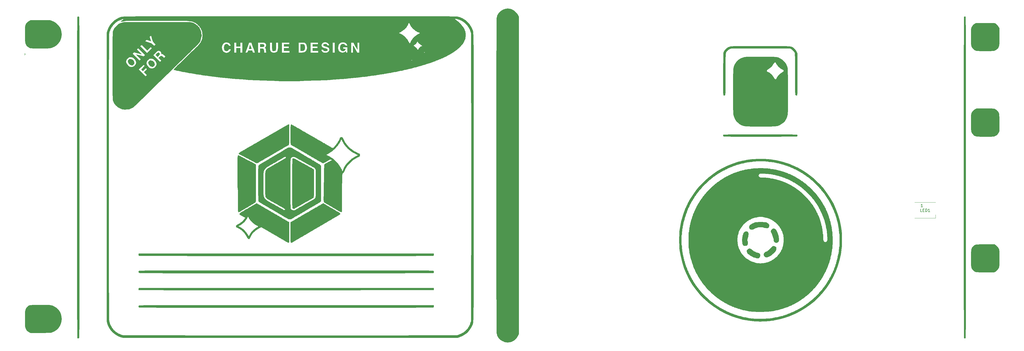
<source format=gbr>
%TF.GenerationSoftware,KiCad,Pcbnew,(6.0.4-0)*%
%TF.CreationDate,2022-05-31T11:34:18+03:00*%
%TF.ProjectId,Supernova_Solder,53757065-726e-46f7-9661-5f536f6c6465,rev?*%
%TF.SameCoordinates,Original*%
%TF.FileFunction,Legend,Top*%
%TF.FilePolarity,Positive*%
%FSLAX46Y46*%
G04 Gerber Fmt 4.6, Leading zero omitted, Abs format (unit mm)*
G04 Created by KiCad (PCBNEW (6.0.4-0)) date 2022-05-31 11:34:18*
%MOMM*%
%LPD*%
G01*
G04 APERTURE LIST*
%ADD10C,0.150000*%
%ADD11C,0.120000*%
G04 APERTURE END LIST*
D10*
%TO.C,K63*%
X282154464Y-92590880D02*
X282154464Y-91590880D01*
X282725892Y-92590880D02*
X282297321Y-92019452D01*
X282725892Y-91590880D02*
X282154464Y-92162309D01*
X283583035Y-91590880D02*
X283392559Y-91590880D01*
X283297321Y-91638500D01*
X283249702Y-91686119D01*
X283154464Y-91828976D01*
X283106845Y-92019452D01*
X283106845Y-92400404D01*
X283154464Y-92495642D01*
X283202083Y-92543261D01*
X283297321Y-92590880D01*
X283487797Y-92590880D01*
X283583035Y-92543261D01*
X283630654Y-92495642D01*
X283678273Y-92400404D01*
X283678273Y-92162309D01*
X283630654Y-92067071D01*
X283583035Y-92019452D01*
X283487797Y-91971833D01*
X283297321Y-91971833D01*
X283202083Y-92019452D01*
X283154464Y-92067071D01*
X283106845Y-92162309D01*
X284011607Y-91590880D02*
X284630654Y-91590880D01*
X284297321Y-91971833D01*
X284440178Y-91971833D01*
X284535416Y-92019452D01*
X284583035Y-92067071D01*
X284630654Y-92162309D01*
X284630654Y-92400404D01*
X284583035Y-92495642D01*
X284535416Y-92543261D01*
X284440178Y-92590880D01*
X284154464Y-92590880D01*
X284059226Y-92543261D01*
X284011607Y-92495642D01*
%TO.C,LED1*%
X348988202Y-100528380D02*
X348512011Y-100528380D01*
X348512011Y-99528380D01*
X349321535Y-100004571D02*
X349654869Y-100004571D01*
X349797726Y-100528380D02*
X349321535Y-100528380D01*
X349321535Y-99528380D01*
X349797726Y-99528380D01*
X350226297Y-100528380D02*
X350226297Y-99528380D01*
X350464392Y-99528380D01*
X350607250Y-99576000D01*
X350702488Y-99671238D01*
X350750107Y-99766476D01*
X350797726Y-99956952D01*
X350797726Y-100099809D01*
X350750107Y-100290285D01*
X350702488Y-100385523D01*
X350607250Y-100480761D01*
X350464392Y-100528380D01*
X350226297Y-100528380D01*
X351750107Y-100528380D02*
X351178678Y-100528380D01*
X351464392Y-100528380D02*
X351464392Y-99528380D01*
X351369154Y-99671238D01*
X351273916Y-99766476D01*
X351178678Y-99814095D01*
X349233964Y-98877180D02*
X348662535Y-98877180D01*
X348948250Y-98877180D02*
X348948250Y-97877180D01*
X348853011Y-98020038D01*
X348757773Y-98115276D01*
X348662535Y-98162895D01*
%TO.C,G\u002A\u002A\u002A*%
G36*
X134907399Y-80557398D02*
G01*
X134809103Y-80495817D01*
X134487483Y-80288490D01*
X134254857Y-80144880D01*
X134059581Y-80034394D01*
X133850012Y-79926439D01*
X133836833Y-79919861D01*
X133594422Y-79780905D01*
X133393811Y-79636633D01*
X133376368Y-79621187D01*
X133214763Y-79506515D01*
X133107249Y-79470250D01*
X132961884Y-79415320D01*
X132890381Y-79358585D01*
X132746750Y-79257208D01*
X132517687Y-79134164D01*
X132418667Y-79088291D01*
X132205626Y-78982810D01*
X132076554Y-78896599D01*
X132058833Y-78870482D01*
X131987820Y-78805915D01*
X131809242Y-78713526D01*
X131720167Y-78675795D01*
X131513010Y-78577378D01*
X131393283Y-78490433D01*
X131381500Y-78466438D01*
X131309520Y-78395881D01*
X131126415Y-78299340D01*
X131000500Y-78247083D01*
X130778340Y-78148649D01*
X130641035Y-78061639D01*
X130619500Y-78029619D01*
X130549529Y-77950147D01*
X130442908Y-77901613D01*
X130261627Y-77820439D01*
X129998258Y-77676603D01*
X129709700Y-77504171D01*
X129452855Y-77337204D01*
X129284623Y-77209767D01*
X129279952Y-77205417D01*
X129144708Y-77114226D01*
X129089452Y-77099583D01*
X129070196Y-77016975D01*
X129053144Y-76777359D01*
X129038577Y-76393052D01*
X129026779Y-75876369D01*
X129018034Y-75239626D01*
X129012625Y-74495139D01*
X129010833Y-73680950D01*
X129011045Y-72796802D01*
X129012914Y-72067609D01*
X129018287Y-71478991D01*
X129029011Y-71016572D01*
X129046934Y-70665971D01*
X129073904Y-70412812D01*
X129111769Y-70242714D01*
X129162376Y-70141300D01*
X129227572Y-70094191D01*
X129309207Y-70087008D01*
X129409126Y-70105374D01*
X129468401Y-70120116D01*
X129630526Y-70181298D01*
X129688167Y-70238003D01*
X129759356Y-70303761D01*
X129940661Y-70401162D01*
X130069167Y-70457849D01*
X130290239Y-70560523D01*
X130427715Y-70646526D01*
X130450167Y-70676569D01*
X130520401Y-70746241D01*
X130640667Y-70797810D01*
X130823005Y-70880694D01*
X131067108Y-71022484D01*
X131185088Y-71099849D01*
X131404628Y-71239557D01*
X131572210Y-71327156D01*
X131623540Y-71342250D01*
X131750872Y-71395601D01*
X131819952Y-71451295D01*
X131967955Y-71560126D01*
X132187444Y-71686913D01*
X132228167Y-71707636D01*
X132442844Y-71817571D01*
X132639920Y-71928545D01*
X132870698Y-72071061D01*
X133186486Y-72275621D01*
X133215691Y-72294750D01*
X133437122Y-72429552D01*
X133605440Y-72513609D01*
X133655540Y-72527583D01*
X133782872Y-72580934D01*
X133851952Y-72636629D01*
X133996621Y-72739530D01*
X134222501Y-72864449D01*
X134302500Y-72903145D01*
X134518253Y-73010196D01*
X134660387Y-73093213D01*
X134683500Y-73112410D01*
X134779378Y-73178791D01*
X134971063Y-73285077D01*
X135064500Y-73332727D01*
X135279062Y-73445929D01*
X135421292Y-73532908D01*
X135445500Y-73553376D01*
X135540098Y-73622037D01*
X135729374Y-73734458D01*
X135826500Y-73787984D01*
X136102045Y-73940901D01*
X136425613Y-74126575D01*
X136588500Y-74222381D01*
X136862797Y-74382000D01*
X137110627Y-74520217D01*
X137223500Y-74579453D01*
X137422338Y-74695422D01*
X137541888Y-74786270D01*
X137690867Y-74882547D01*
X137914168Y-74983647D01*
X137944055Y-74994766D01*
X138136069Y-75079584D01*
X138235622Y-75153608D01*
X138239500Y-75165296D01*
X138308632Y-75236827D01*
X138484177Y-75346329D01*
X138599333Y-75406502D01*
X139073200Y-75647553D01*
X139424224Y-75841910D01*
X139637099Y-75981011D01*
X139659569Y-75999524D01*
X139807356Y-76094192D01*
X140028242Y-76202534D01*
X140061735Y-76216834D01*
X140252189Y-76313619D01*
X140351892Y-76397870D01*
X140356167Y-76411883D01*
X140428125Y-76481364D01*
X140611180Y-76577231D01*
X140737167Y-76629416D01*
X140959312Y-76727680D01*
X141096619Y-76814273D01*
X141118167Y-76846020D01*
X141190212Y-76916136D01*
X141368130Y-76998738D01*
X141414500Y-77014917D01*
X141607639Y-77095944D01*
X141707184Y-77171484D01*
X141710833Y-77183813D01*
X141782780Y-77252744D01*
X141965810Y-77348267D01*
X142091833Y-77400417D01*
X142314024Y-77499224D01*
X142451324Y-77587151D01*
X142472833Y-77619771D01*
X142544050Y-77693439D01*
X142723080Y-77791180D01*
X142811500Y-77829128D01*
X143018625Y-77927155D01*
X143138362Y-78013154D01*
X143150167Y-78036711D01*
X143223256Y-78103129D01*
X143406520Y-78183372D01*
X143490132Y-78210642D01*
X143830098Y-78312498D01*
X144188632Y-77926019D01*
X144412315Y-77681178D01*
X144614073Y-77454083D01*
X144716500Y-77334256D01*
X144807560Y-77222287D01*
X144897613Y-77106054D01*
X145011937Y-76951415D01*
X145175810Y-76724231D01*
X145391742Y-76422250D01*
X145551836Y-76173627D01*
X145679245Y-75934888D01*
X145697353Y-75893083D01*
X145784403Y-75727379D01*
X145858636Y-75660250D01*
X145915975Y-75585855D01*
X145998352Y-75392055D01*
X146076800Y-75156399D01*
X146181857Y-74854132D01*
X146290082Y-74673685D01*
X146431036Y-74569615D01*
X146469766Y-74552293D01*
X146806199Y-74487689D01*
X147093627Y-74580963D01*
X147310945Y-74822975D01*
X147366323Y-74940583D01*
X147463155Y-75155306D01*
X147547057Y-75289667D01*
X147568514Y-75307472D01*
X147632565Y-75404867D01*
X147637500Y-75448777D01*
X147677146Y-75593264D01*
X147775617Y-75816956D01*
X147902209Y-76055328D01*
X147997623Y-76205607D01*
X148075270Y-76318949D01*
X148215140Y-76526535D01*
X148371924Y-76760917D01*
X148556946Y-77020384D01*
X148729018Y-77231542D01*
X148837301Y-77337217D01*
X148962976Y-77466647D01*
X148996069Y-77548884D01*
X149057720Y-77659743D01*
X149210125Y-77828095D01*
X149313569Y-77923956D01*
X149579273Y-78155734D01*
X149854514Y-78395234D01*
X149921677Y-78453557D01*
X150133628Y-78620077D01*
X150317140Y-78735590D01*
X150366177Y-78756723D01*
X150492427Y-78833887D01*
X150516167Y-78884658D01*
X150585366Y-78969106D01*
X150757139Y-79078486D01*
X150812500Y-79106301D01*
X151001841Y-79210228D01*
X151103381Y-79292521D01*
X151108833Y-79306326D01*
X151179172Y-79373261D01*
X151351720Y-79460745D01*
X151384000Y-79473922D01*
X151611130Y-79578605D01*
X151781715Y-79681915D01*
X151786167Y-79685448D01*
X151947775Y-79780415D01*
X152183173Y-79882800D01*
X152230667Y-79900180D01*
X152431092Y-79984147D01*
X152541004Y-80055877D01*
X152548167Y-80070747D01*
X152620178Y-80131046D01*
X152780526Y-80187545D01*
X153045775Y-80288693D01*
X153181520Y-80451358D01*
X153222628Y-80721599D01*
X153222807Y-80771783D01*
X153188863Y-81078487D01*
X153070557Y-81284160D01*
X152834597Y-81430665D01*
X152642799Y-81501127D01*
X152397448Y-81593904D01*
X152216417Y-81685914D01*
X152177133Y-81715830D01*
X152045327Y-81805923D01*
X151824421Y-81922013D01*
X151722667Y-81968875D01*
X151509559Y-82075076D01*
X151380502Y-82163027D01*
X151362833Y-82190172D01*
X151294017Y-82265103D01*
X151214667Y-82300367D01*
X151048863Y-82386941D01*
X150850712Y-82531321D01*
X150841714Y-82538906D01*
X150616592Y-82726152D01*
X150370383Y-82925503D01*
X150350160Y-82941583D01*
X150058077Y-83195228D01*
X149737380Y-83509547D01*
X149410956Y-83857661D01*
X149101692Y-84212691D01*
X148832475Y-84547756D01*
X148626192Y-84835978D01*
X148505730Y-85050477D01*
X148484167Y-85133093D01*
X148431067Y-85223128D01*
X148408003Y-85227583D01*
X148339256Y-85300376D01*
X148244382Y-85487338D01*
X148179611Y-85650917D01*
X148084869Y-85887234D01*
X148004530Y-86040896D01*
X147970444Y-86074250D01*
X147916529Y-86148006D01*
X147843511Y-86335550D01*
X147804642Y-86463077D01*
X147670970Y-86782207D01*
X147497305Y-86942334D01*
X147347990Y-87034745D01*
X147298833Y-87103840D01*
X147231066Y-87168871D01*
X147185421Y-87174917D01*
X147143810Y-87257621D01*
X147106474Y-87505992D01*
X147073406Y-87920419D01*
X147044595Y-88501290D01*
X147020030Y-89248991D01*
X146999703Y-90163913D01*
X146983603Y-91246441D01*
X146971720Y-92496966D01*
X146964045Y-93915874D01*
X146960567Y-95503554D01*
X146960340Y-96036825D01*
X146959345Y-96889109D01*
X146956554Y-97692344D01*
X146952151Y-98430194D01*
X146946320Y-99086325D01*
X146939248Y-99644403D01*
X146931120Y-100088093D01*
X146922120Y-100401062D01*
X146912433Y-100566974D01*
X146908775Y-100587658D01*
X146788023Y-100699248D01*
X146575261Y-100693357D01*
X146297513Y-100572941D01*
X146198167Y-100509917D01*
X145989004Y-100382333D01*
X145827132Y-100309330D01*
X145796000Y-100303131D01*
X145697412Y-100252821D01*
X145690167Y-100226442D01*
X145619673Y-100152807D01*
X145441047Y-100048325D01*
X145330333Y-99996026D01*
X145099171Y-99878112D01*
X144936243Y-99765887D01*
X144902793Y-99729168D01*
X144768201Y-99630355D01*
X144712293Y-99620917D01*
X144561437Y-99565046D01*
X144437702Y-99469118D01*
X144253836Y-99333689D01*
X144012087Y-99209670D01*
X143993202Y-99202048D01*
X143776073Y-99101113D01*
X143627284Y-99004704D01*
X143615833Y-98993405D01*
X143491545Y-98902645D01*
X143276764Y-98782596D01*
X143172305Y-98731309D01*
X142960207Y-98619340D01*
X142830890Y-98527478D01*
X142812471Y-98499083D01*
X142745365Y-98438374D01*
X142717945Y-98435583D01*
X142598777Y-98391228D01*
X142396929Y-98277859D01*
X142260225Y-98189811D01*
X142013627Y-98035426D01*
X141796853Y-97919741D01*
X141718780Y-97887772D01*
X141578056Y-97819497D01*
X141541500Y-97771520D01*
X141471033Y-97705639D01*
X141291504Y-97604690D01*
X141163087Y-97544392D01*
X140959502Y-97446506D01*
X140803648Y-97340514D01*
X140689977Y-97204071D01*
X140612938Y-97014832D01*
X140566983Y-96750455D01*
X140546561Y-96388594D01*
X140546123Y-95906905D01*
X140560120Y-95283045D01*
X140564325Y-95133583D01*
X140575143Y-94707190D01*
X140587538Y-94135207D01*
X140601100Y-93441365D01*
X140615418Y-92649396D01*
X140630081Y-91783031D01*
X140644679Y-90866001D01*
X140658799Y-89922038D01*
X140672033Y-88974873D01*
X140675578Y-88708110D01*
X140689024Y-87698117D01*
X140701095Y-86844058D01*
X140712426Y-86132547D01*
X140723653Y-85550198D01*
X140735414Y-85083622D01*
X140748344Y-84719434D01*
X140763079Y-84444246D01*
X140780255Y-84244672D01*
X140800510Y-84107325D01*
X140824478Y-84018818D01*
X140852796Y-83965764D01*
X140886101Y-83934777D01*
X140902924Y-83924443D01*
X141090267Y-83801256D01*
X141178980Y-83729909D01*
X141330610Y-83634167D01*
X141555382Y-83533299D01*
X141584722Y-83522400D01*
X141776660Y-83438720D01*
X141876255Y-83367420D01*
X141880167Y-83356411D01*
X141952780Y-83297273D01*
X142139324Y-83208720D01*
X142303500Y-83145028D01*
X142539809Y-83050375D01*
X142693472Y-82970257D01*
X142726833Y-82936360D01*
X142798671Y-82876344D01*
X142981849Y-82785999D01*
X143115771Y-82731385D01*
X143504708Y-82582849D01*
X143273026Y-82430867D01*
X143014270Y-82339020D01*
X142733812Y-82399840D01*
X142472833Y-82566542D01*
X142311280Y-82659890D01*
X142075954Y-82761444D01*
X142028333Y-82778846D01*
X141827922Y-82862600D01*
X141718004Y-82933816D01*
X141710833Y-82948504D01*
X141639376Y-83016128D01*
X141453319Y-83126788D01*
X141195135Y-83260259D01*
X140907298Y-83396318D01*
X140632280Y-83514739D01*
X140412555Y-83595297D01*
X140302927Y-83618917D01*
X140117869Y-83569869D01*
X139817640Y-83420510D01*
X139395874Y-83167515D01*
X139207618Y-83046894D01*
X139021457Y-82937581D01*
X138780653Y-82809559D01*
X138747500Y-82792894D01*
X138546691Y-82684654D01*
X138420878Y-82601669D01*
X138408521Y-82589329D01*
X138308890Y-82513559D01*
X138103200Y-82386477D01*
X137836197Y-82233784D01*
X137552629Y-82081183D01*
X137329333Y-81969476D01*
X137147801Y-81865665D01*
X137056671Y-81779282D01*
X137054167Y-81768665D01*
X136981540Y-81702017D01*
X136798828Y-81616938D01*
X136706503Y-81583947D01*
X136483780Y-81491757D01*
X136340899Y-81397739D01*
X136320558Y-81369449D01*
X136224957Y-81280454D01*
X136026043Y-81168275D01*
X135906222Y-81114611D01*
X135686794Y-81012471D01*
X135551297Y-80926956D01*
X135530167Y-80897930D01*
X135459932Y-80828258D01*
X135339667Y-80776690D01*
X135178113Y-80705455D01*
X141567001Y-80705455D01*
X141588521Y-80787858D01*
X141771576Y-80822560D01*
X141816667Y-80823620D01*
X141942427Y-80859318D01*
X141964833Y-80898081D01*
X142036958Y-80967420D01*
X142221311Y-81064309D01*
X142364558Y-81123901D01*
X142613596Y-81226342D01*
X142799417Y-81315970D01*
X142851392Y-81348809D01*
X142961235Y-81428358D01*
X143170270Y-81571249D01*
X143435827Y-81748368D01*
X143470304Y-81771091D01*
X143814938Y-82027088D01*
X144217583Y-82371671D01*
X144641975Y-82769096D01*
X145051850Y-83183621D01*
X145410943Y-83579501D01*
X145682991Y-83920995D01*
X145747331Y-84015422D01*
X145904663Y-84239318D01*
X146049325Y-84418048D01*
X146162618Y-84579000D01*
X146198167Y-84684156D01*
X146265361Y-84803718D01*
X146308646Y-84828528D01*
X146402011Y-84929718D01*
X146502520Y-85131903D01*
X146532406Y-85214169D01*
X146624822Y-85435679D01*
X146719892Y-85577219D01*
X146747432Y-85596458D01*
X146828755Y-85695204D01*
X146918993Y-85901090D01*
X146958008Y-86024209D01*
X147032062Y-86251314D01*
X147097878Y-86391321D01*
X147122019Y-86412917D01*
X147175246Y-86339249D01*
X147250043Y-86151243D01*
X147294523Y-86010750D01*
X147433110Y-85634163D01*
X147637985Y-85193625D01*
X147873610Y-84760480D01*
X148070739Y-84452513D01*
X148180641Y-84284436D01*
X148229965Y-84183007D01*
X148230167Y-84180333D01*
X148286528Y-84088025D01*
X148438320Y-83905151D01*
X148659604Y-83658613D01*
X148924442Y-83375315D01*
X149206895Y-83082161D01*
X149481026Y-82806054D01*
X149720897Y-82573897D01*
X149900568Y-82412593D01*
X149994102Y-82349046D01*
X149995889Y-82348917D01*
X150103476Y-82282591D01*
X150177500Y-82179583D01*
X150281913Y-82045575D01*
X150351853Y-82010250D01*
X150454613Y-81966564D01*
X150651206Y-81854386D01*
X150896531Y-81702032D01*
X151145490Y-81537818D01*
X151352985Y-81390061D01*
X151407608Y-81347360D01*
X151533470Y-81277448D01*
X151756186Y-81178858D01*
X151894441Y-81123901D01*
X152122782Y-81023495D01*
X152267478Y-80934492D01*
X152294167Y-80898081D01*
X152364349Y-80833878D01*
X152442333Y-80820554D01*
X152464389Y-80791482D01*
X152352812Y-80722575D01*
X152251833Y-80677873D01*
X152037564Y-80578132D01*
X151903119Y-80492522D01*
X151884944Y-80470569D01*
X151787550Y-80406629D01*
X151742846Y-80401583D01*
X151626755Y-80361318D01*
X151413596Y-80257865D01*
X151150232Y-80117238D01*
X150883530Y-79965451D01*
X150660352Y-79828518D01*
X150527564Y-79732455D01*
X150516167Y-79720665D01*
X150408718Y-79643933D01*
X150346833Y-79612780D01*
X150011537Y-79419343D01*
X149771821Y-79195083D01*
X149645065Y-79075660D01*
X149570733Y-79046917D01*
X149479943Y-78988899D01*
X149301003Y-78831394D01*
X149060748Y-78599225D01*
X148815667Y-78348417D01*
X148438206Y-77948912D01*
X148160334Y-77644283D01*
X147961884Y-77409690D01*
X147822689Y-77220291D01*
X147722581Y-77051246D01*
X147664303Y-76930250D01*
X147580512Y-76793477D01*
X147547546Y-76760917D01*
X147466236Y-76655761D01*
X147340198Y-76443749D01*
X147193961Y-76172547D01*
X147052051Y-75889822D01*
X146938997Y-75643240D01*
X146879325Y-75480470D01*
X146875500Y-75454866D01*
X146843522Y-75349743D01*
X146762319Y-75375875D01*
X146653985Y-75510937D01*
X146540616Y-75732602D01*
X146501621Y-75832646D01*
X146403695Y-76068293D01*
X146315010Y-76220790D01*
X146274330Y-76252917D01*
X146204441Y-76320476D01*
X146198167Y-76364834D01*
X146150087Y-76493975D01*
X146027928Y-76695700D01*
X145946522Y-76809334D01*
X145799503Y-77017327D01*
X145707660Y-77173537D01*
X145692522Y-77217673D01*
X145637772Y-77328724D01*
X145521442Y-77471673D01*
X145397331Y-77602922D01*
X145187217Y-77825258D01*
X144921359Y-78106659D01*
X144653609Y-78390119D01*
X144373915Y-78677702D01*
X144129442Y-78913264D01*
X143946541Y-79072462D01*
X143851645Y-79130953D01*
X143734281Y-79198152D01*
X143658167Y-79300917D01*
X143538806Y-79435674D01*
X143448322Y-79470250D01*
X143307428Y-79533071D01*
X143218467Y-79624554D01*
X143065130Y-79764858D01*
X142844948Y-79893746D01*
X142832667Y-79899222D01*
X142650608Y-79991054D01*
X142559810Y-80060749D01*
X142557500Y-80068028D01*
X142487998Y-80127517D01*
X142304574Y-80239755D01*
X142044853Y-80381943D01*
X142006626Y-80401863D01*
X141706532Y-80576430D01*
X141567001Y-80705455D01*
X135178113Y-80705455D01*
X135152964Y-80694366D01*
X134907399Y-80557398D01*
G37*
G36*
X55242576Y-32445998D02*
G01*
X55388366Y-32583755D01*
X55397109Y-32607103D01*
X55405462Y-32654109D01*
X55413432Y-32728516D01*
X55421030Y-32834068D01*
X55428262Y-32974510D01*
X55435139Y-33153584D01*
X55441669Y-33375034D01*
X55447861Y-33642604D01*
X55453724Y-33960037D01*
X55459266Y-34331077D01*
X55464496Y-34759468D01*
X55469424Y-35248953D01*
X55474057Y-35803277D01*
X55478406Y-36426181D01*
X55482477Y-37121412D01*
X55486281Y-37892710D01*
X55489827Y-38743822D01*
X55493122Y-39678489D01*
X55496175Y-40700456D01*
X55498997Y-41813467D01*
X55501595Y-43021264D01*
X55503977Y-44327593D01*
X55506154Y-45736195D01*
X55508134Y-47250815D01*
X55509925Y-48875197D01*
X55511536Y-50613084D01*
X55512977Y-52468220D01*
X55514256Y-54444348D01*
X55515381Y-56545212D01*
X55516362Y-58774556D01*
X55517208Y-61136123D01*
X55517926Y-63633657D01*
X55518527Y-66270902D01*
X55519018Y-69051601D01*
X55519409Y-71979498D01*
X55519709Y-75058336D01*
X55519925Y-78291859D01*
X55520068Y-81683811D01*
X55520145Y-85237936D01*
X55520167Y-88627041D01*
X55520142Y-92330028D01*
X55520063Y-95867429D01*
X55519919Y-99242992D01*
X55519703Y-102460463D01*
X55519405Y-105523591D01*
X55519017Y-108436122D01*
X55518529Y-111201804D01*
X55517933Y-113824385D01*
X55517219Y-116307612D01*
X55516380Y-118655232D01*
X55515405Y-120870993D01*
X55514286Y-122958641D01*
X55513014Y-124921926D01*
X55511581Y-126764593D01*
X55509976Y-128490390D01*
X55508192Y-130103065D01*
X55506220Y-131606365D01*
X55504050Y-133004038D01*
X55501674Y-134299830D01*
X55499082Y-135497490D01*
X55496267Y-136600764D01*
X55493218Y-137613401D01*
X55489927Y-138539147D01*
X55486386Y-139381750D01*
X55482584Y-140144957D01*
X55478514Y-140832515D01*
X55474167Y-141448173D01*
X55469533Y-141995677D01*
X55464603Y-142478776D01*
X55459369Y-142901215D01*
X55453822Y-143266743D01*
X55447953Y-143579107D01*
X55441753Y-143842055D01*
X55435213Y-144059333D01*
X55428324Y-144234690D01*
X55421077Y-144371873D01*
X55413464Y-144474628D01*
X55405475Y-144546704D01*
X55397102Y-144591848D01*
X55388335Y-144613807D01*
X55387119Y-144615202D01*
X55179393Y-144727964D01*
X54941670Y-144732845D01*
X54775100Y-144646650D01*
X54768099Y-144604692D01*
X54761400Y-144491094D01*
X54754998Y-144302809D01*
X54748887Y-144036788D01*
X54743062Y-143689984D01*
X54737517Y-143259347D01*
X54732246Y-142741831D01*
X54727245Y-142134387D01*
X54722507Y-141433968D01*
X54718027Y-140637524D01*
X54713800Y-139742009D01*
X54709819Y-138744374D01*
X54706081Y-137641571D01*
X54702578Y-136430553D01*
X54699305Y-135108270D01*
X54696257Y-133671676D01*
X54693429Y-132117722D01*
X54690815Y-130443360D01*
X54688409Y-128645542D01*
X54686205Y-126721220D01*
X54684199Y-124667347D01*
X54682385Y-122480873D01*
X54680757Y-120158751D01*
X54679309Y-117697934D01*
X54678037Y-115095373D01*
X54676934Y-112348019D01*
X54675995Y-109452826D01*
X54675215Y-106406745D01*
X54674588Y-103206727D01*
X54674109Y-99849726D01*
X54673771Y-96332693D01*
X54673570Y-92652579D01*
X54673500Y-88806338D01*
X54673500Y-88603364D01*
X54673524Y-84897446D01*
X54673604Y-81357117D01*
X54673747Y-77978633D01*
X54673962Y-74758248D01*
X54674260Y-71692218D01*
X54674647Y-68776800D01*
X54675134Y-66008248D01*
X54675729Y-63382817D01*
X54676442Y-60896765D01*
X54677280Y-58546345D01*
X54678253Y-56327813D01*
X54679369Y-54237426D01*
X54680638Y-52271438D01*
X54682069Y-50426105D01*
X54683670Y-48697682D01*
X54685450Y-47082425D01*
X54687419Y-45576590D01*
X54689584Y-44176432D01*
X54691956Y-42878207D01*
X54694542Y-41678169D01*
X54697352Y-40572575D01*
X54700394Y-39557681D01*
X54703678Y-38629740D01*
X54707212Y-37785010D01*
X54711005Y-37019746D01*
X54715067Y-36330202D01*
X54719405Y-35712635D01*
X54724029Y-35163301D01*
X54728949Y-34678454D01*
X54734171Y-34254350D01*
X54739706Y-33887244D01*
X54745563Y-33573393D01*
X54751750Y-33309052D01*
X54758276Y-33090476D01*
X54765150Y-32913921D01*
X54772381Y-32775641D01*
X54779978Y-32671894D01*
X54787949Y-32598934D01*
X54796304Y-32553016D01*
X54805052Y-32530397D01*
X54806547Y-32528631D01*
X55023646Y-32406942D01*
X55242576Y-32445998D01*
G37*
G36*
X130198475Y-81962808D02*
G01*
X130462379Y-82059109D01*
X130764410Y-82191196D01*
X131054667Y-82335812D01*
X131283247Y-82469699D01*
X131398525Y-82566831D01*
X131510896Y-82648404D01*
X131720061Y-82742347D01*
X131800691Y-82770883D01*
X132010831Y-82852545D01*
X132131878Y-82923423D01*
X132143500Y-82942276D01*
X132213797Y-83007765D01*
X132391979Y-83107241D01*
X132503333Y-83159221D01*
X132727323Y-83266218D01*
X132878170Y-83353515D01*
X132907223Y-83378449D01*
X133011205Y-83455093D01*
X133161223Y-83531661D01*
X133335244Y-83617299D01*
X133603183Y-83758895D01*
X133911984Y-83928307D01*
X133963833Y-83957347D01*
X134294664Y-84138654D01*
X134613544Y-84305752D01*
X134856331Y-84425109D01*
X134874000Y-84433148D01*
X135071856Y-84534418D01*
X135182820Y-84615059D01*
X135191500Y-84631957D01*
X135262146Y-84695880D01*
X135437051Y-84783495D01*
X135487833Y-84804250D01*
X135679363Y-84893079D01*
X135779793Y-84966350D01*
X135784167Y-84977883D01*
X135855946Y-85038706D01*
X136038595Y-85129139D01*
X136165167Y-85180750D01*
X136387312Y-85279014D01*
X136524619Y-85365607D01*
X136546167Y-85397353D01*
X136618093Y-85468012D01*
X136795041Y-85549946D01*
X136833572Y-85563303D01*
X137070138Y-85693762D01*
X137171082Y-85845036D01*
X137180433Y-85962812D01*
X137189191Y-86233888D01*
X137197193Y-86642232D01*
X137204278Y-87171811D01*
X137210284Y-87806593D01*
X137215048Y-88530544D01*
X137218409Y-89327634D01*
X137220205Y-90181827D01*
X137220461Y-90730917D01*
X137220557Y-91768700D01*
X137220215Y-92650432D01*
X137217972Y-93389395D01*
X137212367Y-93998869D01*
X137201937Y-94492133D01*
X137185218Y-94882467D01*
X137160749Y-95183152D01*
X137127066Y-95407468D01*
X137082707Y-95568695D01*
X137026210Y-95680114D01*
X136956111Y-95755003D01*
X136870949Y-95806645D01*
X136769260Y-95848318D01*
X136652000Y-95892349D01*
X136468544Y-95982033D01*
X136378663Y-96060083D01*
X136376833Y-96068622D01*
X136304820Y-96136539D01*
X136126911Y-96218072D01*
X136079726Y-96234505D01*
X135852267Y-96327691D01*
X135689236Y-96425792D01*
X135677559Y-96436401D01*
X135508940Y-96559780D01*
X135191707Y-96742486D01*
X134722341Y-96986500D01*
X134535333Y-97079891D01*
X134323902Y-97197548D01*
X134194510Y-97294417D01*
X134175500Y-97325327D01*
X134102957Y-97390459D01*
X133920727Y-97474304D01*
X133832691Y-97505617D01*
X133605738Y-97597301D01*
X133453382Y-97689552D01*
X133430525Y-97714640D01*
X133317422Y-97807072D01*
X133115702Y-97910766D01*
X133074833Y-97927583D01*
X132862962Y-98031124D01*
X132725414Y-98134272D01*
X132714347Y-98149094D01*
X132595951Y-98243654D01*
X132389415Y-98339047D01*
X132354513Y-98351132D01*
X132161626Y-98432112D01*
X132062400Y-98507625D01*
X132058833Y-98519813D01*
X131986886Y-98588744D01*
X131803857Y-98684267D01*
X131677833Y-98736417D01*
X131455870Y-98832552D01*
X131318533Y-98913925D01*
X131296833Y-98942227D01*
X131226502Y-99008936D01*
X131048242Y-99109140D01*
X130937000Y-99161140D01*
X130705837Y-99279054D01*
X130542910Y-99391279D01*
X130509459Y-99427999D01*
X130367734Y-99516365D01*
X130142601Y-99540967D01*
X129905465Y-99506649D01*
X129727732Y-99418256D01*
X129691145Y-99372483D01*
X129675371Y-99259844D01*
X129661076Y-98992871D01*
X129648249Y-98585384D01*
X129636878Y-98051207D01*
X129626954Y-97404162D01*
X129618464Y-96658070D01*
X129611398Y-95826753D01*
X129605745Y-94924033D01*
X129601492Y-93963734D01*
X129598631Y-92959676D01*
X129597148Y-91925681D01*
X129597033Y-90875573D01*
X129598275Y-89823172D01*
X129600863Y-88782301D01*
X129604785Y-87766782D01*
X129610031Y-86790438D01*
X129616589Y-85867089D01*
X129624449Y-85010559D01*
X129633599Y-84234669D01*
X129644028Y-83553241D01*
X129655724Y-82980098D01*
X129668678Y-82529061D01*
X129682877Y-82213953D01*
X129698311Y-82048595D01*
X129705100Y-82027183D01*
X129864031Y-81948336D01*
X130022600Y-81925550D01*
X130198475Y-81962808D01*
G37*
G36*
X289197677Y-113404043D02*
G01*
X289200167Y-113421583D01*
X289269006Y-113496072D01*
X289331015Y-113506250D01*
X289476936Y-113562476D01*
X289654464Y-113699099D01*
X289667389Y-113711776D01*
X289895809Y-113907549D01*
X290129207Y-114068697D01*
X290299828Y-114183509D01*
X290383713Y-114267467D01*
X290385500Y-114275002D01*
X290457520Y-114333465D01*
X290641747Y-114422938D01*
X290787667Y-114481816D01*
X291028376Y-114582949D01*
X291196742Y-114672598D01*
X291238907Y-114707807D01*
X291344305Y-114761964D01*
X291561053Y-114820274D01*
X291728446Y-114851521D01*
X292160090Y-114981355D01*
X292460801Y-115211059D01*
X292624573Y-115535739D01*
X292636845Y-115591738D01*
X292655312Y-115928973D01*
X292596915Y-116246017D01*
X292476577Y-116490319D01*
X292351785Y-116595493D01*
X292207257Y-116682956D01*
X292163500Y-116743660D01*
X292088458Y-116781713D01*
X291899903Y-116802468D01*
X291652690Y-116806669D01*
X291401676Y-116795063D01*
X291201716Y-116768394D01*
X291108719Y-116729332D01*
X291005080Y-116669079D01*
X290788382Y-116595885D01*
X290586157Y-116544385D01*
X290309325Y-116470763D01*
X290095992Y-116392952D01*
X290016100Y-116346636D01*
X289883361Y-116258029D01*
X289661969Y-116142469D01*
X289560000Y-116095392D01*
X289346744Y-115986265D01*
X289217718Y-115892107D01*
X289200167Y-115861401D01*
X289131704Y-115773802D01*
X289052000Y-115733036D01*
X288909192Y-115651859D01*
X288691767Y-115497076D01*
X288503139Y-115348042D01*
X288186027Y-115009701D01*
X287997858Y-114643193D01*
X287940256Y-114276721D01*
X288014844Y-113938489D01*
X288223248Y-113656700D01*
X288398686Y-113534242D01*
X288661020Y-113418987D01*
X288911334Y-113354694D01*
X289105073Y-113347624D01*
X289197677Y-113404043D01*
G37*
G36*
X114980665Y-42308548D02*
G01*
X115057936Y-42473102D01*
X115156824Y-42716722D01*
X115262081Y-42998382D01*
X115358457Y-43277059D01*
X115430705Y-43511727D01*
X115463574Y-43661362D01*
X115464167Y-43673587D01*
X115387265Y-43709180D01*
X115187471Y-43733584D01*
X114958824Y-43740917D01*
X114660834Y-43729691D01*
X114511072Y-43693055D01*
X114486531Y-43635083D01*
X114668217Y-43058448D01*
X114803743Y-42640100D01*
X114894511Y-42375808D01*
X114940259Y-42264083D01*
X114980665Y-42308548D01*
G37*
G36*
X73592159Y-47270673D02*
G01*
X73925306Y-47429739D01*
X74220723Y-47666685D01*
X74453411Y-47961614D01*
X74598370Y-48294630D01*
X74630602Y-48645835D01*
X74531161Y-48983814D01*
X74341755Y-49210947D01*
X74064094Y-49396447D01*
X73773663Y-49493315D01*
X73705053Y-49498183D01*
X73568386Y-49462641D01*
X73348278Y-49372863D01*
X73237952Y-49320638D01*
X72858577Y-49065627D01*
X72580595Y-48743418D01*
X72414247Y-48384672D01*
X72369777Y-48020048D01*
X72457425Y-47680206D01*
X72616320Y-47459737D01*
X72912667Y-47265775D01*
X73246279Y-47209387D01*
X73592159Y-47270673D01*
G37*
G36*
X131472250Y-121041706D02*
G01*
X135277752Y-121042076D01*
X138915983Y-121042695D01*
X142387976Y-121043564D01*
X145694760Y-121044686D01*
X148837369Y-121046062D01*
X151816833Y-121047694D01*
X154634184Y-121049583D01*
X157290453Y-121051732D01*
X159786671Y-121054142D01*
X162123870Y-121056815D01*
X164303082Y-121059752D01*
X166325337Y-121062956D01*
X168191668Y-121066428D01*
X169903105Y-121070170D01*
X171460680Y-121074184D01*
X172865424Y-121078472D01*
X174118369Y-121083034D01*
X175220547Y-121087874D01*
X176172988Y-121092992D01*
X176976724Y-121098391D01*
X177632786Y-121104073D01*
X178142206Y-121110038D01*
X178506016Y-121116289D01*
X178725246Y-121122828D01*
X178800399Y-121129229D01*
X178923699Y-121279422D01*
X178972468Y-121511086D01*
X178946705Y-121753643D01*
X178846411Y-121936515D01*
X178800399Y-121969938D01*
X178716052Y-121976740D01*
X178488308Y-121983239D01*
X178116127Y-121989437D01*
X177598471Y-121995334D01*
X176934299Y-122000933D01*
X176122571Y-122006235D01*
X175162249Y-122011242D01*
X174052292Y-122015955D01*
X172791661Y-122020377D01*
X171379316Y-122024509D01*
X169814217Y-122028352D01*
X168095325Y-122031908D01*
X166221601Y-122035180D01*
X164192004Y-122038168D01*
X162005495Y-122040874D01*
X159661035Y-122043300D01*
X157157583Y-122045448D01*
X154494100Y-122047320D01*
X151669546Y-122048916D01*
X148682882Y-122050239D01*
X145533069Y-122051290D01*
X142219066Y-122052071D01*
X138739833Y-122052584D01*
X135094332Y-122052830D01*
X131281523Y-122052812D01*
X127513566Y-122052551D01*
X123989868Y-122052190D01*
X120631526Y-122051809D01*
X117434563Y-122051397D01*
X114395002Y-122050940D01*
X111508867Y-122050428D01*
X108772180Y-122049848D01*
X106180964Y-122049188D01*
X103731242Y-122048435D01*
X101419037Y-122047579D01*
X99240371Y-122046607D01*
X97191269Y-122045506D01*
X95267753Y-122044265D01*
X93465845Y-122042872D01*
X91781570Y-122041315D01*
X90210949Y-122039581D01*
X88750006Y-122037659D01*
X87394763Y-122035536D01*
X86141244Y-122033201D01*
X84985472Y-122030642D01*
X83923469Y-122027846D01*
X82951259Y-122024801D01*
X82064864Y-122021496D01*
X81260308Y-122017918D01*
X80533613Y-122014055D01*
X79880803Y-122009896D01*
X79297900Y-122005427D01*
X78780927Y-122000638D01*
X78325907Y-121995516D01*
X77928863Y-121990049D01*
X77585819Y-121984225D01*
X77292797Y-121978032D01*
X77045820Y-121971457D01*
X76840911Y-121964490D01*
X76674092Y-121957117D01*
X76541388Y-121949328D01*
X76438821Y-121941109D01*
X76362413Y-121932448D01*
X76308189Y-121923335D01*
X76272170Y-121913756D01*
X76250380Y-121903699D01*
X76242333Y-121897282D01*
X76118051Y-121668954D01*
X76110628Y-121404447D01*
X76221668Y-121180300D01*
X76227214Y-121174631D01*
X76246766Y-121165421D01*
X76289175Y-121156643D01*
X76358361Y-121148284D01*
X76458239Y-121140336D01*
X76592726Y-121132788D01*
X76765741Y-121125630D01*
X76981199Y-121118851D01*
X77243018Y-121112442D01*
X77555115Y-121106392D01*
X77921407Y-121100692D01*
X78345811Y-121095330D01*
X78832244Y-121090298D01*
X79384624Y-121085584D01*
X80006866Y-121081178D01*
X80702890Y-121077071D01*
X81476611Y-121073253D01*
X82331946Y-121069712D01*
X83272813Y-121066439D01*
X84303129Y-121063424D01*
X85426811Y-121060657D01*
X86647776Y-121058127D01*
X87969940Y-121055824D01*
X89397222Y-121053738D01*
X90933538Y-121051859D01*
X92582805Y-121050177D01*
X94348940Y-121048681D01*
X96235861Y-121047362D01*
X98247484Y-121046209D01*
X100387727Y-121045213D01*
X102660506Y-121044362D01*
X105069740Y-121043646D01*
X107619343Y-121043057D01*
X110313235Y-121042583D01*
X113155332Y-121042214D01*
X116149551Y-121041940D01*
X119299808Y-121041751D01*
X122610022Y-121041637D01*
X126084110Y-121041587D01*
X127498447Y-121041583D01*
X131472250Y-121041706D01*
G37*
G36*
X119082812Y-42065188D02*
G01*
X119415708Y-42081564D01*
X119620811Y-42109000D01*
X119739637Y-42161443D01*
X119813700Y-42252842D01*
X119849432Y-42322750D01*
X119917476Y-42531738D01*
X119877750Y-42725559D01*
X119849432Y-42788417D01*
X119782272Y-42906448D01*
X119692610Y-42978045D01*
X119538931Y-43017155D01*
X119279719Y-43037726D01*
X119082812Y-43045978D01*
X118427500Y-43070706D01*
X118427500Y-42040460D01*
X119082812Y-42065188D01*
G37*
G36*
X128545167Y-70114583D02*
G01*
X128564199Y-73585917D01*
X128567962Y-74501503D01*
X128568115Y-75259890D01*
X128564375Y-75873181D01*
X128556456Y-76353478D01*
X128544073Y-76712883D01*
X128526941Y-76963499D01*
X128504776Y-77117427D01*
X128479532Y-77184250D01*
X128337289Y-77305339D01*
X128120994Y-77439507D01*
X128079500Y-77461203D01*
X127811800Y-77604981D01*
X127515123Y-77775766D01*
X127444500Y-77818397D01*
X127139214Y-77994623D01*
X126811563Y-78168919D01*
X126746000Y-78201572D01*
X126534317Y-78316446D01*
X126404551Y-78408774D01*
X126385365Y-78437045D01*
X126314350Y-78502503D01*
X126134252Y-78603049D01*
X126004365Y-78663725D01*
X125784560Y-78768529D01*
X125646857Y-78849901D01*
X125623365Y-78875392D01*
X125552555Y-78932041D01*
X125372924Y-79026965D01*
X125242365Y-79087059D01*
X125022586Y-79193465D01*
X124885279Y-79278776D01*
X124862167Y-79307033D01*
X124791947Y-79369261D01*
X124613940Y-79466718D01*
X124502333Y-79518554D01*
X124278873Y-79624602D01*
X124128889Y-79709715D01*
X124100167Y-79733512D01*
X123993845Y-79818840D01*
X123781502Y-79954692D01*
X123507723Y-80114190D01*
X123217094Y-80270456D01*
X123168833Y-80294960D01*
X122950232Y-80415443D01*
X122791431Y-80521395D01*
X122773878Y-80536491D01*
X122631116Y-80630020D01*
X122415300Y-80733962D01*
X122392878Y-80743186D01*
X122185811Y-80847488D01*
X122053779Y-80951241D01*
X122046347Y-80961761D01*
X121927951Y-81056321D01*
X121721415Y-81151714D01*
X121686513Y-81163799D01*
X121493626Y-81244779D01*
X121394400Y-81320291D01*
X121390833Y-81332480D01*
X121318886Y-81401411D01*
X121135857Y-81496933D01*
X121009833Y-81549083D01*
X120787808Y-81645941D01*
X120650481Y-81729085D01*
X120628833Y-81758559D01*
X120557753Y-81826097D01*
X120379027Y-81920235D01*
X120290167Y-81958038D01*
X120083034Y-82056160D01*
X119963299Y-82142390D01*
X119951500Y-82166055D01*
X119881624Y-82242824D01*
X119706902Y-82346948D01*
X119634000Y-82381772D01*
X119229860Y-82578833D01*
X118876036Y-82778662D01*
X118624879Y-82951528D01*
X118612154Y-82962141D01*
X118433523Y-83078006D01*
X118200117Y-83189742D01*
X118194667Y-83191911D01*
X118011277Y-83281406D01*
X117921352Y-83358508D01*
X117919500Y-83366906D01*
X117847159Y-83436845D01*
X117672693Y-83516905D01*
X117459940Y-83583579D01*
X117272734Y-83613359D01*
X117250699Y-83613186D01*
X117072897Y-83574332D01*
X116903500Y-83509696D01*
X116732274Y-83419237D01*
X116649500Y-83358116D01*
X116553707Y-83293689D01*
X116357054Y-83189747D01*
X116226167Y-83126749D01*
X115961086Y-82997903D01*
X115636538Y-82832497D01*
X115291529Y-82651384D01*
X114965066Y-82475419D01*
X114696155Y-82325457D01*
X114523802Y-82222352D01*
X114490500Y-82198791D01*
X114365658Y-82127816D01*
X114146178Y-82027464D01*
X114025081Y-81977424D01*
X113793502Y-81877165D01*
X113635814Y-81794236D01*
X113601747Y-81767395D01*
X113504477Y-81700965D01*
X113307640Y-81600086D01*
X113199333Y-81550554D01*
X112986377Y-81445885D01*
X112857288Y-81361696D01*
X112839500Y-81336783D01*
X112766930Y-81279943D01*
X112580487Y-81192904D01*
X112416167Y-81129472D01*
X112179760Y-81033716D01*
X112026101Y-80950859D01*
X111992833Y-80914632D01*
X111920342Y-80852323D01*
X111738215Y-80770108D01*
X111649856Y-80738827D01*
X111296591Y-80583571D01*
X111069254Y-80403068D01*
X110976575Y-80215994D01*
X111027283Y-80041025D01*
X111230107Y-79896836D01*
X111252000Y-79887660D01*
X111456706Y-79783819D01*
X111585791Y-79680145D01*
X111591320Y-79672072D01*
X111708612Y-79579844D01*
X111917856Y-79483531D01*
X111972320Y-79464625D01*
X112192781Y-79371945D01*
X112337986Y-79272736D01*
X112353320Y-79252958D01*
X112471787Y-79155544D01*
X112678436Y-79058748D01*
X112713153Y-79046701D01*
X112906008Y-78966272D01*
X113005253Y-78892085D01*
X113008833Y-78880210D01*
X113079982Y-78809610D01*
X113258860Y-78713671D01*
X113347500Y-78675795D01*
X113554656Y-78577378D01*
X113674384Y-78490433D01*
X113686167Y-78466438D01*
X113758146Y-78395881D01*
X113941252Y-78299340D01*
X114067167Y-78247083D01*
X114289312Y-78148819D01*
X114426619Y-78062226D01*
X114448167Y-78030480D01*
X114520097Y-77959836D01*
X114697071Y-77877883D01*
X114735808Y-77864452D01*
X114994470Y-77749070D01*
X115213719Y-77604501D01*
X115214430Y-77603886D01*
X115382715Y-77484292D01*
X115503490Y-77438250D01*
X115636079Y-77385938D01*
X115765702Y-77290083D01*
X115946800Y-77156602D01*
X116193409Y-77008564D01*
X116261434Y-76972583D01*
X116662667Y-76765914D01*
X116940449Y-76617503D01*
X117123312Y-76510935D01*
X117239785Y-76429800D01*
X117303236Y-76373276D01*
X117452194Y-76272320D01*
X117528583Y-76252917D01*
X117666531Y-76200153D01*
X117797702Y-76103643D01*
X117977538Y-75976385D01*
X118230598Y-75837156D01*
X118321667Y-75794451D01*
X118534623Y-75690007D01*
X118664141Y-75607596D01*
X118682302Y-75583891D01*
X118753195Y-75523656D01*
X118933017Y-75426441D01*
X119063302Y-75366108D01*
X119283015Y-75260373D01*
X119420331Y-75176693D01*
X119443500Y-75149568D01*
X119513784Y-75089677D01*
X119691936Y-74994263D01*
X119803333Y-74943245D01*
X120026884Y-74838964D01*
X120176864Y-74756393D01*
X120205500Y-74733860D01*
X120304721Y-74657909D01*
X120503585Y-74532106D01*
X120756228Y-74382715D01*
X121016787Y-74236001D01*
X121239399Y-74118229D01*
X121378199Y-74055663D01*
X121396901Y-74051583D01*
X121474121Y-73993079D01*
X121475500Y-73979676D01*
X121546807Y-73908511D01*
X121728381Y-73807692D01*
X121856500Y-73750651D01*
X122077443Y-73649379D01*
X122214938Y-73566803D01*
X122237500Y-73539083D01*
X122307663Y-73475695D01*
X122485544Y-73377103D01*
X122597333Y-73324715D01*
X122856078Y-73193166D01*
X123071427Y-73055987D01*
X123121298Y-73015523D01*
X123283370Y-72901873D01*
X123390417Y-72866250D01*
X123535782Y-72811320D01*
X123607286Y-72754585D01*
X123750916Y-72653208D01*
X123979980Y-72530164D01*
X124079000Y-72484291D01*
X124292216Y-72376911D01*
X124421251Y-72286108D01*
X124438833Y-72257289D01*
X124504444Y-72191575D01*
X124529412Y-72188917D01*
X124645926Y-72144022D01*
X124845895Y-72029030D01*
X124989167Y-71934917D01*
X125212782Y-71791320D01*
X125384809Y-71699236D01*
X125442874Y-71680917D01*
X125570206Y-71627566D01*
X125639286Y-71571871D01*
X125783954Y-71468970D01*
X126009834Y-71344051D01*
X126089833Y-71305355D01*
X126305586Y-71198304D01*
X126447720Y-71115286D01*
X126470833Y-71096090D01*
X126566712Y-71029708D01*
X126758396Y-70923423D01*
X126851833Y-70875773D01*
X127078708Y-70752044D01*
X127243357Y-70642932D01*
X127275167Y-70614487D01*
X127406750Y-70523632D01*
X127619469Y-70421447D01*
X127656167Y-70406766D01*
X127876721Y-70299886D01*
X128029700Y-70188263D01*
X128041910Y-70173988D01*
X128187834Y-70093455D01*
X128338244Y-70085376D01*
X128545167Y-70114583D01*
G37*
G36*
X140524337Y-97629893D02*
G01*
X140672046Y-97728015D01*
X140893812Y-97868864D01*
X141096464Y-97963022D01*
X141098637Y-97963718D01*
X141245233Y-98033120D01*
X141287500Y-98085264D01*
X141358675Y-98150359D01*
X141539947Y-98247341D01*
X141668500Y-98303984D01*
X141889769Y-98408819D01*
X142027215Y-98500099D01*
X142049500Y-98533695D01*
X142120699Y-98606582D01*
X142299691Y-98703865D01*
X142388167Y-98741795D01*
X142595123Y-98837744D01*
X142714914Y-98918720D01*
X142726833Y-98939933D01*
X142796751Y-99009954D01*
X142971564Y-99109134D01*
X143044333Y-99142989D01*
X143312563Y-99274077D01*
X143617091Y-99440836D01*
X143898871Y-99609219D01*
X144098853Y-99745174D01*
X144123833Y-99765474D01*
X144251417Y-99846682D01*
X144460563Y-99956173D01*
X144514336Y-99981951D01*
X144740536Y-100107551D01*
X144907384Y-100233421D01*
X144926870Y-100254354D01*
X145067919Y-100362649D01*
X145144153Y-100382917D01*
X145295907Y-100437528D01*
X145366619Y-100491962D01*
X145511326Y-100595284D01*
X145736772Y-100720791D01*
X145815068Y-100758983D01*
X146124320Y-100925391D01*
X146297762Y-101080861D01*
X146364156Y-101254342D01*
X146367500Y-101315013D01*
X146314857Y-101461901D01*
X146136293Y-101584175D01*
X146028833Y-101630237D01*
X145821505Y-101726954D01*
X145701832Y-101812357D01*
X145690167Y-101835778D01*
X145618968Y-101908614D01*
X145439979Y-102005866D01*
X145351500Y-102043795D01*
X145144543Y-102139744D01*
X145024753Y-102220720D01*
X145012833Y-102241933D01*
X144942915Y-102311954D01*
X144768102Y-102411134D01*
X144695333Y-102444989D01*
X144428279Y-102575609D01*
X144121718Y-102743343D01*
X143836773Y-102913099D01*
X143634570Y-103049789D01*
X143615833Y-103064710D01*
X143484770Y-103149417D01*
X143284818Y-103257745D01*
X143277167Y-103261583D01*
X143065134Y-103382225D01*
X142911490Y-103494223D01*
X142911286Y-103494417D01*
X142760929Y-103586362D01*
X142694417Y-103600250D01*
X142557882Y-103653673D01*
X142423346Y-103754980D01*
X142241585Y-103885890D01*
X141987474Y-104026488D01*
X141899381Y-104067607D01*
X141687001Y-104173093D01*
X141558735Y-104259532D01*
X141541500Y-104285490D01*
X141470323Y-104349581D01*
X141289064Y-104445766D01*
X141160817Y-104502030D01*
X140939694Y-104604953D01*
X140802208Y-104692017D01*
X140779817Y-104722769D01*
X140708528Y-104790447D01*
X140529655Y-104884673D01*
X140440833Y-104922462D01*
X140233764Y-105019791D01*
X140114009Y-105104103D01*
X140102167Y-105126877D01*
X140030158Y-105195586D01*
X139852370Y-105277390D01*
X139806486Y-105293368D01*
X139593168Y-105383787D01*
X139456214Y-105478093D01*
X139446653Y-105490434D01*
X139333480Y-105591412D01*
X139135112Y-105714813D01*
X139086167Y-105740586D01*
X138646649Y-105971538D01*
X138296951Y-106170493D01*
X138063186Y-106322237D01*
X138000619Y-106373083D01*
X137850262Y-106465029D01*
X137783750Y-106478917D01*
X137647216Y-106532339D01*
X137512679Y-106633647D01*
X137330919Y-106764557D01*
X137076807Y-106905155D01*
X136988714Y-106946274D01*
X136776334Y-107051759D01*
X136648069Y-107138199D01*
X136630833Y-107164157D01*
X136559657Y-107228248D01*
X136378397Y-107324432D01*
X136250151Y-107380696D01*
X136029060Y-107483261D01*
X135891569Y-107569451D01*
X135869151Y-107599614D01*
X135798686Y-107669004D01*
X135624286Y-107763105D01*
X135569533Y-107787033D01*
X135335268Y-107904549D01*
X135155614Y-108027685D01*
X135140152Y-108042169D01*
X134986825Y-108148463D01*
X134899486Y-108172250D01*
X134756821Y-108231735D01*
X134682682Y-108300236D01*
X134543111Y-108415003D01*
X134319323Y-108550594D01*
X134227815Y-108597511D01*
X133824254Y-108802205D01*
X133471821Y-108997321D01*
X133208017Y-109161295D01*
X133089952Y-109251750D01*
X132939595Y-109343695D01*
X132873084Y-109357583D01*
X132736549Y-109411006D01*
X132602013Y-109512314D01*
X132420252Y-109643223D01*
X132166140Y-109783821D01*
X132078048Y-109824941D01*
X131865667Y-109930426D01*
X131737402Y-110016866D01*
X131720167Y-110042824D01*
X131648990Y-110106914D01*
X131467730Y-110203099D01*
X131339484Y-110259363D01*
X131118394Y-110361928D01*
X130980902Y-110448118D01*
X130958484Y-110478280D01*
X130888020Y-110547670D01*
X130713619Y-110641772D01*
X130658866Y-110665700D01*
X130424601Y-110783216D01*
X130244947Y-110906352D01*
X130229485Y-110920836D01*
X130077507Y-111027048D01*
X129991574Y-111050917D01*
X129858257Y-111108746D01*
X129730500Y-111220250D01*
X129517827Y-111359927D01*
X129282936Y-111377382D01*
X129112433Y-111287983D01*
X129085475Y-111214640D01*
X129063219Y-111046088D01*
X129045352Y-110771308D01*
X129031563Y-110379277D01*
X129021539Y-109858976D01*
X129014967Y-109199383D01*
X129011535Y-108389478D01*
X129010833Y-107702982D01*
X129010833Y-104219582D01*
X129328333Y-104058082D01*
X129548598Y-103934741D01*
X129706205Y-103826426D01*
X129730500Y-103803820D01*
X129863829Y-103710677D01*
X130073231Y-103609874D01*
X130090333Y-103603048D01*
X130273711Y-103515310D01*
X130363644Y-103441359D01*
X130365500Y-103433488D01*
X130435507Y-103364412D01*
X130610518Y-103266360D01*
X130683000Y-103233017D01*
X130948203Y-103100067D01*
X131253419Y-102923737D01*
X131381500Y-102842339D01*
X131654777Y-102668688D01*
X131916069Y-102513613D01*
X132016500Y-102458650D01*
X132271023Y-102319737D01*
X132554197Y-102155364D01*
X132813291Y-101997186D01*
X132995578Y-101876861D01*
X133032500Y-101848691D01*
X133157136Y-101773163D01*
X133372663Y-101665508D01*
X133477000Y-101617793D01*
X133689997Y-101513340D01*
X133819597Y-101430925D01*
X133837805Y-101407224D01*
X133907900Y-101344670D01*
X134084629Y-101243555D01*
X134197638Y-101187861D01*
X134437535Y-101064508D01*
X134620472Y-100951890D01*
X134663222Y-100917853D01*
X134812192Y-100821834D01*
X135035481Y-100720858D01*
X135065388Y-100709734D01*
X135257296Y-100626496D01*
X135356909Y-100556255D01*
X135360833Y-100545513D01*
X135430457Y-100477303D01*
X135599588Y-100389334D01*
X135614833Y-100382917D01*
X135789054Y-100295569D01*
X135868371Y-100225829D01*
X135868833Y-100222287D01*
X135939301Y-100159265D01*
X136118921Y-100060287D01*
X136249031Y-99999725D01*
X136468954Y-99893728D01*
X136606640Y-99809451D01*
X136630031Y-99781942D01*
X136700544Y-99720584D01*
X136878392Y-99622802D01*
X136989974Y-99570275D01*
X137241220Y-99441238D01*
X137442872Y-99309706D01*
X137489353Y-99269704D01*
X137673825Y-99150192D01*
X137892213Y-99072477D01*
X138073639Y-99009707D01*
X138154556Y-98936385D01*
X138154833Y-98932536D01*
X138225359Y-98849947D01*
X138400006Y-98749072D01*
X138451167Y-98726460D01*
X138642303Y-98629989D01*
X138742941Y-98546796D01*
X138747500Y-98532665D01*
X138820076Y-98465781D01*
X139002379Y-98380917D01*
X139090308Y-98349550D01*
X139317295Y-98257431D01*
X139469649Y-98164124D01*
X139492475Y-98138625D01*
X139605272Y-98035310D01*
X139796593Y-97919738D01*
X139805833Y-97915120D01*
X140048443Y-97786942D01*
X140247075Y-97670827D01*
X140392566Y-97602511D01*
X140524337Y-97629893D01*
G37*
G36*
X41846500Y-33709334D02*
G01*
X45233167Y-33710752D01*
X45910500Y-33940271D01*
X46741209Y-34305971D01*
X47495131Y-34806409D01*
X48148111Y-35421913D01*
X48675996Y-36132810D01*
X48743727Y-36247917D01*
X49078928Y-36998600D01*
X49282744Y-37819017D01*
X49351331Y-38668586D01*
X49280846Y-39506723D01*
X49114527Y-40163001D01*
X48738937Y-41015353D01*
X48236496Y-41764491D01*
X47618667Y-42399618D01*
X46896910Y-42909938D01*
X46082686Y-43284653D01*
X45665056Y-43412485D01*
X45494293Y-43452956D01*
X45312160Y-43485822D01*
X45099777Y-43511835D01*
X44838262Y-43531742D01*
X44508733Y-43546294D01*
X44092309Y-43556240D01*
X43570108Y-43562329D01*
X42923248Y-43565310D01*
X42132849Y-43565934D01*
X41804167Y-43565721D01*
X40968048Y-43564463D01*
X40283314Y-43561811D01*
X39732018Y-43556949D01*
X39296211Y-43549057D01*
X38957946Y-43537319D01*
X38699276Y-43520917D01*
X38502253Y-43499034D01*
X38348929Y-43470851D01*
X38221357Y-43435551D01*
X38115438Y-43397680D01*
X37614489Y-43120164D01*
X37180086Y-42715511D01*
X36849894Y-42223437D01*
X36727950Y-41934664D01*
X36680477Y-41783965D01*
X36642532Y-41629779D01*
X36613057Y-41451788D01*
X36590995Y-41229673D01*
X36575287Y-40943116D01*
X36564876Y-40571798D01*
X36558704Y-40095402D01*
X36555714Y-39493608D01*
X36554846Y-38746099D01*
X36554833Y-38609677D01*
X36555362Y-37839728D01*
X36557670Y-37219151D01*
X36562839Y-36727986D01*
X36571949Y-36346275D01*
X36586082Y-36054057D01*
X36606319Y-35831374D01*
X36633742Y-35658264D01*
X36669432Y-35514770D01*
X36714470Y-35380930D01*
X36732320Y-35333517D01*
X37008288Y-34784048D01*
X37381676Y-34354412D01*
X37883697Y-34009608D01*
X37939503Y-33979842D01*
X38459833Y-33707917D01*
X41846500Y-33709334D01*
G37*
G36*
X288043710Y-107467466D02*
G01*
X288360124Y-107636921D01*
X288549236Y-107915322D01*
X288607500Y-108270909D01*
X288591294Y-108480262D01*
X288548538Y-108774471D01*
X288488026Y-109110767D01*
X288418553Y-109446384D01*
X288348913Y-109738556D01*
X288287900Y-109944515D01*
X288247667Y-110020805D01*
X288204308Y-110114506D01*
X288185864Y-110302833D01*
X288190588Y-110521817D01*
X288216736Y-110707488D01*
X288262563Y-110795879D01*
X288268833Y-110796917D01*
X288314328Y-110872604D01*
X288341971Y-111065661D01*
X288351884Y-111325083D01*
X288344188Y-111599862D01*
X288319005Y-111838992D01*
X288276456Y-111991466D01*
X288265946Y-112006990D01*
X288146877Y-112159351D01*
X288065656Y-112272358D01*
X287907732Y-112378819D01*
X287644324Y-112449285D01*
X287336442Y-112478646D01*
X287045095Y-112461798D01*
X286831290Y-112393631D01*
X286808333Y-112377605D01*
X286690449Y-112260126D01*
X286660167Y-112199702D01*
X286607152Y-112096639D01*
X286541218Y-112020540D01*
X286466424Y-111859675D01*
X286408068Y-111565188D01*
X286368114Y-111172174D01*
X286348530Y-110715725D01*
X286351282Y-110230933D01*
X286378335Y-109752892D01*
X286401551Y-109527689D01*
X286450801Y-109177441D01*
X286503054Y-108894878D01*
X286550380Y-108719383D01*
X286571726Y-108682582D01*
X286632510Y-108577312D01*
X286693289Y-108371404D01*
X286706979Y-108305150D01*
X286831314Y-107974793D01*
X287049857Y-107688133D01*
X287321433Y-107486257D01*
X287603833Y-107410250D01*
X288043710Y-107467466D01*
G37*
G36*
X110064136Y-105386371D02*
G01*
X110134097Y-105268811D01*
X110214833Y-105233449D01*
X110351959Y-105171842D01*
X110384167Y-105127134D01*
X110455347Y-105061785D01*
X110636631Y-104964644D01*
X110765167Y-104907984D01*
X110986011Y-104807769D01*
X111123521Y-104727771D01*
X111146167Y-104701813D01*
X111211350Y-104630119D01*
X111370436Y-104520467D01*
X111391891Y-104507607D01*
X111646408Y-104332829D01*
X111951492Y-104089795D01*
X112241228Y-103833153D01*
X112409218Y-103664160D01*
X112561508Y-103504324D01*
X112754955Y-103310835D01*
X112776000Y-103290332D01*
X112927471Y-103118095D01*
X113005844Y-102979822D01*
X113008833Y-102960313D01*
X113076856Y-102842229D01*
X113135833Y-102807632D01*
X113247736Y-102733435D01*
X113214330Y-102643613D01*
X113028011Y-102527775D01*
X112881031Y-102459441D01*
X112661251Y-102353015D01*
X112523944Y-102267656D01*
X112500833Y-102239367D01*
X112429771Y-102179370D01*
X112248755Y-102085620D01*
X112119833Y-102029317D01*
X111898843Y-101927539D01*
X111761355Y-101843724D01*
X111738833Y-101815163D01*
X111669215Y-101747198D01*
X111500098Y-101659342D01*
X111484833Y-101652917D01*
X111273562Y-101509699D01*
X111219387Y-101330094D01*
X111317402Y-101127005D01*
X111562701Y-100913331D01*
X111823500Y-100762313D01*
X112023949Y-100654319D01*
X112149643Y-100573281D01*
X112162167Y-100561468D01*
X112260815Y-100491189D01*
X112443130Y-100390641D01*
X112458500Y-100382917D01*
X112644430Y-100280864D01*
X112751875Y-100204702D01*
X112754833Y-100201218D01*
X112851625Y-100131099D01*
X113066447Y-100002810D01*
X113366421Y-99834994D01*
X113718666Y-99646293D01*
X113897833Y-99553166D01*
X114083366Y-99447754D01*
X114190981Y-99368147D01*
X114194167Y-99364196D01*
X114291140Y-99291251D01*
X114478564Y-99183442D01*
X114532833Y-99155250D01*
X114733316Y-99044199D01*
X114859003Y-98957639D01*
X114871500Y-98944285D01*
X114968525Y-98874316D01*
X115162359Y-98769813D01*
X115252500Y-98726478D01*
X115488826Y-98604006D01*
X115668689Y-98488913D01*
X115703047Y-98459962D01*
X115852047Y-98365730D01*
X115919916Y-98350917D01*
X116057381Y-98297853D01*
X116189035Y-98199979D01*
X116375169Y-98063888D01*
X116621944Y-97923320D01*
X116667070Y-97901380D01*
X116877713Y-97788958D01*
X117014923Y-97691216D01*
X117031900Y-97671317D01*
X117158945Y-97597088D01*
X117331219Y-97605444D01*
X117454051Y-97689211D01*
X117460908Y-97703823D01*
X117563578Y-97800844D01*
X117765821Y-97902421D01*
X117839251Y-97929041D01*
X118046500Y-98012615D01*
X118163710Y-98089309D01*
X118173500Y-98109332D01*
X118243833Y-98183856D01*
X118418061Y-98280418D01*
X118469833Y-98303127D01*
X118661072Y-98400957D01*
X118761656Y-98487383D01*
X118766167Y-98502378D01*
X118838805Y-98572649D01*
X119021249Y-98659479D01*
X119108975Y-98690950D01*
X119335841Y-98781499D01*
X119488204Y-98870989D01*
X119511142Y-98895002D01*
X119618969Y-98986259D01*
X119819514Y-99107731D01*
X119909167Y-99154439D01*
X120123506Y-99265660D01*
X120265753Y-99347938D01*
X120290167Y-99366106D01*
X120385797Y-99427257D01*
X120577015Y-99530668D01*
X120671167Y-99578583D01*
X120897207Y-99696701D01*
X121061789Y-99791792D01*
X121094500Y-99814254D01*
X121242674Y-99915028D01*
X121469719Y-100053578D01*
X121729859Y-100203970D01*
X121977318Y-100340272D01*
X122166321Y-100436553D01*
X122247758Y-100467583D01*
X122321333Y-100528671D01*
X122322167Y-100539391D01*
X122392577Y-100613225D01*
X122571014Y-100718283D01*
X122682000Y-100771126D01*
X122916592Y-100882201D01*
X123088256Y-100975676D01*
X123126500Y-101002024D01*
X123307957Y-101129416D01*
X123581849Y-101295430D01*
X123887945Y-101465427D01*
X124166012Y-101604769D01*
X124206000Y-101622844D01*
X124404199Y-101724296D01*
X124515030Y-101807799D01*
X124523500Y-101825900D01*
X124594561Y-101892606D01*
X124773246Y-101986255D01*
X124862167Y-102024038D01*
X125069234Y-102120337D01*
X125189178Y-102202142D01*
X125201151Y-102223731D01*
X125272576Y-102290301D01*
X125454099Y-102388060D01*
X125582151Y-102444470D01*
X125803267Y-102548135D01*
X125940594Y-102637028D01*
X125962833Y-102669021D01*
X126033899Y-102740849D01*
X126206015Y-102821731D01*
X126216833Y-102825563D01*
X126392723Y-102908042D01*
X126470619Y-102986441D01*
X126470833Y-102989627D01*
X126543523Y-103059693D01*
X126726377Y-103146775D01*
X126818497Y-103179886D01*
X127042022Y-103273631D01*
X127186237Y-103371312D01*
X127206984Y-103401009D01*
X127308687Y-103496600D01*
X127504493Y-103591515D01*
X127537427Y-103602976D01*
X127763038Y-103696499D01*
X127923989Y-103796051D01*
X127932787Y-103804299D01*
X128082293Y-103914899D01*
X128291847Y-104031432D01*
X128545167Y-104152824D01*
X128568711Y-107580704D01*
X128572730Y-108333018D01*
X128574290Y-109037605D01*
X128573513Y-109675307D01*
X128570519Y-110226968D01*
X128565429Y-110673431D01*
X128558364Y-110995538D01*
X128549443Y-111174134D01*
X128545932Y-111199083D01*
X128438909Y-111345996D01*
X128256734Y-111391672D01*
X128065572Y-111328160D01*
X127996886Y-111265057D01*
X127849080Y-111152293D01*
X127627667Y-111044641D01*
X127605519Y-111036382D01*
X127416524Y-110954507D01*
X127320516Y-110886437D01*
X127317500Y-110877433D01*
X127247247Y-110814036D01*
X127069165Y-110715881D01*
X126957667Y-110664026D01*
X126727578Y-110547611D01*
X126566491Y-110438769D01*
X126533680Y-110403518D01*
X126415328Y-110310685D01*
X126208861Y-110216143D01*
X126173847Y-110204034D01*
X125980959Y-110123054D01*
X125881733Y-110047542D01*
X125878167Y-110035353D01*
X125806220Y-109966422D01*
X125623190Y-109870900D01*
X125497167Y-109818750D01*
X125275203Y-109722614D01*
X125137866Y-109641242D01*
X125116167Y-109612939D01*
X125046267Y-109544835D01*
X124870172Y-109444016D01*
X124777500Y-109399917D01*
X124571952Y-109293747D01*
X124451735Y-109205581D01*
X124438833Y-109181957D01*
X124366981Y-109115222D01*
X124190174Y-109035251D01*
X124151191Y-109021785D01*
X123892529Y-108906403D01*
X123673280Y-108761834D01*
X123672570Y-108761219D01*
X123504284Y-108641626D01*
X123383510Y-108595583D01*
X123251800Y-108542700D01*
X123121298Y-108444280D01*
X122924869Y-108304430D01*
X122682606Y-108180258D01*
X122682000Y-108180008D01*
X122499099Y-108090134D01*
X122408848Y-108016790D01*
X122406833Y-108008939D01*
X122336535Y-107943553D01*
X122158349Y-107844160D01*
X122047000Y-107792209D01*
X121803909Y-107671993D01*
X121617652Y-107557057D01*
X121575286Y-107521915D01*
X121427381Y-107425841D01*
X121358417Y-107410250D01*
X121220952Y-107357186D01*
X121089298Y-107259313D01*
X120907158Y-107127075D01*
X120657202Y-106984921D01*
X120586500Y-106950463D01*
X120370709Y-106842367D01*
X120228578Y-106757290D01*
X120205500Y-106737156D01*
X120108466Y-106670455D01*
X119914615Y-106568325D01*
X119824500Y-106525489D01*
X119608639Y-106419284D01*
X119466515Y-106337106D01*
X119443500Y-106318234D01*
X119349175Y-106250177D01*
X119159952Y-106137340D01*
X119058912Y-106081213D01*
X118847844Y-105971532D01*
X118732818Y-105941383D01*
X118661727Y-105988289D01*
X118613695Y-106060046D01*
X118463109Y-106192178D01*
X118342116Y-106224917D01*
X118204821Y-106253269D01*
X118173500Y-106292225D01*
X118102252Y-106360679D01*
X117920812Y-106459786D01*
X117792500Y-106516651D01*
X117571196Y-106621874D01*
X117433755Y-106714103D01*
X117411500Y-106748333D01*
X117343107Y-106836299D01*
X117263333Y-106877514D01*
X117006522Y-107019250D01*
X116691679Y-107260642D01*
X116358668Y-107563177D01*
X116047353Y-107888341D01*
X115797595Y-108197622D01*
X115660303Y-108426250D01*
X115580297Y-108562809D01*
X115550111Y-108595583D01*
X115490687Y-108687513D01*
X115381765Y-108892525D01*
X115244764Y-109169931D01*
X115215848Y-109230583D01*
X114985147Y-109672089D01*
X114782801Y-109958451D01*
X114600664Y-110099878D01*
X114506403Y-110119583D01*
X114328999Y-110048287D01*
X114120095Y-109860153D01*
X113915290Y-109593819D01*
X113759193Y-109308654D01*
X113507315Y-108825248D01*
X113180268Y-108323097D01*
X112808579Y-107839977D01*
X112422777Y-107413664D01*
X112053391Y-107081934D01*
X111844667Y-106939559D01*
X111666187Y-106822478D01*
X111573270Y-106733637D01*
X111569500Y-106721664D01*
X111497695Y-106659633D01*
X111314989Y-106568442D01*
X111188500Y-106516750D01*
X110966320Y-106418078D01*
X110829019Y-106330483D01*
X110807500Y-106298081D01*
X110738480Y-106233713D01*
X110676295Y-106224917D01*
X110512209Y-106187633D01*
X110299197Y-106097752D01*
X110295295Y-106095742D01*
X110130041Y-105984054D01*
X110059098Y-105834896D01*
X110049001Y-105676920D01*
X110976715Y-105676920D01*
X111085456Y-105716741D01*
X111097786Y-105716917D01*
X111257071Y-105772658D01*
X111333728Y-105831906D01*
X111486095Y-105934687D01*
X111716876Y-106042889D01*
X111770702Y-106063327D01*
X111997425Y-106173953D01*
X112153837Y-106301461D01*
X112172739Y-106329337D01*
X112283520Y-106453335D01*
X112353190Y-106478917D01*
X112459075Y-106536122D01*
X112640953Y-106684139D01*
X112862669Y-106887563D01*
X113088067Y-107110994D01*
X113280992Y-107319028D01*
X113405286Y-107476265D01*
X113432167Y-107535400D01*
X113496385Y-107644464D01*
X113601500Y-107729268D01*
X113734833Y-107859578D01*
X113770833Y-107957094D01*
X113834642Y-108109896D01*
X113876667Y-108146876D01*
X113977697Y-108260465D01*
X114105373Y-108465059D01*
X114151833Y-108553250D01*
X114298081Y-108832724D01*
X114408443Y-108978569D01*
X114507512Y-108986245D01*
X114619881Y-108851218D01*
X114770144Y-108568950D01*
X114840287Y-108426250D01*
X115094811Y-108008655D01*
X115457180Y-107550058D01*
X115888850Y-107088892D01*
X116351281Y-106663590D01*
X116805932Y-106312585D01*
X117185402Y-106087747D01*
X117380085Y-105981787D01*
X117488291Y-105897409D01*
X117496167Y-105880443D01*
X117566758Y-105815167D01*
X117676577Y-105774154D01*
X117798619Y-105722361D01*
X117770373Y-105642208D01*
X117740077Y-105610413D01*
X117582729Y-105504365D01*
X117354130Y-105400540D01*
X117327354Y-105390923D01*
X116957455Y-105227993D01*
X116569981Y-104984012D01*
X116139184Y-104640300D01*
X115639317Y-104178174D01*
X115591167Y-104131218D01*
X115219818Y-103751799D01*
X114938781Y-103418851D01*
X114704664Y-103074940D01*
X114474072Y-102662632D01*
X114457405Y-102630621D01*
X114218330Y-102169825D01*
X114108030Y-102504037D01*
X114025483Y-102711204D01*
X113951288Y-102828423D01*
X113932320Y-102838250D01*
X113857243Y-102907829D01*
X113813771Y-103005678D01*
X113720283Y-103185482D01*
X113544426Y-103433652D01*
X113314438Y-103718762D01*
X113058550Y-104009384D01*
X112804999Y-104274092D01*
X112582019Y-104481459D01*
X112417844Y-104600059D01*
X112366797Y-104616250D01*
X112250851Y-104684282D01*
X112215728Y-104744521D01*
X112104433Y-104869598D01*
X111952669Y-104954092D01*
X111794807Y-105039758D01*
X111738833Y-105113768D01*
X111667421Y-105188697D01*
X111485625Y-105291727D01*
X111358151Y-105348696D01*
X111131285Y-105467126D01*
X110998065Y-105585124D01*
X110976715Y-105676920D01*
X110049001Y-105676920D01*
X110045500Y-105622149D01*
X110064136Y-105386371D01*
G37*
G36*
X374595056Y-34900345D02*
G01*
X375049940Y-35184094D01*
X375387419Y-35510386D01*
X375659130Y-35931656D01*
X375710793Y-36033281D01*
X375941167Y-36501917D01*
X375966570Y-39371000D01*
X375972597Y-40225438D01*
X375972712Y-40929685D01*
X375964827Y-41502839D01*
X375946853Y-41963998D01*
X375916701Y-42332262D01*
X375872283Y-42626729D01*
X375811510Y-42866497D01*
X375732294Y-43070664D01*
X375632545Y-43258331D01*
X375522656Y-43430143D01*
X375196744Y-43795147D01*
X374766838Y-44112819D01*
X374298233Y-44339640D01*
X374054638Y-44408518D01*
X373819301Y-44437433D01*
X373446807Y-44460779D01*
X372963455Y-44478645D01*
X372395544Y-44491122D01*
X371769374Y-44498300D01*
X371111243Y-44500267D01*
X370447451Y-44497114D01*
X369804296Y-44488930D01*
X369208079Y-44475805D01*
X368685097Y-44457830D01*
X368261650Y-44435093D01*
X367964038Y-44407684D01*
X367850317Y-44387349D01*
X367317858Y-44160160D01*
X366844262Y-43795905D01*
X366462285Y-43324831D01*
X366252746Y-42912282D01*
X366205490Y-42783133D01*
X366167559Y-42649679D01*
X366137931Y-42492446D01*
X366115582Y-42291962D01*
X366099490Y-42028753D01*
X366088632Y-41683347D01*
X366081985Y-41236270D01*
X366078526Y-40668049D01*
X366077233Y-39959212D01*
X366077081Y-39567949D01*
X366077814Y-38773516D01*
X366080835Y-38129318D01*
X366086999Y-37616264D01*
X366097158Y-37215261D01*
X366112166Y-36907217D01*
X366132877Y-36673040D01*
X366160145Y-36493638D01*
X366194823Y-36349919D01*
X366225111Y-36257112D01*
X366486079Y-35755563D01*
X366873498Y-35306218D01*
X367344553Y-34956513D01*
X367449733Y-34900353D01*
X367888747Y-34681583D01*
X374180279Y-34681583D01*
X374595056Y-34900345D01*
G37*
G36*
X267650259Y-109762530D02*
G01*
X267659176Y-109196219D01*
X267672550Y-108682759D01*
X267690325Y-108246830D01*
X267712448Y-107913111D01*
X267738862Y-107706281D01*
X267758333Y-107651550D01*
X267832675Y-107496937D01*
X267864160Y-107272075D01*
X267864167Y-107268880D01*
X267876769Y-107050134D01*
X267910457Y-106734667D01*
X267959049Y-106363039D01*
X268016365Y-105975813D01*
X268076224Y-105613550D01*
X268132445Y-105316813D01*
X268178847Y-105126163D01*
X268197409Y-105081917D01*
X268241938Y-104961371D01*
X268300366Y-104722791D01*
X268360764Y-104415490D01*
X268366360Y-104383417D01*
X268424719Y-104087006D01*
X268481413Y-103869189D01*
X268525402Y-103771353D01*
X268530109Y-103769583D01*
X268572499Y-103692781D01*
X268637266Y-103487171D01*
X268713371Y-103189948D01*
X268750011Y-103028750D01*
X268833773Y-102685150D01*
X268919132Y-102400148D01*
X268992086Y-102218334D01*
X269015366Y-102183761D01*
X269095082Y-102037105D01*
X269163926Y-101803119D01*
X269176500Y-101737583D01*
X269237144Y-101494138D01*
X269315541Y-101316818D01*
X269335403Y-101291405D01*
X269411350Y-101159367D01*
X269508695Y-100918876D01*
X269595082Y-100658083D01*
X269685044Y-100388148D01*
X269765919Y-100197486D01*
X269818100Y-100128917D01*
X269878537Y-100055708D01*
X269964344Y-99867786D01*
X270023167Y-99705583D01*
X270112513Y-99468404D01*
X270190665Y-99314785D01*
X270224912Y-99282250D01*
X270285169Y-99209616D01*
X270374458Y-99023022D01*
X270438278Y-98858917D01*
X270536461Y-98622299D01*
X270625349Y-98468650D01*
X270666670Y-98435583D01*
X270734280Y-98366881D01*
X270742833Y-98308583D01*
X270798737Y-98153227D01*
X270891000Y-98032724D01*
X271017203Y-97863464D01*
X271156141Y-97617405D01*
X271200192Y-97524724D01*
X271305322Y-97312086D01*
X271388138Y-97182744D01*
X271411859Y-97164612D01*
X271475574Y-97094916D01*
X271577079Y-96920300D01*
X271624288Y-96825945D01*
X271733428Y-96621802D01*
X271819555Y-96501698D01*
X271841440Y-96488250D01*
X271909592Y-96419486D01*
X272010031Y-96248659D01*
X272038115Y-96191917D01*
X272147379Y-96002125D01*
X272242261Y-95900805D01*
X272259758Y-95895583D01*
X272348767Y-95826166D01*
X272389096Y-95741175D01*
X272484121Y-95557185D01*
X272585301Y-95423675D01*
X272713697Y-95270290D01*
X272898909Y-95036160D01*
X273067398Y-94816083D01*
X273248258Y-94589130D01*
X273394753Y-94428943D01*
X273472222Y-94371583D01*
X273555448Y-94303100D01*
X273594827Y-94223417D01*
X273684119Y-94082383D01*
X273876344Y-93847477D01*
X274150681Y-93540401D01*
X274486308Y-93182862D01*
X274862403Y-92796562D01*
X275258142Y-92403206D01*
X275652705Y-92024498D01*
X276025269Y-91682143D01*
X276076833Y-91636272D01*
X276360905Y-91383877D01*
X276624534Y-91148086D01*
X276820565Y-90971116D01*
X276854600Y-90939985D01*
X277026797Y-90801484D01*
X277154622Y-90732609D01*
X277167299Y-90730917D01*
X277281726Y-90670333D01*
X277364487Y-90582750D01*
X277605114Y-90357827D01*
X277939500Y-90164453D01*
X278092291Y-90050267D01*
X278177134Y-89953325D01*
X278317392Y-89829457D01*
X278412625Y-89799583D01*
X278549567Y-89731166D01*
X278586215Y-89672583D01*
X278672581Y-89560468D01*
X278716470Y-89545583D01*
X278827552Y-89500848D01*
X279023708Y-89386224D01*
X279167167Y-89291583D01*
X279392696Y-89147765D01*
X279568760Y-89055698D01*
X279629579Y-89037583D01*
X279739682Y-88970215D01*
X279767932Y-88920008D01*
X279868917Y-88821757D01*
X280072803Y-88707958D01*
X280188608Y-88659005D01*
X280408900Y-88561638D01*
X280544017Y-88476412D01*
X280564167Y-88446417D01*
X280636886Y-88381628D01*
X280823677Y-88289356D01*
X280987500Y-88225028D01*
X281223857Y-88129839D01*
X281377517Y-88048391D01*
X281410833Y-88013361D01*
X281419275Y-88006467D01*
X292100982Y-88006467D01*
X292255371Y-88289642D01*
X292326320Y-88366763D01*
X292470523Y-88496516D01*
X292613439Y-88570836D01*
X292808168Y-88604948D01*
X293107810Y-88614081D01*
X293189365Y-88614250D01*
X293569405Y-88621248D01*
X294009885Y-88640458D01*
X294479927Y-88669204D01*
X294948653Y-88704812D01*
X295385187Y-88744605D01*
X295758652Y-88785909D01*
X296038171Y-88826047D01*
X296192867Y-88862344D01*
X296213389Y-88876283D01*
X296309713Y-88936907D01*
X296431302Y-88952917D01*
X296625888Y-88967507D01*
X296913337Y-89006071D01*
X297251141Y-89060797D01*
X297596790Y-89123872D01*
X297907774Y-89187485D01*
X298141583Y-89243825D01*
X298255708Y-89285080D01*
X298259500Y-89288873D01*
X298358367Y-89334789D01*
X298577225Y-89395271D01*
X298868990Y-89457334D01*
X298873333Y-89458146D01*
X299157957Y-89519099D01*
X299362673Y-89577929D01*
X299444708Y-89622260D01*
X299444833Y-89623516D01*
X299520359Y-89671720D01*
X299719522Y-89744285D01*
X300001207Y-89826470D01*
X300037500Y-89835993D01*
X300326170Y-89918910D01*
X300537074Y-89994827D01*
X300629070Y-90048692D01*
X300630167Y-90052823D01*
X300704885Y-90106634D01*
X300899594Y-90184092D01*
X301138167Y-90258473D01*
X301402551Y-90342005D01*
X301586278Y-90417919D01*
X301646167Y-90464572D01*
X301719088Y-90525191D01*
X301907233Y-90614958D01*
X302090667Y-90685667D01*
X302382458Y-90804375D01*
X302637161Y-90933700D01*
X302737085Y-90998726D01*
X302917078Y-91111146D01*
X303048537Y-91154250D01*
X303200053Y-91208415D01*
X303269952Y-91261583D01*
X303413392Y-91360390D01*
X303642170Y-91482256D01*
X303741667Y-91528441D01*
X303954871Y-91637018D01*
X304083908Y-91729845D01*
X304101500Y-91759775D01*
X304166560Y-91829303D01*
X304188208Y-91831583D01*
X304301158Y-91877047D01*
X304505179Y-91993913D01*
X304755199Y-92152892D01*
X305006146Y-92324694D01*
X305212946Y-92480031D01*
X305293936Y-92550115D01*
X305443929Y-92654218D01*
X305526052Y-92678250D01*
X305643192Y-92742775D01*
X305729815Y-92847583D01*
X305844986Y-92980613D01*
X305921033Y-93018269D01*
X306033859Y-93070368D01*
X306211926Y-93198902D01*
X306274531Y-93251102D01*
X306531441Y-93465260D01*
X306798435Y-93677038D01*
X306820963Y-93694250D01*
X306977986Y-93827147D01*
X307214321Y-94043965D01*
X307508187Y-94323038D01*
X307837803Y-94642701D01*
X308181388Y-94981287D01*
X308517161Y-95317130D01*
X308823342Y-95628565D01*
X309078149Y-95893926D01*
X309259803Y-96091546D01*
X309346521Y-96199760D01*
X309350833Y-96210773D01*
X309406962Y-96309725D01*
X309545727Y-96465035D01*
X309583667Y-96501944D01*
X309790029Y-96707204D01*
X309949913Y-96898616D01*
X310123362Y-97149565D01*
X310161954Y-97208720D01*
X310312359Y-97425603D01*
X310449218Y-97600706D01*
X310451500Y-97603307D01*
X310739538Y-97964007D01*
X311046117Y-98401390D01*
X311318847Y-98838379D01*
X311436014Y-99051753D01*
X311542675Y-99243878D01*
X311622265Y-99359804D01*
X311629817Y-99366917D01*
X311693733Y-99463956D01*
X311793069Y-99660545D01*
X311842529Y-99769083D01*
X311947852Y-99982101D01*
X312033622Y-100111177D01*
X312059473Y-100128917D01*
X312119209Y-100201322D01*
X312199718Y-100383067D01*
X312229900Y-100468795D01*
X312324357Y-100702963D01*
X312422148Y-100869559D01*
X312446794Y-100895587D01*
X312532977Y-101025532D01*
X312627822Y-101251537D01*
X312662993Y-101360042D01*
X312741102Y-101583132D01*
X312812149Y-101718646D01*
X312837370Y-101737583D01*
X312894320Y-101811501D01*
X312973593Y-102001538D01*
X313029223Y-102171806D01*
X313116454Y-102435396D01*
X313198944Y-102636022D01*
X313236601Y-102700972D01*
X313296945Y-102827739D01*
X313377982Y-103066242D01*
X313457167Y-103346250D01*
X313539380Y-103639394D01*
X313615692Y-103869036D01*
X313667177Y-103981250D01*
X313715364Y-104099476D01*
X313783022Y-104338209D01*
X313857541Y-104651688D01*
X313877210Y-104743250D01*
X313953525Y-105083513D01*
X314027813Y-105375601D01*
X314086367Y-105566449D01*
X314095928Y-105589917D01*
X314140874Y-105750771D01*
X314196324Y-106038464D01*
X314256498Y-106411287D01*
X314315612Y-106827531D01*
X314367886Y-107245486D01*
X314407537Y-107623443D01*
X314428783Y-107919694D01*
X314430833Y-108005828D01*
X314449763Y-108216823D01*
X314497007Y-108333461D01*
X314515500Y-108341583D01*
X314553303Y-108422695D01*
X314581084Y-108652207D01*
X314597022Y-109009385D01*
X314600167Y-109304667D01*
X314605571Y-109845149D01*
X314624903Y-110245586D01*
X314662840Y-110535016D01*
X314724060Y-110742475D01*
X314813238Y-110896999D01*
X314866875Y-110960386D01*
X315086849Y-111093321D01*
X315364899Y-111133714D01*
X315625737Y-111077970D01*
X315737673Y-111001981D01*
X315874686Y-110844138D01*
X315963609Y-110672982D01*
X316011201Y-110452145D01*
X316024218Y-110145258D01*
X316009415Y-109715954D01*
X316001853Y-109579967D01*
X315963052Y-108968044D01*
X315919642Y-108376731D01*
X315873949Y-107830043D01*
X315828294Y-107351997D01*
X315785002Y-106966606D01*
X315746396Y-106697888D01*
X315714799Y-106569856D01*
X315710007Y-106563583D01*
X315674583Y-106467733D01*
X315621068Y-106240169D01*
X315557154Y-105916539D01*
X315499957Y-105589917D01*
X315432642Y-105212296D01*
X315368117Y-104900229D01*
X315314334Y-104689375D01*
X315282838Y-104616250D01*
X315238742Y-104519520D01*
X315173946Y-104296668D01*
X315099566Y-103987890D01*
X315066235Y-103833083D01*
X314991869Y-103505255D01*
X314922405Y-103251717D01*
X314868639Y-103109788D01*
X314851937Y-103092250D01*
X314797060Y-103018188D01*
X314724113Y-102829282D01*
X314682699Y-102690083D01*
X314607752Y-102437519D01*
X314540654Y-102251601D01*
X314516552Y-102203250D01*
X314450090Y-102072240D01*
X314361288Y-101860352D01*
X314346608Y-101822250D01*
X314250771Y-101586204D01*
X314115319Y-101271748D01*
X313993751Y-101000281D01*
X313872330Y-100722453D01*
X313785947Y-100501564D01*
X313753500Y-100386447D01*
X313699403Y-100301307D01*
X313680336Y-100298250D01*
X313611345Y-100226019D01*
X313515084Y-100041308D01*
X313455267Y-99896083D01*
X313356669Y-99657203D01*
X313272917Y-99492023D01*
X313241613Y-99451583D01*
X313168562Y-99353284D01*
X313065794Y-99163507D01*
X313041585Y-99112917D01*
X312873706Y-98788021D01*
X312652968Y-98406201D01*
X312426084Y-98047496D01*
X312380988Y-97981086D01*
X312265358Y-97815522D01*
X312103813Y-97586427D01*
X312039000Y-97494986D01*
X311901073Y-97284836D01*
X311817573Y-97126971D01*
X311806167Y-97085857D01*
X311743750Y-96973091D01*
X311698301Y-96936957D01*
X311581170Y-96822459D01*
X311441161Y-96634844D01*
X311429394Y-96616646D01*
X311252070Y-96368404D01*
X311071594Y-96151844D01*
X310938721Y-95995390D01*
X310875647Y-95895235D01*
X310874833Y-95889823D01*
X310816250Y-95790297D01*
X310653146Y-95593792D01*
X310404487Y-95319189D01*
X310089242Y-94985372D01*
X309726379Y-94611224D01*
X309334864Y-94215627D01*
X308933664Y-93817465D01*
X308541749Y-93435621D01*
X308178084Y-93088978D01*
X307861638Y-92796419D01*
X307611377Y-92576827D01*
X307446270Y-92449084D01*
X307393760Y-92424250D01*
X307298045Y-92363389D01*
X307217801Y-92270390D01*
X307070199Y-92123857D01*
X306856998Y-91970758D01*
X306832000Y-91955802D01*
X306654063Y-91840608D01*
X306560853Y-91758294D01*
X306556833Y-91747915D01*
X306489727Y-91681975D01*
X306322512Y-91575612D01*
X306260500Y-91541171D01*
X306072992Y-91427083D01*
X305970602Y-91339292D01*
X305964167Y-91323872D01*
X305894980Y-91255828D01*
X305720537Y-91151730D01*
X305626471Y-91104371D01*
X305421939Y-90993679D01*
X305301385Y-90903904D01*
X305287805Y-90880219D01*
X305216925Y-90810660D01*
X305042539Y-90716746D01*
X304990500Y-90694040D01*
X304799261Y-90596209D01*
X304698677Y-90509783D01*
X304694167Y-90494788D01*
X304621478Y-90424774D01*
X304438626Y-90337722D01*
X304346503Y-90304614D01*
X304123946Y-90212746D01*
X303981340Y-90119484D01*
X303961085Y-90091489D01*
X303862951Y-90005195D01*
X303663932Y-89909626D01*
X303589082Y-89882792D01*
X303381990Y-89801540D01*
X303264723Y-89730507D01*
X303254833Y-89712867D01*
X303182758Y-89651694D01*
X302998406Y-89560472D01*
X302852667Y-89501350D01*
X302613997Y-89404892D01*
X302448826Y-89326399D01*
X302408167Y-89298896D01*
X302307932Y-89242481D01*
X302108117Y-89162255D01*
X302027167Y-89133870D01*
X301716947Y-89018134D01*
X301395029Y-88882603D01*
X301349833Y-88861929D01*
X301033212Y-88734202D01*
X300697410Y-88625905D01*
X300651333Y-88613760D01*
X300433383Y-88544344D01*
X300305525Y-88475630D01*
X300291500Y-88452669D01*
X300215354Y-88401689D01*
X300016549Y-88337859D01*
X299762333Y-88280020D01*
X299440149Y-88206809D01*
X299152322Y-88122849D01*
X299000207Y-88063765D01*
X298818616Y-88001103D01*
X298518038Y-87924544D01*
X298146888Y-87845683D01*
X297899541Y-87800196D01*
X297535793Y-87733123D01*
X297238403Y-87670055D01*
X297044410Y-87619340D01*
X296989500Y-87595091D01*
X296880995Y-87554588D01*
X296629607Y-87509064D01*
X296261613Y-87461118D01*
X295803292Y-87413347D01*
X295280923Y-87368349D01*
X294720783Y-87328721D01*
X294149151Y-87297062D01*
X293844168Y-87284165D01*
X292519169Y-87234884D01*
X292299001Y-87455052D01*
X292115499Y-87727368D01*
X292100982Y-88006467D01*
X281419275Y-88006467D01*
X281483449Y-87954063D01*
X281670001Y-87865405D01*
X281834167Y-87801694D01*
X282070563Y-87706060D01*
X282224222Y-87623503D01*
X282257500Y-87587532D01*
X282331752Y-87532498D01*
X282523843Y-87454168D01*
X282723167Y-87390226D01*
X282974796Y-87305440D01*
X283143883Y-87226190D01*
X283188833Y-87181974D01*
X283263045Y-87121102D01*
X283446949Y-87061821D01*
X283502395Y-87050271D01*
X283801166Y-86968410D01*
X284099724Y-86849771D01*
X284116228Y-86841678D01*
X284387210Y-86728857D01*
X284715064Y-86621545D01*
X284838707Y-86588481D01*
X285098112Y-86516052D01*
X285291011Y-86446144D01*
X285346707Y-86415877D01*
X285465501Y-86367068D01*
X285704713Y-86298933D01*
X286018487Y-86224171D01*
X286109833Y-86204540D01*
X286450064Y-86128604D01*
X286742133Y-86055306D01*
X286932995Y-85998154D01*
X286956500Y-85988930D01*
X287126444Y-85939478D01*
X287417496Y-85877574D01*
X287782637Y-85810945D01*
X288174848Y-85747320D01*
X288547110Y-85694426D01*
X288852404Y-85659991D01*
X289013098Y-85650917D01*
X289202996Y-85627833D01*
X289298841Y-85572301D01*
X289298944Y-85572017D01*
X289388158Y-85543522D01*
X289620779Y-85509710D01*
X289971065Y-85473191D01*
X290413276Y-85436577D01*
X290921670Y-85402479D01*
X291036799Y-85395748D01*
X291578323Y-85372358D01*
X292174745Y-85359357D01*
X292803026Y-85355970D01*
X293440127Y-85361424D01*
X294063009Y-85374944D01*
X294648633Y-85395758D01*
X295173962Y-85423090D01*
X295615955Y-85456169D01*
X295951576Y-85494220D01*
X296157784Y-85536468D01*
X296213389Y-85569597D01*
X296308835Y-85628122D01*
X296485992Y-85650917D01*
X296700610Y-85663579D01*
X297007989Y-85697399D01*
X297368706Y-85746128D01*
X297743334Y-85803517D01*
X298092448Y-85863317D01*
X298376624Y-85919278D01*
X298556436Y-85965151D01*
X298598167Y-85985711D01*
X298696834Y-86031365D01*
X298916565Y-86091390D01*
X299211229Y-86153316D01*
X299233167Y-86157344D01*
X299591850Y-86235469D01*
X299936303Y-86331677D01*
X300164500Y-86414115D01*
X300458787Y-86526669D01*
X300751372Y-86613709D01*
X300799500Y-86624583D01*
X301069416Y-86700490D01*
X301375971Y-86813618D01*
X301455669Y-86847954D01*
X301737541Y-86960655D01*
X302003712Y-87045186D01*
X302069502Y-87060617D01*
X302247358Y-87115779D01*
X302323458Y-87178247D01*
X302323500Y-87179492D01*
X302397803Y-87237869D01*
X302590011Y-87318464D01*
X302789167Y-87382941D01*
X303040704Y-87466525D01*
X303209788Y-87542740D01*
X303254833Y-87583890D01*
X303327515Y-87646653D01*
X303514218Y-87737593D01*
X303678167Y-87801694D01*
X303914523Y-87896883D01*
X304068184Y-87978331D01*
X304101500Y-88013361D01*
X304174116Y-88072659D01*
X304360668Y-88161317D01*
X304524833Y-88225028D01*
X304761180Y-88320103D01*
X304914841Y-88401270D01*
X304948167Y-88436061D01*
X305019305Y-88499511D01*
X305200495Y-88595450D01*
X305329167Y-88651984D01*
X305550461Y-88757097D01*
X305687903Y-88849056D01*
X305710167Y-88883105D01*
X305780130Y-88963963D01*
X305927619Y-89039783D01*
X306139903Y-89146918D01*
X306382124Y-89304061D01*
X306422444Y-89334021D01*
X306619859Y-89467701D01*
X306771004Y-89540883D01*
X306797658Y-89545583D01*
X306890145Y-89604101D01*
X306895500Y-89632345D01*
X306965053Y-89726081D01*
X307086000Y-89792597D01*
X307274807Y-89894603D01*
X307535550Y-90070520D01*
X307814104Y-90281200D01*
X308056345Y-90487494D01*
X308087936Y-90517303D01*
X308226492Y-90621227D01*
X308296414Y-90646250D01*
X308401342Y-90700476D01*
X308561035Y-90833384D01*
X308585645Y-90857072D01*
X308904020Y-91163614D01*
X309198403Y-91436459D01*
X309443708Y-91653324D01*
X309614850Y-91791931D01*
X309682869Y-91831583D01*
X309762427Y-91888584D01*
X309932197Y-92041973D01*
X310165808Y-92265328D01*
X310436888Y-92532226D01*
X310719065Y-92816246D01*
X310985970Y-93090966D01*
X311211231Y-93329963D01*
X311368477Y-93506815D01*
X311417441Y-93569505D01*
X311541719Y-93728261D01*
X311731965Y-93948390D01*
X311861221Y-94090011D01*
X312162858Y-94414991D01*
X312365818Y-94640318D01*
X312488638Y-94788547D01*
X312549854Y-94882232D01*
X312568002Y-94943929D01*
X312568167Y-94950216D01*
X312628892Y-95067900D01*
X312716333Y-95151237D01*
X312941256Y-95391864D01*
X313134630Y-95726250D01*
X313248816Y-95879041D01*
X313345758Y-95963884D01*
X313469626Y-96104142D01*
X313499500Y-96199375D01*
X313567326Y-96338801D01*
X313615890Y-96368894D01*
X313718351Y-96468667D01*
X313840561Y-96667979D01*
X313888639Y-96768403D01*
X314006094Y-96998082D01*
X314118047Y-97159290D01*
X314153249Y-97190957D01*
X314252061Y-97325549D01*
X314261500Y-97381457D01*
X314317370Y-97532312D01*
X314413298Y-97656048D01*
X314549528Y-97839376D01*
X314676160Y-98080557D01*
X314684519Y-98100548D01*
X314788868Y-98317295D01*
X314888626Y-98466122D01*
X314900650Y-98477917D01*
X314994250Y-98609551D01*
X315097984Y-98822345D01*
X315112687Y-98858917D01*
X315213087Y-99080525D01*
X315308622Y-99236803D01*
X315320176Y-99249883D01*
X315401069Y-99384517D01*
X315496245Y-99612076D01*
X315531868Y-99715549D01*
X315614962Y-99946400D01*
X315686605Y-100100354D01*
X315708485Y-100128917D01*
X315765958Y-100227309D01*
X315851123Y-100433322D01*
X315908012Y-100592507D01*
X316002044Y-100849023D01*
X316085792Y-101041563D01*
X316120143Y-101100507D01*
X316180414Y-101223157D01*
X316266799Y-101454482D01*
X316345193Y-101695250D01*
X316434501Y-101967080D01*
X316511810Y-102167300D01*
X316555081Y-102245583D01*
X316598115Y-102342510D01*
X316664504Y-102562945D01*
X316741957Y-102864859D01*
X316765561Y-102965250D01*
X316845613Y-103284504D01*
X316920863Y-103535762D01*
X316978165Y-103676479D01*
X316989756Y-103690685D01*
X317035007Y-103791191D01*
X317095434Y-104016298D01*
X317160072Y-104323306D01*
X317179314Y-104428798D01*
X317245441Y-104769693D01*
X317312698Y-105058776D01*
X317368871Y-105244857D01*
X317379967Y-105269696D01*
X317421196Y-105412707D01*
X317471197Y-105682632D01*
X317523005Y-106037782D01*
X317560713Y-106351917D01*
X317611089Y-106752133D01*
X317668120Y-107107061D01*
X317723935Y-107372106D01*
X317760978Y-107486567D01*
X317788576Y-107626487D01*
X317811955Y-107907812D01*
X317831100Y-108306146D01*
X317845992Y-108797095D01*
X317856615Y-109356265D01*
X317862950Y-109959260D01*
X317864981Y-110581686D01*
X317862690Y-111199149D01*
X317856060Y-111787253D01*
X317845073Y-112321604D01*
X317829712Y-112777808D01*
X317809960Y-113131469D01*
X317785800Y-113358192D01*
X317765205Y-113429737D01*
X317711990Y-113568454D01*
X317659472Y-113823984D01*
X317618098Y-114144087D01*
X317614447Y-114183583D01*
X317566511Y-114599509D01*
X317498149Y-115044135D01*
X317435171Y-115368917D01*
X317353782Y-115738028D01*
X317258481Y-116178064D01*
X317169811Y-116594159D01*
X317169300Y-116596583D01*
X317097296Y-116915312D01*
X317031836Y-117164864D01*
X316984307Y-117302978D01*
X316975388Y-117316250D01*
X316932588Y-117413131D01*
X316864714Y-117632421D01*
X316784660Y-117931508D01*
X316764011Y-118014750D01*
X316681164Y-118320604D01*
X316603337Y-118550414D01*
X316544345Y-118664882D01*
X316533328Y-118670917D01*
X316469375Y-118738997D01*
X316462833Y-118788194D01*
X316437723Y-118939349D01*
X316374508Y-119175564D01*
X316291362Y-119440452D01*
X316206459Y-119677624D01*
X316137974Y-119830693D01*
X316118596Y-119856250D01*
X316054401Y-119962143D01*
X316000469Y-120110250D01*
X315929384Y-120305949D01*
X315805491Y-120604219D01*
X315650667Y-120955657D01*
X315486789Y-121310859D01*
X315335733Y-121620422D01*
X315306868Y-121676583D01*
X315202794Y-121876904D01*
X315051709Y-122168078D01*
X314884487Y-122490598D01*
X314867565Y-122523250D01*
X314716327Y-122807951D01*
X314591513Y-123029884D01*
X314515592Y-123149431D01*
X314507444Y-123158250D01*
X314438004Y-123255100D01*
X314332118Y-123442305D01*
X314303833Y-123496917D01*
X314192606Y-123697418D01*
X314105634Y-123823100D01*
X314092167Y-123835583D01*
X314016043Y-123933241D01*
X313908355Y-124118141D01*
X313890139Y-124153083D01*
X313781218Y-124333557D01*
X313693644Y-124425333D01*
X313682462Y-124428250D01*
X313611913Y-124499143D01*
X313520081Y-124675098D01*
X313496779Y-124731518D01*
X313380459Y-124951930D01*
X313248178Y-125102007D01*
X313226976Y-125115497D01*
X313102156Y-125229897D01*
X313076167Y-125304264D01*
X313023264Y-125444690D01*
X312926733Y-125576452D01*
X312793661Y-125730347D01*
X312602239Y-125960635D01*
X312439900Y-126160449D01*
X312187552Y-126473235D01*
X312002262Y-126697562D01*
X311845610Y-126877446D01*
X311679178Y-127056901D01*
X311464548Y-127279940D01*
X311446333Y-127298728D01*
X311243905Y-127517167D01*
X311099130Y-127691871D01*
X311043216Y-127785168D01*
X311043212Y-127785352D01*
X310984102Y-127871914D01*
X310827789Y-128038657D01*
X310604369Y-128254094D01*
X310529413Y-128322917D01*
X310199723Y-128623105D01*
X309837423Y-128954241D01*
X309535534Y-129231232D01*
X309221217Y-129519390D01*
X308999564Y-129718396D01*
X308839283Y-129854462D01*
X308709081Y-129953799D01*
X308577666Y-130042615D01*
X308530994Y-130072617D01*
X308327738Y-130226185D01*
X308181866Y-130374612D01*
X308042622Y-130495880D01*
X307952011Y-130524250D01*
X307821225Y-130591347D01*
X307742167Y-130693583D01*
X307639631Y-130827491D01*
X307572330Y-130862917D01*
X307462043Y-130909265D01*
X307261219Y-131028683D01*
X307014097Y-131191731D01*
X306764919Y-131368968D01*
X306557926Y-131530954D01*
X306522673Y-131561417D01*
X306375094Y-131672735D01*
X306291113Y-131709583D01*
X306189992Y-131753463D01*
X305999687Y-131866112D01*
X305850299Y-131963583D01*
X305622061Y-132106587D01*
X305443635Y-132198715D01*
X305380388Y-132217583D01*
X305291040Y-132268211D01*
X305286833Y-132289491D01*
X305215526Y-132360655D01*
X305033952Y-132461474D01*
X304905833Y-132518516D01*
X304684811Y-132620641D01*
X304547327Y-132705303D01*
X304524833Y-132734439D01*
X304452224Y-132793379D01*
X304265688Y-132881802D01*
X304101500Y-132945472D01*
X303865061Y-133041597D01*
X303711404Y-133125373D01*
X303678167Y-133162379D01*
X303604415Y-133221130D01*
X303418469Y-133293637D01*
X303318333Y-133322863D01*
X303064868Y-133406891D01*
X302869180Y-133500320D01*
X302831500Y-133527089D01*
X302671125Y-133621351D01*
X302431457Y-133720083D01*
X302365833Y-133741913D01*
X302132994Y-133823631D01*
X301968082Y-133896787D01*
X301942500Y-133912847D01*
X301821866Y-133967025D01*
X301588753Y-134045914D01*
X301307500Y-134128506D01*
X301023090Y-134213081D01*
X300809794Y-134288607D01*
X300714833Y-134337997D01*
X300617885Y-134382812D01*
X300397401Y-134450552D01*
X300095429Y-134528696D01*
X299995167Y-134552311D01*
X299676948Y-134631010D01*
X299427589Y-134702863D01*
X299289132Y-134755414D01*
X299275500Y-134765562D01*
X299179443Y-134802594D01*
X298952704Y-134858017D01*
X298631827Y-134923586D01*
X298344167Y-134975702D01*
X297975768Y-135043563D01*
X297673427Y-135107779D01*
X297473689Y-135160060D01*
X297412833Y-135186929D01*
X297318369Y-135214816D01*
X297084637Y-135254220D01*
X296740978Y-135301021D01*
X296316734Y-135351101D01*
X296015833Y-135383036D01*
X295278961Y-135441326D01*
X294420153Y-135481742D01*
X293482792Y-135504343D01*
X292510259Y-135509186D01*
X291545936Y-135496329D01*
X290633205Y-135465830D01*
X289815448Y-135417747D01*
X289327167Y-135374126D01*
X288897621Y-135324708D01*
X288531305Y-135275393D01*
X288259754Y-135230974D01*
X288114508Y-135196245D01*
X288099500Y-135187497D01*
X288003539Y-135149532D01*
X287776359Y-135093608D01*
X287454053Y-135027862D01*
X287147000Y-134972818D01*
X286779359Y-134905508D01*
X286482872Y-134841480D01*
X286291504Y-134788709D01*
X286236833Y-134759118D01*
X286159984Y-134716212D01*
X285954664Y-134652555D01*
X285658720Y-134579229D01*
X285517167Y-134548355D01*
X285194569Y-134474512D01*
X284946764Y-134406090D01*
X284811587Y-134354058D01*
X284797500Y-134339777D01*
X284721982Y-134292164D01*
X284522836Y-134220033D01*
X284241173Y-134138040D01*
X284204833Y-134128507D01*
X283916242Y-134046549D01*
X283705357Y-133973110D01*
X283613281Y-133922719D01*
X283612167Y-133919003D01*
X283538403Y-133865776D01*
X283350177Y-133791708D01*
X283210000Y-133748049D01*
X282946103Y-133659051D01*
X282738698Y-133565653D01*
X282680833Y-133528311D01*
X282521378Y-133434773D01*
X282282948Y-133332274D01*
X282215167Y-133307947D01*
X281995514Y-133225629D01*
X281853826Y-133159120D01*
X281834167Y-133144561D01*
X281733903Y-133085496D01*
X281540661Y-133000619D01*
X281495500Y-132982873D01*
X281276840Y-132881633D01*
X281126775Y-132782013D01*
X281114500Y-132769270D01*
X280989781Y-132682705D01*
X280767089Y-132573750D01*
X280627667Y-132516838D01*
X280398503Y-132416772D01*
X280252864Y-132328337D01*
X280225500Y-132291883D01*
X280155100Y-132216192D01*
X279980506Y-132118687D01*
X279926199Y-132094800D01*
X279691935Y-131977284D01*
X279512281Y-131854148D01*
X279496818Y-131839664D01*
X279346227Y-131733536D01*
X279261750Y-131709583D01*
X279123370Y-131657255D01*
X278991195Y-131561417D01*
X278837621Y-131439587D01*
X278595230Y-131263544D01*
X278321179Y-131074583D01*
X278016675Y-130867374D01*
X277792518Y-130704934D01*
X277586757Y-130540248D01*
X277352494Y-130339411D01*
X277160023Y-130188696D01*
X276950328Y-130043505D01*
X276728271Y-129871778D01*
X276557521Y-129699177D01*
X276421840Y-129560960D01*
X276326345Y-129508250D01*
X276247549Y-129451186D01*
X276072194Y-129294248D01*
X275821849Y-129058817D01*
X275518080Y-128766276D01*
X275182454Y-128438003D01*
X274836540Y-128095382D01*
X274501905Y-127759794D01*
X274200115Y-127452619D01*
X273952739Y-127195238D01*
X273781344Y-127009034D01*
X273707497Y-126915387D01*
X273706167Y-126910687D01*
X273653483Y-126818068D01*
X273524212Y-126663024D01*
X273499671Y-126636639D01*
X273233725Y-126344339D01*
X273008186Y-126076787D01*
X272847547Y-125864665D01*
X272776300Y-125738657D01*
X272774833Y-125728606D01*
X272711047Y-125630785D01*
X272605500Y-125548565D01*
X272472166Y-125418255D01*
X272436167Y-125320739D01*
X272372357Y-125167937D01*
X272330333Y-125130957D01*
X272222767Y-125016798D01*
X272089639Y-124819329D01*
X272059407Y-124766917D01*
X271910428Y-124527502D01*
X271760807Y-124327613D01*
X271741907Y-124306452D01*
X271626281Y-124144507D01*
X271589500Y-124035492D01*
X271525656Y-123899535D01*
X271479098Y-123860957D01*
X271377122Y-123746010D01*
X271253938Y-123539111D01*
X271212582Y-123454583D01*
X271106464Y-123238706D01*
X271024340Y-123096583D01*
X271005484Y-123073583D01*
X270922059Y-122961134D01*
X270786612Y-122732860D01*
X270617367Y-122424486D01*
X270432547Y-122071737D01*
X270250377Y-121710338D01*
X270089080Y-121376015D01*
X269966880Y-121104491D01*
X269902000Y-120931494D01*
X269896167Y-120898934D01*
X269853362Y-120796587D01*
X269825667Y-120787583D01*
X269765451Y-120713501D01*
X269678241Y-120520309D01*
X269592851Y-120279583D01*
X269500902Y-120016467D01*
X269421699Y-119832889D01*
X269376419Y-119771583D01*
X269329593Y-119696318D01*
X269257472Y-119498361D01*
X269175140Y-119219465D01*
X269169942Y-119200083D01*
X269086775Y-118909847D01*
X269013027Y-118690273D01*
X268964179Y-118587279D01*
X268962983Y-118586250D01*
X268917681Y-118489254D01*
X268847201Y-118270804D01*
X268765264Y-117974250D01*
X268748592Y-117908917D01*
X268666129Y-117601887D01*
X268592551Y-117364222D01*
X268541516Y-117239268D01*
X268535173Y-117231583D01*
X268494524Y-117132975D01*
X268438041Y-116913375D01*
X268377468Y-116618861D01*
X268373369Y-116596583D01*
X268311484Y-116290703D01*
X268251441Y-116048885D01*
X268205811Y-115921497D01*
X268204290Y-115919250D01*
X268155521Y-115781648D01*
X268097559Y-115509414D01*
X268035760Y-115136623D01*
X267975479Y-114697349D01*
X267922072Y-114225667D01*
X267898189Y-113971917D01*
X267859698Y-113647653D01*
X267810003Y-113391204D01*
X267758364Y-113247442D01*
X267745938Y-113234171D01*
X267717229Y-113133498D01*
X267693416Y-112888244D01*
X267674442Y-112523086D01*
X267660254Y-112062705D01*
X267650796Y-111531780D01*
X267646015Y-110954990D01*
X267645881Y-110458250D01*
X284712833Y-110458250D01*
X284722645Y-110853658D01*
X284749244Y-111270268D01*
X284788374Y-111673863D01*
X284835780Y-112030222D01*
X284887204Y-112305127D01*
X284938393Y-112464359D01*
X284965556Y-112490250D01*
X285014331Y-112566033D01*
X285078953Y-112763508D01*
X285137654Y-113005259D01*
X285210859Y-113293844D01*
X285289910Y-113520017D01*
X285345824Y-113619145D01*
X285432500Y-113752778D01*
X285541936Y-113981663D01*
X285598270Y-114120136D01*
X285694954Y-114349119D01*
X285774374Y-114495215D01*
X285803836Y-114523221D01*
X285868385Y-114592939D01*
X285970395Y-114767603D01*
X286017621Y-114861888D01*
X286130760Y-115066408D01*
X286226446Y-115186406D01*
X286253112Y-115199583D01*
X286341616Y-115267614D01*
X286382423Y-115344498D01*
X286456388Y-115448571D01*
X286619009Y-115635943D01*
X286842145Y-115877699D01*
X287097657Y-116144926D01*
X287357402Y-116408711D01*
X287593241Y-116640141D01*
X287777033Y-116810303D01*
X287880637Y-116890284D01*
X287889474Y-116892917D01*
X287973948Y-116935998D01*
X288153545Y-117045967D01*
X288383761Y-117193909D01*
X288620090Y-117350912D01*
X288818029Y-117488060D01*
X288903833Y-117551923D01*
X289034378Y-117626136D01*
X289245590Y-117721860D01*
X289284833Y-117737906D01*
X289488630Y-117829010D01*
X289613492Y-117901937D01*
X289623500Y-117911757D01*
X289720761Y-117958804D01*
X289937429Y-118031557D01*
X290228536Y-118115057D01*
X290258500Y-118123024D01*
X290555005Y-118208226D01*
X290781797Y-118286326D01*
X290893559Y-118341559D01*
X290896478Y-118344944D01*
X290996724Y-118383141D01*
X291224949Y-118428698D01*
X291540288Y-118476127D01*
X291901873Y-118519942D01*
X292268840Y-118554656D01*
X292600322Y-118574784D01*
X292611337Y-118575176D01*
X292838216Y-118570643D01*
X293175854Y-118549194D01*
X293566974Y-118514835D01*
X293754337Y-118495218D01*
X294107415Y-118448912D01*
X294390733Y-118398135D01*
X294566463Y-118350419D01*
X294604722Y-118325884D01*
X294701604Y-118259199D01*
X294785499Y-118247583D01*
X294949584Y-118222971D01*
X295195561Y-118160786D01*
X295467321Y-118078509D01*
X295708756Y-117993619D01*
X295863756Y-117923596D01*
X295888833Y-117903866D01*
X295989277Y-117842027D01*
X296186328Y-117757583D01*
X296248667Y-117734507D01*
X296448861Y-117651301D01*
X296558873Y-117583082D01*
X296566167Y-117569535D01*
X296636435Y-117508356D01*
X296814552Y-117411916D01*
X296926000Y-117360565D01*
X297169952Y-117231198D01*
X297355747Y-117093246D01*
X297396467Y-117047938D01*
X297530652Y-116923628D01*
X297619563Y-116892917D01*
X297742710Y-116828209D01*
X297870714Y-116681250D01*
X297996924Y-116529866D01*
X298098631Y-116469583D01*
X298211837Y-116412396D01*
X298377914Y-116274605D01*
X298544700Y-116106864D01*
X298660031Y-115959825D01*
X298682833Y-115902283D01*
X298739455Y-115802427D01*
X298879280Y-115647966D01*
X298915667Y-115613204D01*
X299317023Y-115171857D01*
X299557614Y-114776250D01*
X299663909Y-114586032D01*
X299748230Y-114479917D01*
X299839857Y-114348348D01*
X299942606Y-114135649D01*
X299957354Y-114098917D01*
X300059928Y-113874799D01*
X300160087Y-113714113D01*
X300171889Y-113700904D01*
X300251819Y-113554429D01*
X300321174Y-113324319D01*
X300330644Y-113277571D01*
X300403615Y-112985618D01*
X300499537Y-112715404D01*
X300505549Y-112701917D01*
X300642706Y-112275616D01*
X300738195Y-111699432D01*
X300790076Y-110988088D01*
X300799500Y-110470802D01*
X300789362Y-109995450D01*
X300761523Y-109524347D01*
X300719846Y-109090465D01*
X300668195Y-108726778D01*
X300610433Y-108466257D01*
X300550423Y-108341874D01*
X300550034Y-108341583D01*
X300501135Y-108244084D01*
X300427099Y-108028179D01*
X300343614Y-107739801D01*
X300340391Y-107727750D01*
X300256615Y-107445033D01*
X300180037Y-107240702D01*
X300126469Y-107156563D01*
X300124267Y-107156250D01*
X300060741Y-107084113D01*
X299968084Y-106899619D01*
X299908863Y-106754083D01*
X299799620Y-106508111D01*
X299690741Y-106330787D01*
X299643361Y-106284209D01*
X299540921Y-106162962D01*
X299529500Y-106109674D01*
X299476642Y-105970259D01*
X299380067Y-105838715D01*
X299246643Y-105684809D01*
X299054725Y-105454957D01*
X298893233Y-105257293D01*
X298655028Y-104975735D01*
X298409617Y-104707028D01*
X298186506Y-104481157D01*
X298015198Y-104328105D01*
X297929012Y-104277385D01*
X297840045Y-104226906D01*
X297673085Y-104099415D01*
X297582167Y-104023583D01*
X297393791Y-103872123D01*
X297258891Y-103781342D01*
X297228381Y-103769782D01*
X297125072Y-103718289D01*
X297059047Y-103663546D01*
X296915812Y-103560855D01*
X296692005Y-103431516D01*
X296608500Y-103388379D01*
X296394117Y-103275841D01*
X296251873Y-103191013D01*
X296227500Y-103171630D01*
X296129965Y-103123803D01*
X295918294Y-103046843D01*
X295677167Y-102969485D01*
X295395602Y-102877416D01*
X295176440Y-102794061D01*
X295080134Y-102745515D01*
X294957473Y-102699966D01*
X294715980Y-102643896D01*
X294404758Y-102588482D01*
X294360468Y-102581719D01*
X294033026Y-102525450D01*
X293758444Y-102465188D01*
X293591515Y-102413117D01*
X293582815Y-102408809D01*
X293415254Y-102367427D01*
X293133475Y-102341956D01*
X292791844Y-102332396D01*
X292444728Y-102338746D01*
X292146493Y-102361006D01*
X291951506Y-102399177D01*
X291929518Y-102408809D01*
X291776435Y-102459384D01*
X291510194Y-102519374D01*
X291185587Y-102576594D01*
X291151865Y-102581719D01*
X290835038Y-102636197D01*
X290581366Y-102692827D01*
X290439956Y-102740432D01*
X290432199Y-102745515D01*
X290307427Y-102806588D01*
X290076003Y-102893239D01*
X289856333Y-102965195D01*
X289598987Y-103053980D01*
X289422534Y-103132775D01*
X289369500Y-103177004D01*
X289297389Y-103239269D01*
X289112952Y-103331112D01*
X288967333Y-103390220D01*
X288721361Y-103499463D01*
X288544037Y-103608342D01*
X288497459Y-103655722D01*
X288379369Y-103758129D01*
X288328126Y-103769687D01*
X288203436Y-103821503D01*
X288021077Y-103949946D01*
X287972500Y-103990675D01*
X287756508Y-104174262D01*
X287486439Y-104398291D01*
X287337500Y-104519738D01*
X287125158Y-104699491D01*
X286973318Y-104842969D01*
X286924281Y-104903406D01*
X286852471Y-105005971D01*
X286705462Y-105183068D01*
X286606781Y-105294668D01*
X286441753Y-105495067D01*
X286338741Y-105654284D01*
X286321500Y-105706012D01*
X286265868Y-105796836D01*
X286240805Y-105801583D01*
X286156239Y-105870842D01*
X286047084Y-106042745D01*
X286019492Y-106097917D01*
X285914214Y-106287472D01*
X285828017Y-106388908D01*
X285813046Y-106394250D01*
X285745285Y-106465557D01*
X285649529Y-106646004D01*
X285603342Y-106753836D01*
X285504640Y-106978770D01*
X285422677Y-107128718D01*
X285399464Y-107156002D01*
X285338066Y-107261064D01*
X285255488Y-107475226D01*
X285169199Y-107742726D01*
X285096670Y-108007802D01*
X285055371Y-108214690D01*
X285051500Y-108266639D01*
X285018618Y-108398919D01*
X284977125Y-108426250D01*
X284923046Y-108505313D01*
X284867349Y-108720294D01*
X284814367Y-109037885D01*
X284768432Y-109424776D01*
X284733876Y-109847656D01*
X284715033Y-110273216D01*
X284712833Y-110458250D01*
X267645881Y-110458250D01*
X267645854Y-110357013D01*
X267650259Y-109762530D01*
G37*
G36*
X178921833Y-127941917D02*
G01*
X127547703Y-127963153D01*
X123968392Y-127964592D01*
X120554651Y-127965876D01*
X117302717Y-127966997D01*
X114208824Y-127967950D01*
X111269209Y-127968725D01*
X108480109Y-127969317D01*
X105837760Y-127969718D01*
X103338399Y-127969921D01*
X100978260Y-127969919D01*
X98753582Y-127969704D01*
X96660599Y-127969270D01*
X94695549Y-127968609D01*
X92854667Y-127967714D01*
X91134190Y-127966578D01*
X89530354Y-127965194D01*
X88039395Y-127963555D01*
X86657550Y-127961653D01*
X85381055Y-127959482D01*
X84206146Y-127957034D01*
X83129060Y-127954302D01*
X82146032Y-127951279D01*
X81253299Y-127947957D01*
X80447098Y-127944330D01*
X79723664Y-127940391D01*
X79079233Y-127936132D01*
X78510043Y-127931545D01*
X78012329Y-127926625D01*
X77582328Y-127921364D01*
X77216276Y-127915754D01*
X76910409Y-127909789D01*
X76660963Y-127903461D01*
X76464175Y-127896764D01*
X76316281Y-127889689D01*
X76213517Y-127882230D01*
X76152120Y-127874380D01*
X76128326Y-127866131D01*
X76127904Y-127865379D01*
X76103793Y-127701780D01*
X76108638Y-127470981D01*
X76109368Y-127463143D01*
X76136500Y-127179917D01*
X178921833Y-127179917D01*
X178921833Y-127941917D01*
G37*
G36*
X43373352Y-133077711D02*
G01*
X44085305Y-133084886D01*
X44663588Y-133097699D01*
X45097184Y-133115964D01*
X45375078Y-133139495D01*
X45415891Y-133145647D01*
X46186862Y-133360927D01*
X46930319Y-133724750D01*
X47617574Y-134216328D01*
X48219939Y-134814874D01*
X48708727Y-135499602D01*
X48740454Y-135554638D01*
X49081920Y-136321350D01*
X49286851Y-137155160D01*
X49351917Y-138018619D01*
X49273788Y-138874278D01*
X49096265Y-139556159D01*
X48718325Y-140397743D01*
X48207538Y-141134745D01*
X47565578Y-141765429D01*
X46794121Y-142288059D01*
X46164500Y-142594342D01*
X45571833Y-142843250D01*
X42015833Y-142865879D01*
X38459833Y-142888509D01*
X38027745Y-142685025D01*
X37493464Y-142345552D01*
X37063742Y-141890510D01*
X36764365Y-141348421D01*
X36727270Y-141246651D01*
X36679559Y-141094886D01*
X36641514Y-140939210D01*
X36612053Y-140759060D01*
X36590090Y-140533874D01*
X36574543Y-140243090D01*
X36564327Y-139866145D01*
X36558360Y-139382479D01*
X36555557Y-138771528D01*
X36554834Y-138012730D01*
X36554833Y-137974917D01*
X36555477Y-137209322D01*
X36558137Y-136592477D01*
X36563902Y-136103800D01*
X36573862Y-135722709D01*
X36589108Y-135428622D01*
X36610729Y-135200958D01*
X36639816Y-135019135D01*
X36677459Y-134862572D01*
X36724747Y-134710687D01*
X36728271Y-134700220D01*
X36979022Y-134184378D01*
X37347672Y-133722602D01*
X37792348Y-133363648D01*
X37953437Y-133273680D01*
X38048041Y-133231162D01*
X38155260Y-133196263D01*
X38292405Y-133168067D01*
X38476789Y-133145658D01*
X38725726Y-133128119D01*
X39056527Y-133114533D01*
X39486506Y-133103985D01*
X40032975Y-133095556D01*
X40713247Y-133088331D01*
X41544634Y-133081394D01*
X41592500Y-133081022D01*
X42538745Y-133076361D01*
X43373352Y-133077711D01*
G37*
G36*
X67051789Y-49371250D02*
G01*
X67054767Y-48000122D01*
X71777760Y-48000122D01*
X71804299Y-48451969D01*
X71997323Y-48912560D01*
X72356400Y-49377179D01*
X72437948Y-49460197D01*
X72887329Y-49811564D01*
X73353554Y-50001814D01*
X73825649Y-50028544D01*
X74292641Y-49889351D01*
X74324765Y-49873378D01*
X74515800Y-49740148D01*
X74736706Y-49537570D01*
X74817270Y-49450836D01*
X75100487Y-49062157D01*
X75231246Y-48694001D01*
X75223816Y-48508122D01*
X78889760Y-48508122D01*
X78916299Y-48959969D01*
X79109323Y-49420560D01*
X79468400Y-49885179D01*
X79549948Y-49968197D01*
X79999329Y-50319564D01*
X80465554Y-50509814D01*
X80937649Y-50536544D01*
X81404641Y-50397351D01*
X81436765Y-50381378D01*
X81627800Y-50248148D01*
X81848706Y-50045570D01*
X81929270Y-49958836D01*
X82212487Y-49570157D01*
X82343246Y-49202001D01*
X82327812Y-48815894D01*
X82183517Y-48397583D01*
X81887363Y-47906153D01*
X81502312Y-47518016D01*
X81056032Y-47253484D01*
X80576189Y-47132870D01*
X80453668Y-47127583D01*
X80051054Y-47174806D01*
X79704131Y-47332761D01*
X79360675Y-47625875D01*
X79337859Y-47649526D01*
X79030136Y-48069735D01*
X78889760Y-48508122D01*
X75223816Y-48508122D01*
X75215812Y-48307894D01*
X75071517Y-47889583D01*
X74775363Y-47398153D01*
X74390312Y-47010016D01*
X73944032Y-46745484D01*
X73464189Y-46624870D01*
X73341668Y-46619583D01*
X72939054Y-46666806D01*
X72592131Y-46824761D01*
X72248675Y-47117875D01*
X72225859Y-47141526D01*
X71918136Y-47561735D01*
X71777760Y-48000122D01*
X67054767Y-48000122D01*
X67060446Y-45385400D01*
X74057850Y-45385400D01*
X75223040Y-46552825D01*
X75584865Y-46912897D01*
X75906072Y-47227901D01*
X76167606Y-47479532D01*
X76350413Y-47649481D01*
X76435440Y-47719442D01*
X76438107Y-47720250D01*
X76524947Y-47664867D01*
X76665628Y-47531138D01*
X76670197Y-47526291D01*
X76852412Y-47332333D01*
X76010361Y-46493441D01*
X75710268Y-46190189D01*
X75462012Y-45931094D01*
X75286208Y-45738323D01*
X75203470Y-45634040D01*
X75200356Y-45622505D01*
X75288589Y-45632734D01*
X75511992Y-45681567D01*
X75842588Y-45762260D01*
X76252400Y-45868068D01*
X76557520Y-45949694D01*
X77882639Y-46308929D01*
X78108707Y-46082861D01*
X78334775Y-45856792D01*
X78327115Y-45849117D01*
X81216500Y-45849117D01*
X82400304Y-47038288D01*
X83584109Y-48227459D01*
X83795015Y-48016553D01*
X84005921Y-47805646D01*
X83517274Y-47311847D01*
X83028627Y-46818047D01*
X83411838Y-46464815D01*
X83708304Y-46227054D01*
X83957887Y-46129491D01*
X84203197Y-46171793D01*
X84486844Y-46353625D01*
X84609148Y-46455426D01*
X85006428Y-46799270D01*
X85250589Y-46565348D01*
X85399468Y-46411556D01*
X85433362Y-46324950D01*
X85365389Y-46261970D01*
X85345292Y-46250827D01*
X85201916Y-46150843D01*
X84990141Y-45978234D01*
X84828120Y-45835565D01*
X84598191Y-45642448D01*
X84428814Y-45552339D01*
X84268217Y-45541527D01*
X84207736Y-45551436D01*
X84035082Y-45574772D01*
X83983707Y-45517709D01*
X84011433Y-45345336D01*
X84002038Y-45035549D01*
X83859247Y-44755737D01*
X83618983Y-44533943D01*
X83317172Y-44398210D01*
X82989740Y-44376581D01*
X82824227Y-44418607D01*
X82678944Y-44508828D01*
X82448301Y-44691339D01*
X82166073Y-44938097D01*
X81914096Y-45174265D01*
X81216500Y-45849117D01*
X78327115Y-45849117D01*
X77152500Y-44672250D01*
X75970224Y-43487707D01*
X75758785Y-43699147D01*
X75547345Y-43910586D01*
X76390667Y-44757085D01*
X76683828Y-45058250D01*
X76917904Y-45312179D01*
X77074621Y-45497933D01*
X77135702Y-45594570D01*
X77129463Y-45603583D01*
X77014744Y-45581983D01*
X76768221Y-45522479D01*
X76421098Y-45433012D01*
X76004578Y-45321526D01*
X75784778Y-45261314D01*
X74544620Y-44919044D01*
X74057850Y-45385400D01*
X67060446Y-45385400D01*
X67066139Y-42764229D01*
X76686006Y-42764229D01*
X77849452Y-43929906D01*
X78210688Y-44289618D01*
X78530906Y-44604273D01*
X78791122Y-44855563D01*
X78972355Y-45025179D01*
X79055623Y-45094813D01*
X79058038Y-45095583D01*
X79131084Y-45038906D01*
X79299561Y-44883638D01*
X79540171Y-44651927D01*
X79829615Y-44365919D01*
X79903827Y-44291590D01*
X80704477Y-43487598D01*
X80515948Y-43299068D01*
X80327418Y-43110539D01*
X79141214Y-44287653D01*
X78145259Y-43294292D01*
X77149303Y-42300931D01*
X76917654Y-42532580D01*
X76686006Y-42764229D01*
X67066139Y-42764229D01*
X67069824Y-41067797D01*
X78375435Y-41067797D01*
X79497902Y-41387545D01*
X79949702Y-41518176D01*
X80274795Y-41621669D01*
X80509673Y-41716059D01*
X80690826Y-41819380D01*
X80854745Y-41949668D01*
X81037919Y-42124956D01*
X81085031Y-42171955D01*
X81549693Y-42636617D01*
X81786721Y-42409529D01*
X82023750Y-42182441D01*
X81558794Y-41712583D01*
X81364676Y-41510430D01*
X81221576Y-41335295D01*
X81109700Y-41148332D01*
X81009255Y-40910690D01*
X80900444Y-40583523D01*
X80780257Y-40184654D01*
X80661088Y-39787120D01*
X80557996Y-39451738D01*
X80480883Y-39210114D01*
X80439653Y-39093853D01*
X80436855Y-39088740D01*
X80365103Y-39117570D01*
X80223462Y-39236096D01*
X80176768Y-39281483D01*
X79946500Y-39512070D01*
X80221622Y-40285983D01*
X80336878Y-40617892D01*
X80423807Y-40883132D01*
X80471098Y-41046312D01*
X80475622Y-41080646D01*
X80391999Y-41063941D01*
X80184080Y-41002166D01*
X79887383Y-40906236D01*
X79675676Y-40834822D01*
X78896853Y-40568247D01*
X78375435Y-41067797D01*
X67069824Y-41067797D01*
X67077167Y-37687250D01*
X67267667Y-37289728D01*
X67375664Y-37054733D01*
X67444702Y-36886000D01*
X67458167Y-36837903D01*
X67503431Y-36744360D01*
X67620186Y-36560079D01*
X67733333Y-36395777D01*
X68179425Y-35852834D01*
X68691964Y-35372723D01*
X69236900Y-34980824D01*
X69780181Y-34702514D01*
X70164383Y-34583940D01*
X70431487Y-34518719D01*
X70616460Y-34454341D01*
X70675500Y-34410643D01*
X70758220Y-34401287D01*
X70998595Y-34392649D01*
X71384951Y-34384725D01*
X71905610Y-34377514D01*
X72548897Y-34371010D01*
X73303136Y-34365210D01*
X74156651Y-34360111D01*
X75097766Y-34355710D01*
X76114805Y-34352002D01*
X77196091Y-34348985D01*
X78329950Y-34346654D01*
X79504704Y-34345006D01*
X80708678Y-34344039D01*
X81930196Y-34343747D01*
X83157582Y-34344128D01*
X84379160Y-34345178D01*
X85583254Y-34346893D01*
X86758188Y-34349271D01*
X87892286Y-34352307D01*
X88973872Y-34355998D01*
X89991270Y-34360340D01*
X90932804Y-34365331D01*
X91786798Y-34370965D01*
X92541576Y-34377241D01*
X93185462Y-34384154D01*
X93706780Y-34391701D01*
X94093854Y-34399878D01*
X94335008Y-34408682D01*
X94418462Y-34417814D01*
X94523895Y-34475007D01*
X94734707Y-34530702D01*
X94835796Y-34548352D01*
X95130656Y-34629515D01*
X95457604Y-34772302D01*
X95601778Y-34854455D01*
X95830350Y-34992884D01*
X96000281Y-35083844D01*
X96058074Y-35104916D01*
X96145427Y-35168292D01*
X96225184Y-35274250D01*
X96348778Y-35407204D01*
X96436980Y-35443583D01*
X96553450Y-35504801D01*
X96711091Y-35656923D01*
X96753763Y-35707949D01*
X96945276Y-35941867D01*
X97130369Y-36158627D01*
X97145687Y-36175930D01*
X97310229Y-36406720D01*
X97437213Y-36652397D01*
X97532738Y-36851807D01*
X97617957Y-36972816D01*
X97624450Y-36977889D01*
X97688324Y-37090584D01*
X97763050Y-37320246D01*
X97836630Y-37616056D01*
X97897067Y-37927197D01*
X97932363Y-38202851D01*
X97936844Y-38301083D01*
X97960528Y-38488396D01*
X98016440Y-38575468D01*
X98022833Y-38576250D01*
X98071131Y-38652397D01*
X98101786Y-38847092D01*
X98107500Y-38999583D01*
X98092270Y-39241071D01*
X98053331Y-39394348D01*
X98022833Y-39422917D01*
X97964930Y-39496960D01*
X97937478Y-39677303D01*
X97937162Y-39698083D01*
X97888422Y-40104714D01*
X97758003Y-40580678D01*
X97565766Y-41059799D01*
X97473919Y-41241371D01*
X97418650Y-41332429D01*
X97338905Y-41443308D01*
X97227828Y-41580951D01*
X97078563Y-41752300D01*
X96884252Y-41964298D01*
X96638040Y-42223888D01*
X96333069Y-42538012D01*
X95962485Y-42913613D01*
X95519429Y-43357634D01*
X94997047Y-43877018D01*
X94388480Y-44478706D01*
X93686874Y-45169643D01*
X92885372Y-45956770D01*
X91977116Y-46847031D01*
X90955252Y-47847367D01*
X90800129Y-47999143D01*
X90179451Y-48606650D01*
X89512017Y-49260373D01*
X88827726Y-49930998D01*
X88156475Y-50589210D01*
X87528163Y-51205695D01*
X86972688Y-51751138D01*
X86680558Y-52038250D01*
X86181482Y-52528152D01*
X85677431Y-53021450D01*
X85193681Y-53493515D01*
X84755506Y-53919719D01*
X84388181Y-54275435D01*
X84124262Y-54529086D01*
X83848327Y-54794425D01*
X83465010Y-55165922D01*
X82987405Y-55630740D01*
X82428609Y-56176047D01*
X81801716Y-56789008D01*
X81119823Y-57456789D01*
X80396024Y-58166556D01*
X79643417Y-58905475D01*
X78875095Y-59660712D01*
X78104155Y-60419433D01*
X77343692Y-61168804D01*
X76606802Y-61895990D01*
X76547344Y-61954716D01*
X76082638Y-62411500D01*
X75655227Y-62827354D01*
X75280226Y-63187907D01*
X74972752Y-63478786D01*
X74747918Y-63685622D01*
X74620841Y-63794043D01*
X74599210Y-63806917D01*
X74502454Y-63870661D01*
X74420482Y-63976250D01*
X74307553Y-64108569D01*
X74234542Y-64145583D01*
X74120081Y-64189678D01*
X73928910Y-64300271D01*
X73851448Y-64351140D01*
X73588730Y-64499039D01*
X73324028Y-64603573D01*
X73276188Y-64615777D01*
X73070652Y-64682706D01*
X72947726Y-64763427D01*
X72945445Y-64766778D01*
X72845021Y-64799916D01*
X72612392Y-64829359D01*
X72284669Y-64853827D01*
X71898965Y-64872040D01*
X71492390Y-64882719D01*
X71102057Y-64884583D01*
X70765075Y-64876352D01*
X70518558Y-64856747D01*
X70485000Y-64851629D01*
X70316114Y-64797874D01*
X70252167Y-64732626D01*
X70181869Y-64666514D01*
X70097182Y-64653583D01*
X69922404Y-64612427D01*
X69632286Y-64485968D01*
X69217108Y-64269723D01*
X68980904Y-64138554D01*
X68830296Y-64025578D01*
X68603039Y-63823279D01*
X68336272Y-63567737D01*
X68067133Y-63295034D01*
X67832762Y-63041247D01*
X67742343Y-62935312D01*
X67603736Y-62728542D01*
X67475116Y-62477801D01*
X67389897Y-62253320D01*
X67373500Y-62160121D01*
X67335046Y-62044691D01*
X67300402Y-62028917D01*
X67262967Y-62019149D01*
X67229108Y-61984590D01*
X67198669Y-61917358D01*
X67171497Y-61809568D01*
X67147435Y-61653338D01*
X67126329Y-61440783D01*
X67108025Y-61164022D01*
X67092368Y-60815170D01*
X67079202Y-60386344D01*
X67068373Y-59869661D01*
X67059725Y-59257239D01*
X67053106Y-58541192D01*
X67048358Y-57713639D01*
X67045328Y-56766696D01*
X67043861Y-55692479D01*
X67043801Y-54483106D01*
X67044995Y-53130693D01*
X67047286Y-51627357D01*
X67048716Y-50892564D01*
X76178340Y-50892564D01*
X77341619Y-52058074D01*
X77703138Y-52417835D01*
X78024030Y-52732515D01*
X78285224Y-52983789D01*
X78467647Y-53153335D01*
X78552230Y-53222833D01*
X78554774Y-53223583D01*
X78641574Y-53168191D01*
X78782382Y-53034375D01*
X78787491Y-53028957D01*
X78970334Y-52834330D01*
X78505917Y-52375682D01*
X78284611Y-52146774D01*
X78120578Y-51957383D01*
X78043764Y-51842571D01*
X78041500Y-51831931D01*
X78097421Y-51735728D01*
X78245929Y-51555841D01*
X78458141Y-51326564D01*
X78522865Y-51260385D01*
X78759093Y-51018398D01*
X78891978Y-50863068D01*
X78937744Y-50761147D01*
X78912613Y-50679383D01*
X78845683Y-50598751D01*
X78687135Y-50423558D01*
X78152131Y-50953806D01*
X77617127Y-51484055D01*
X76986699Y-50853627D01*
X77598946Y-50237266D01*
X78211193Y-49620906D01*
X77833701Y-49243414D01*
X77006021Y-50067989D01*
X76178340Y-50892564D01*
X67048716Y-50892564D01*
X67050521Y-49965214D01*
X67051789Y-49371250D01*
G37*
G36*
X293458492Y-104161155D02*
G01*
X294055401Y-104191726D01*
X294533530Y-104240577D01*
X294879517Y-104305991D01*
X295079998Y-104386250D01*
X295126833Y-104455361D01*
X295194993Y-104524149D01*
X295246307Y-104531583D01*
X295373286Y-104591892D01*
X295540380Y-104741760D01*
X295584974Y-104792079D01*
X295774934Y-105135275D01*
X295812100Y-105504225D01*
X295697694Y-105859072D01*
X295546133Y-106059710D01*
X295392696Y-106204404D01*
X295255223Y-106278621D01*
X295073648Y-106299391D01*
X294787909Y-106283743D01*
X294762966Y-106281765D01*
X294283679Y-106232024D01*
X293936523Y-106171101D01*
X293734984Y-106101951D01*
X293687500Y-106045974D01*
X293608542Y-106015814D01*
X293394446Y-105991440D01*
X293079382Y-105975605D01*
X292756167Y-105970917D01*
X292381927Y-105976711D01*
X292079483Y-105992423D01*
X291883004Y-106015544D01*
X291824833Y-106039262D01*
X291749250Y-106092162D01*
X291549945Y-106168177D01*
X291268087Y-106251884D01*
X291232167Y-106261326D01*
X290943332Y-106346271D01*
X290732390Y-106427430D01*
X290640561Y-106488648D01*
X290639500Y-106493634D01*
X290563560Y-106588117D01*
X290368832Y-106683340D01*
X290104952Y-106762532D01*
X289821558Y-106808918D01*
X289689719Y-106814583D01*
X289407454Y-106785543D01*
X289162705Y-106717321D01*
X289119826Y-106696758D01*
X288919239Y-106530146D01*
X288813358Y-106283775D01*
X288782784Y-105976928D01*
X288830301Y-105546736D01*
X288988286Y-105228968D01*
X289250241Y-105036572D01*
X289255661Y-105034419D01*
X289442171Y-104946201D01*
X289536140Y-104872316D01*
X289538833Y-104862950D01*
X289611459Y-104803131D01*
X289798034Y-104714130D01*
X289962167Y-104650361D01*
X290198524Y-104555162D01*
X290352185Y-104473688D01*
X290385500Y-104438636D01*
X290467273Y-104357371D01*
X290701452Y-104286709D01*
X291071327Y-104228679D01*
X291560187Y-104185312D01*
X292151322Y-104158638D01*
X292756167Y-104150583D01*
X293458492Y-104161155D01*
G37*
G36*
X112597516Y-133165783D02*
G01*
X116058444Y-133166343D01*
X119685384Y-133167220D01*
X123479421Y-133168412D01*
X127441643Y-133169919D01*
X127671897Y-133170014D01*
X178921833Y-133191250D01*
X178947483Y-133498219D01*
X178921128Y-133796292D01*
X178835602Y-133942719D01*
X178817466Y-133952220D01*
X178779886Y-133961277D01*
X178718924Y-133969899D01*
X178630640Y-133978098D01*
X178511096Y-133985884D01*
X178356353Y-133993268D01*
X178162471Y-134000259D01*
X177925512Y-134006869D01*
X177641537Y-134013109D01*
X177306607Y-134018988D01*
X176916784Y-134024517D01*
X176468127Y-134029708D01*
X175956699Y-134034570D01*
X175378560Y-134039114D01*
X174729772Y-134043350D01*
X174006395Y-134047290D01*
X173204491Y-134050943D01*
X172320121Y-134054321D01*
X171349346Y-134057433D01*
X170288226Y-134060291D01*
X169132824Y-134062904D01*
X167879199Y-134065284D01*
X166523414Y-134067442D01*
X165061529Y-134069386D01*
X163489606Y-134071129D01*
X161803705Y-134072681D01*
X159999887Y-134074052D01*
X158074215Y-134075253D01*
X156022747Y-134076294D01*
X153841547Y-134077186D01*
X151526675Y-134077939D01*
X149074192Y-134078565D01*
X146480158Y-134079073D01*
X143740636Y-134079475D01*
X140851687Y-134079780D01*
X137809370Y-134080000D01*
X134609748Y-134080144D01*
X131248882Y-134080224D01*
X127722832Y-134080250D01*
X127529166Y-134080250D01*
X123988365Y-134080223D01*
X120612981Y-134080136D01*
X117399098Y-134079977D01*
X114342801Y-134079738D01*
X111440174Y-134079408D01*
X108687300Y-134078977D01*
X106080265Y-134078435D01*
X103615151Y-134077771D01*
X101288044Y-134076975D01*
X99095027Y-134076037D01*
X97032184Y-134074948D01*
X95095600Y-134073697D01*
X93281358Y-134072273D01*
X91585543Y-134070667D01*
X90004238Y-134068868D01*
X88533529Y-134066866D01*
X87169498Y-134064652D01*
X85908231Y-134062215D01*
X84745810Y-134059544D01*
X83678321Y-134056630D01*
X82701847Y-134053462D01*
X81812473Y-134050031D01*
X81006282Y-134046326D01*
X80279359Y-134042337D01*
X79627788Y-134038054D01*
X79047652Y-134033467D01*
X78535037Y-134028565D01*
X78086025Y-134023339D01*
X77696702Y-134017778D01*
X77363151Y-134011872D01*
X77081456Y-134005611D01*
X76847702Y-133998984D01*
X76657973Y-133991983D01*
X76508352Y-133984595D01*
X76394924Y-133976812D01*
X76313772Y-133968624D01*
X76260982Y-133960019D01*
X76232637Y-133950988D01*
X76227214Y-133947202D01*
X76116433Y-133746287D01*
X76100721Y-133509450D01*
X76177003Y-133307535D01*
X76258064Y-133236493D01*
X76341724Y-133229724D01*
X76567484Y-133223304D01*
X76936432Y-133217231D01*
X77449654Y-133211502D01*
X78108237Y-133206117D01*
X78913267Y-133201074D01*
X79865833Y-133196372D01*
X80967020Y-133192009D01*
X82217915Y-133187985D01*
X83619605Y-133184296D01*
X85173177Y-133180944D01*
X86879718Y-133177925D01*
X88740315Y-133175238D01*
X90756054Y-133172882D01*
X92928023Y-133170856D01*
X95257307Y-133169158D01*
X97744995Y-133167787D01*
X100392172Y-133166741D01*
X103199926Y-133166019D01*
X106169343Y-133165620D01*
X109301511Y-133165542D01*
X112597516Y-133165783D01*
G37*
G36*
X294176082Y-42724183D02*
G01*
X295318853Y-42726227D01*
X296431044Y-42729409D01*
X297499327Y-42733729D01*
X298510376Y-42739186D01*
X299450862Y-42745780D01*
X300307460Y-42753512D01*
X301066841Y-42762382D01*
X301715678Y-42772389D01*
X302240644Y-42783534D01*
X302628412Y-42795816D01*
X302865653Y-42809236D01*
X302916167Y-42815042D01*
X303631643Y-43011639D01*
X304263063Y-43352759D01*
X304800481Y-43830671D01*
X305233950Y-44437643D01*
X305384763Y-44733891D01*
X305625500Y-45261198D01*
X305625500Y-52527457D01*
X305624941Y-53878569D01*
X305623190Y-55068505D01*
X305620133Y-56105421D01*
X305615659Y-56997471D01*
X305609655Y-57752810D01*
X305602009Y-58379593D01*
X305592608Y-58885975D01*
X305581339Y-59280110D01*
X305568091Y-59570153D01*
X305552751Y-59764258D01*
X305535206Y-59870582D01*
X305523900Y-59895316D01*
X305324096Y-59990319D01*
X305095826Y-59957414D01*
X304910634Y-59808744D01*
X304886996Y-59760565D01*
X304866283Y-59680775D01*
X304848292Y-59558698D01*
X304832821Y-59383660D01*
X304819669Y-59144987D01*
X304808632Y-58832004D01*
X304799510Y-58434036D01*
X304792100Y-57940409D01*
X304786199Y-57340449D01*
X304781607Y-56623480D01*
X304778120Y-55778828D01*
X304775536Y-54795819D01*
X304773655Y-53663778D01*
X304772392Y-52506244D01*
X304770444Y-51131259D01*
X304767173Y-49918393D01*
X304762476Y-48860441D01*
X304756249Y-47950192D01*
X304748389Y-47180438D01*
X304738793Y-46543972D01*
X304727357Y-46033585D01*
X304713978Y-45642068D01*
X304698553Y-45362214D01*
X304680979Y-45186813D01*
X304666559Y-45120106D01*
X304473550Y-44761652D01*
X304171685Y-44391154D01*
X303808986Y-44060303D01*
X303482424Y-43845520D01*
X303043167Y-43613917D01*
X292826391Y-43591422D01*
X282609615Y-43568928D01*
X282116057Y-43750317D01*
X281650323Y-43983778D01*
X281236318Y-44337075D01*
X281227679Y-44346110D01*
X281113294Y-44463762D01*
X281012838Y-44568816D01*
X280925408Y-44672468D01*
X280850102Y-44785916D01*
X280786018Y-44920357D01*
X280732256Y-45086987D01*
X280687912Y-45297004D01*
X280652087Y-45561604D01*
X280623876Y-45891984D01*
X280602380Y-46299341D01*
X280586696Y-46794873D01*
X280575922Y-47389775D01*
X280569156Y-48095244D01*
X280565498Y-48922479D01*
X280564045Y-49882675D01*
X280563895Y-50987029D01*
X280564146Y-52246739D01*
X280564167Y-52584827D01*
X280563898Y-53852742D01*
X280562960Y-54962068D01*
X280561159Y-55923546D01*
X280558296Y-56747920D01*
X280554178Y-57445932D01*
X280548607Y-58028325D01*
X280541387Y-58505843D01*
X280532324Y-58889227D01*
X280521219Y-59189220D01*
X280507879Y-59416566D01*
X280492105Y-59582006D01*
X280473704Y-59696284D01*
X280452478Y-59770143D01*
X280432366Y-59808744D01*
X280237926Y-59971191D01*
X280007287Y-59970698D01*
X279858842Y-59890874D01*
X279833419Y-59863958D01*
X279811220Y-59815774D01*
X279792072Y-59735730D01*
X279775800Y-59613237D01*
X279762230Y-59437703D01*
X279751189Y-59198540D01*
X279742503Y-58885156D01*
X279735997Y-58486962D01*
X279731498Y-57993367D01*
X279728833Y-57393780D01*
X279727825Y-56677612D01*
X279728304Y-55834272D01*
X279730093Y-54853170D01*
X279733019Y-53723716D01*
X279736827Y-52461374D01*
X279759833Y-45137917D01*
X279954651Y-44718657D01*
X280335463Y-44088822D01*
X280834790Y-43561841D01*
X281429326Y-43155637D01*
X282095766Y-42888137D01*
X282429680Y-42815022D01*
X282601205Y-42801138D01*
X282928731Y-42788392D01*
X283398932Y-42776784D01*
X283998481Y-42766313D01*
X284714051Y-42756980D01*
X285532313Y-42748785D01*
X286439941Y-42741728D01*
X287423607Y-42735809D01*
X288469984Y-42731027D01*
X289565746Y-42727383D01*
X290697563Y-42724876D01*
X291852110Y-42723508D01*
X293016059Y-42723277D01*
X294176082Y-42724183D01*
G37*
G36*
X264419224Y-109611030D02*
G01*
X264438087Y-108804160D01*
X264468749Y-108060917D01*
X264510940Y-107417385D01*
X264559681Y-106944583D01*
X264787995Y-105519388D01*
X265099823Y-104044760D01*
X265481707Y-102571299D01*
X265920189Y-101149606D01*
X266401812Y-99830283D01*
X266544655Y-99481129D01*
X266649670Y-99246985D01*
X266811682Y-98904646D01*
X267014152Y-98487254D01*
X267240542Y-98027949D01*
X267474314Y-97559873D01*
X267698930Y-97116167D01*
X267897851Y-96729972D01*
X268054540Y-96434429D01*
X268143791Y-96276583D01*
X268244114Y-96109806D01*
X268391187Y-95862339D01*
X268496524Y-95683917D01*
X269346036Y-94359482D01*
X270337583Y-93022795D01*
X271448316Y-91700160D01*
X272655387Y-90417884D01*
X273935945Y-89202271D01*
X274703565Y-88537937D01*
X276148718Y-87420045D01*
X277711788Y-86375170D01*
X279357948Y-85422444D01*
X281052371Y-84580998D01*
X282760232Y-83869961D01*
X283950833Y-83458259D01*
X284654330Y-83239209D01*
X285242611Y-83064064D01*
X285760596Y-82921680D01*
X286253204Y-82800912D01*
X286765355Y-82690617D01*
X287341969Y-82579649D01*
X287887833Y-82481495D01*
X289965435Y-82197977D01*
X292075620Y-82071117D01*
X294198239Y-82099406D01*
X296313140Y-82281335D01*
X298400171Y-82615397D01*
X300439182Y-83100081D01*
X301815500Y-83524231D01*
X302406326Y-83736218D01*
X303062531Y-83991878D01*
X303755441Y-84278241D01*
X304456382Y-84582342D01*
X305136680Y-84891210D01*
X305767661Y-85191880D01*
X306320653Y-85471382D01*
X306766981Y-85716749D01*
X307035906Y-85885204D01*
X307219694Y-86006029D01*
X307497756Y-86181823D01*
X307819131Y-86380494D01*
X307921996Y-86443173D01*
X308925870Y-87098428D01*
X309976092Y-87868327D01*
X311033714Y-88721229D01*
X312059787Y-89625497D01*
X313015364Y-90549492D01*
X313160940Y-90698941D01*
X314643582Y-92353207D01*
X315980845Y-94092273D01*
X317170565Y-95911540D01*
X318210575Y-97806405D01*
X319098712Y-99772268D01*
X319832809Y-101804529D01*
X320410702Y-103898585D01*
X320830226Y-106049837D01*
X321005219Y-107367917D01*
X321071063Y-108133032D01*
X321116557Y-109013908D01*
X321141342Y-109960732D01*
X321145056Y-110923690D01*
X321127339Y-111852969D01*
X321087832Y-112698754D01*
X321047457Y-113209917D01*
X320754975Y-115369524D01*
X320301190Y-117485766D01*
X319690318Y-119551003D01*
X318926578Y-121557596D01*
X318014188Y-123497906D01*
X316957365Y-125364292D01*
X315760328Y-127149115D01*
X314427294Y-128844736D01*
X312962482Y-130443514D01*
X311370108Y-131937812D01*
X310155167Y-132938346D01*
X308496275Y-134131717D01*
X306737515Y-135208923D01*
X304899537Y-136160800D01*
X303002993Y-136978187D01*
X301068532Y-137651921D01*
X299116806Y-138172840D01*
X297751500Y-138441632D01*
X297134870Y-138543081D01*
X296632511Y-138619955D01*
X296192141Y-138678238D01*
X295761476Y-138723912D01*
X295288234Y-138762962D01*
X294720132Y-138801368D01*
X294473939Y-138816705D01*
X293843652Y-138853447D01*
X293322254Y-138877523D01*
X292862845Y-138888817D01*
X292418527Y-138887215D01*
X291942397Y-138872601D01*
X291387558Y-138844859D01*
X290766500Y-138807596D01*
X288670628Y-138592342D01*
X286590452Y-138211646D01*
X284536692Y-137669324D01*
X282520069Y-136969194D01*
X280551302Y-136115074D01*
X278641113Y-135110782D01*
X276800221Y-133960135D01*
X276422572Y-133699652D01*
X274692766Y-132384431D01*
X273079490Y-130950392D01*
X271587511Y-129405683D01*
X270221594Y-127758451D01*
X268986506Y-126016843D01*
X267887011Y-124189008D01*
X266927877Y-122283094D01*
X266113868Y-120307246D01*
X265449752Y-118269614D01*
X264940293Y-116178345D01*
X264590258Y-114041586D01*
X264511440Y-113336917D01*
X264467219Y-112753143D01*
X264436158Y-112052585D01*
X264417987Y-111271325D01*
X264412519Y-110458250D01*
X265239500Y-110458250D01*
X265243281Y-111119002D01*
X265254362Y-111644195D01*
X265272350Y-112025194D01*
X265296854Y-112253365D01*
X265324167Y-112320917D01*
X265371847Y-112397194D01*
X265402555Y-112592783D01*
X265408833Y-112757222D01*
X265418255Y-113018979D01*
X265443908Y-113373353D01*
X265481869Y-113786717D01*
X265528218Y-114225444D01*
X265579033Y-114655904D01*
X265630393Y-115044472D01*
X265678376Y-115357519D01*
X265719063Y-115561418D01*
X265743000Y-115622917D01*
X265784339Y-115720855D01*
X265839863Y-115943552D01*
X265899323Y-116248204D01*
X265915317Y-116342583D01*
X265974661Y-116669546D01*
X266033192Y-116933476D01*
X266080339Y-117088093D01*
X266089359Y-117104583D01*
X266135933Y-117222616D01*
X266203690Y-117460951D01*
X266279979Y-117773972D01*
X266300664Y-117866583D01*
X266376039Y-118185147D01*
X266445640Y-118434637D01*
X266497343Y-118572862D01*
X266507446Y-118586250D01*
X266555365Y-118683425D01*
X266628101Y-118901120D01*
X266711116Y-119195156D01*
X266723378Y-119242417D01*
X266805740Y-119536744D01*
X266879646Y-119754033D01*
X266931058Y-119853866D01*
X266936588Y-119856250D01*
X266984953Y-119931339D01*
X267058288Y-120128264D01*
X267140775Y-120404514D01*
X267141336Y-120406583D01*
X267225723Y-120683384D01*
X267304031Y-120881025D01*
X267359372Y-120956914D01*
X267359561Y-120956917D01*
X267418581Y-121031229D01*
X267499612Y-121223460D01*
X267564191Y-121422583D01*
X267647775Y-121674121D01*
X267723990Y-121843205D01*
X267765140Y-121888250D01*
X267827903Y-121960931D01*
X267918843Y-122147635D01*
X267982944Y-122311583D01*
X268078082Y-122547935D01*
X268159405Y-122701596D01*
X268194328Y-122734917D01*
X268256996Y-122806648D01*
X268340593Y-122985441D01*
X268365570Y-123052417D01*
X268464401Y-123291974D01*
X268564194Y-123475089D01*
X268580301Y-123496917D01*
X268682412Y-123662954D01*
X268788087Y-123889705D01*
X268791827Y-123899083D01*
X268882012Y-124082519D01*
X268960741Y-124172413D01*
X268969399Y-124174250D01*
X269044629Y-124244604D01*
X269097727Y-124364750D01*
X269180610Y-124547088D01*
X269322401Y-124791191D01*
X269399766Y-124909171D01*
X269539521Y-125129131D01*
X269627114Y-125297596D01*
X269642167Y-125349464D01*
X269704487Y-125468021D01*
X269748000Y-125503543D01*
X269855566Y-125617702D01*
X269988694Y-125815171D01*
X270018926Y-125867583D01*
X270167905Y-126106997D01*
X270317526Y-126306886D01*
X270336426Y-126328048D01*
X270450508Y-126469988D01*
X270488833Y-126548518D01*
X270539071Y-126644600D01*
X270661779Y-126804490D01*
X270679333Y-126825015D01*
X270864684Y-127046206D01*
X271062818Y-127292224D01*
X271081500Y-127316046D01*
X271285363Y-127570462D01*
X271502986Y-127833143D01*
X271526000Y-127860261D01*
X271669668Y-128038569D01*
X271751565Y-128158899D01*
X271758833Y-128178562D01*
X271816401Y-128267006D01*
X271975737Y-128452577D01*
X272216787Y-128714786D01*
X272519498Y-129033144D01*
X272863817Y-129387163D01*
X273229689Y-129756354D01*
X273597061Y-130120228D01*
X273945881Y-130458297D01*
X274256095Y-130750072D01*
X274427593Y-130905250D01*
X274723502Y-131169320D01*
X275024804Y-131441671D01*
X275247582Y-131646083D01*
X275445217Y-131821321D01*
X275592632Y-131936633D01*
X275643408Y-131963583D01*
X275736968Y-132015034D01*
X275892224Y-132140357D01*
X275908365Y-132154862D01*
X276138399Y-132342948D01*
X276370966Y-132507907D01*
X276566066Y-132636861D01*
X276702652Y-132733405D01*
X276709633Y-132738862D01*
X276990281Y-132954144D01*
X277265852Y-133151774D01*
X277499175Y-133306476D01*
X277653078Y-133392976D01*
X277686232Y-133402917D01*
X277767946Y-133456156D01*
X277770167Y-133471902D01*
X277839169Y-133548935D01*
X278010515Y-133654258D01*
X278066500Y-133682199D01*
X278256057Y-133788666D01*
X278357493Y-133876951D01*
X278362833Y-133892538D01*
X278434268Y-133963252D01*
X278610805Y-134050337D01*
X278658278Y-134068400D01*
X278884828Y-134166943D01*
X279048392Y-134266737D01*
X279060445Y-134277408D01*
X279200335Y-134372833D01*
X279426673Y-134492618D01*
X279527000Y-134539108D01*
X279739883Y-134644232D01*
X279868988Y-134728710D01*
X279886833Y-134753716D01*
X279959403Y-134810557D01*
X280145846Y-134897595D01*
X280310167Y-134961028D01*
X280546573Y-135056783D01*
X280700232Y-135139641D01*
X280733500Y-135175868D01*
X280806440Y-135236507D01*
X280990570Y-135316779D01*
X281093333Y-135351742D01*
X281345270Y-135444982D01*
X281540683Y-135541366D01*
X281580167Y-135568609D01*
X281738636Y-135656696D01*
X281981019Y-135751438D01*
X282067000Y-135778633D01*
X282283879Y-135854011D01*
X282412033Y-135920265D01*
X282426833Y-135940295D01*
X282501349Y-135990552D01*
X282696255Y-136068209D01*
X282956000Y-136152333D01*
X283233990Y-136241120D01*
X283440763Y-136319145D01*
X283527500Y-136366504D01*
X283624779Y-136414825D01*
X283841489Y-136488512D01*
X284132644Y-136572416D01*
X284162500Y-136580357D01*
X284458353Y-136664137D01*
X284684048Y-136738656D01*
X284794614Y-136788932D01*
X284797500Y-136791909D01*
X284894051Y-136832078D01*
X285117368Y-136893666D01*
X285427898Y-136966285D01*
X285601833Y-137003143D01*
X285941179Y-137078242D01*
X286213061Y-137148846D01*
X286377814Y-137204152D01*
X286407498Y-137222513D01*
X286503628Y-137258601D01*
X286733392Y-137310415D01*
X287062607Y-137371090D01*
X287457087Y-137433760D01*
X287465831Y-137435049D01*
X287861132Y-137497287D01*
X288191742Y-137557006D01*
X288423542Y-137607509D01*
X288522413Y-137642093D01*
X288522833Y-137642621D01*
X288618222Y-137668947D01*
X288855290Y-137703648D01*
X289206742Y-137744089D01*
X289645281Y-137787633D01*
X290143612Y-137831644D01*
X290674439Y-137873484D01*
X291210467Y-137910517D01*
X291443833Y-137924779D01*
X291826666Y-137936771D01*
X292339808Y-137937936D01*
X292944660Y-137929427D01*
X293602621Y-137912399D01*
X294275092Y-137888006D01*
X294923474Y-137857399D01*
X295509165Y-137821734D01*
X295888833Y-137791935D01*
X296294055Y-137751799D01*
X296634599Y-137710552D01*
X296876825Y-137672808D01*
X296987095Y-137643183D01*
X296989500Y-137640939D01*
X297085075Y-137607429D01*
X297314320Y-137557739D01*
X297643119Y-137498513D01*
X298037355Y-137436398D01*
X298046502Y-137435049D01*
X298441999Y-137372224D01*
X298772944Y-137310931D01*
X299005149Y-137258113D01*
X299104425Y-137220712D01*
X299104835Y-137220145D01*
X299202050Y-137176605D01*
X299426852Y-137113969D01*
X299740056Y-137042485D01*
X299931667Y-137003906D01*
X300269963Y-136933178D01*
X300534774Y-136867066D01*
X300689675Y-136815238D01*
X300714833Y-136796034D01*
X300790725Y-136750098D01*
X300991843Y-136679871D01*
X301278354Y-136598862D01*
X301349833Y-136580699D01*
X301649914Y-136499558D01*
X301873506Y-136426875D01*
X301980792Y-136375933D01*
X301984833Y-136368871D01*
X302059645Y-136320527D01*
X302255904Y-136245126D01*
X302531345Y-136158880D01*
X302535167Y-136157786D01*
X302811549Y-136069068D01*
X303009116Y-135987184D01*
X303085491Y-135929722D01*
X303085500Y-135929326D01*
X303150906Y-135860862D01*
X303174873Y-135858250D01*
X303298897Y-135824724D01*
X303532280Y-135736734D01*
X303831756Y-135613159D01*
X304154060Y-135472878D01*
X304455924Y-135334770D01*
X304694083Y-135217715D01*
X304825272Y-135140593D01*
X304831133Y-135135530D01*
X304967062Y-135054356D01*
X305192436Y-134959641D01*
X305275633Y-134930613D01*
X305488273Y-134848340D01*
X305612379Y-134776926D01*
X305625500Y-134756791D01*
X305696633Y-134693605D01*
X305877809Y-134597833D01*
X306006500Y-134541317D01*
X306227444Y-134440026D01*
X306364940Y-134357402D01*
X306387500Y-134329651D01*
X306458583Y-134268704D01*
X306639647Y-134174351D01*
X306768500Y-134117984D01*
X306989501Y-134016083D01*
X307126988Y-133931969D01*
X307149500Y-133903205D01*
X307218359Y-133833679D01*
X307389393Y-133732764D01*
X307445833Y-133704925D01*
X307635696Y-133595969D01*
X307736981Y-133501095D01*
X307742167Y-133483611D01*
X307807934Y-133406751D01*
X307836656Y-133402917D01*
X307949244Y-133354918D01*
X308152938Y-133230009D01*
X308406422Y-133056818D01*
X308668382Y-132863975D01*
X308897505Y-132680109D01*
X308963592Y-132621994D01*
X309150588Y-132486742D01*
X309281092Y-132424513D01*
X309409589Y-132356581D01*
X309435500Y-132314799D01*
X309501363Y-132236740D01*
X309664342Y-132120288D01*
X309710667Y-132092160D01*
X309942509Y-131926987D01*
X310131289Y-131746152D01*
X310140145Y-131735238D01*
X310275529Y-131594777D01*
X310373072Y-131540250D01*
X310471081Y-131483875D01*
X310640596Y-131338624D01*
X310780353Y-131201583D01*
X310968540Y-131015857D01*
X311108412Y-130892846D01*
X311157208Y-130862917D01*
X311233505Y-130806366D01*
X311402486Y-130653406D01*
X311638907Y-130429072D01*
X311917526Y-130158400D01*
X312213098Y-129866427D01*
X312500381Y-129578189D01*
X312754130Y-129318721D01*
X312949103Y-129113061D01*
X313060055Y-128986243D01*
X313076167Y-128959715D01*
X313130163Y-128872933D01*
X313269834Y-128706418D01*
X313414310Y-128549809D01*
X313688269Y-128253145D01*
X313968126Y-127933302D01*
X314230701Y-127618869D01*
X314452815Y-127338433D01*
X314611289Y-127120582D01*
X314682944Y-126993904D01*
X314684833Y-126982842D01*
X314751224Y-126873359D01*
X314854167Y-126798917D01*
X314988675Y-126686476D01*
X315023698Y-126605438D01*
X315075272Y-126483391D01*
X315205218Y-126294982D01*
X315277500Y-126206250D01*
X315428960Y-126017874D01*
X315519741Y-125882974D01*
X315531301Y-125852464D01*
X315584330Y-125751641D01*
X315648688Y-125677823D01*
X315758923Y-125535261D01*
X315902157Y-125310307D01*
X315966188Y-125198839D01*
X316121671Y-124918015D01*
X316270252Y-124649660D01*
X316310711Y-124576589D01*
X316427374Y-124387275D01*
X316520236Y-124271772D01*
X316527184Y-124266358D01*
X316602885Y-124160324D01*
X316696520Y-123963053D01*
X316713544Y-123920250D01*
X316814604Y-123701606D01*
X316913803Y-123551540D01*
X316926480Y-123539250D01*
X317007241Y-123426037D01*
X317132077Y-123204497D01*
X317278891Y-122919792D01*
X317425587Y-122617085D01*
X317550067Y-122341540D01*
X317630237Y-122138319D01*
X317648167Y-122064198D01*
X317696500Y-121976582D01*
X317715300Y-121972917D01*
X317776310Y-121899525D01*
X317865285Y-121709456D01*
X317940718Y-121507250D01*
X318033877Y-121257316D01*
X318112577Y-121088295D01*
X318151153Y-121041583D01*
X318199893Y-120967111D01*
X318276501Y-120772360D01*
X318359900Y-120514073D01*
X318458741Y-120209672D01*
X318557532Y-119951095D01*
X318623136Y-119815573D01*
X318701916Y-119637570D01*
X318788430Y-119366359D01*
X318836264Y-119178917D01*
X318903951Y-118916883D01*
X318966769Y-118729782D01*
X318999651Y-118670917D01*
X319043772Y-118573973D01*
X319110958Y-118353500D01*
X319188782Y-118051541D01*
X319212369Y-117951250D01*
X319290549Y-117633064D01*
X319361159Y-117383718D01*
X319411981Y-117245239D01*
X319421561Y-117231583D01*
X319456065Y-117135740D01*
X319508840Y-116908194D01*
X319572277Y-116584587D01*
X319629350Y-116257917D01*
X319697671Y-115874549D01*
X319764199Y-115551089D01*
X319820576Y-115325452D01*
X319853829Y-115239430D01*
X319885553Y-115127906D01*
X319925659Y-114879749D01*
X319969853Y-114527184D01*
X320013838Y-114102436D01*
X320031591Y-113905930D01*
X320073614Y-113468925D01*
X320117322Y-113098866D01*
X320158597Y-112825176D01*
X320193321Y-112677277D01*
X320206061Y-112659583D01*
X320223974Y-112578623D01*
X320240071Y-112350564D01*
X320253679Y-111997633D01*
X320264122Y-111542062D01*
X320270727Y-111006079D01*
X320272833Y-110458250D01*
X320269622Y-109726043D01*
X320260165Y-109133676D01*
X320244725Y-108688001D01*
X320223566Y-108395871D01*
X320196951Y-108264139D01*
X320188167Y-108256917D01*
X320141787Y-108180155D01*
X320108755Y-107981368D01*
X320097870Y-107770083D01*
X320081875Y-107491097D01*
X320042137Y-107109306D01*
X319983464Y-106653404D01*
X319910664Y-106152084D01*
X319828545Y-105634041D01*
X319741913Y-105127969D01*
X319655578Y-104662563D01*
X319574346Y-104266515D01*
X319503025Y-103968520D01*
X319446424Y-103797271D01*
X319427582Y-103769583D01*
X319385237Y-103672871D01*
X319321797Y-103450062D01*
X319248172Y-103141336D01*
X319214902Y-102986417D01*
X319141098Y-102658632D01*
X319073121Y-102405110D01*
X319021492Y-102263153D01*
X319005921Y-102245583D01*
X318959922Y-102169965D01*
X318888646Y-101970032D01*
X318806174Y-101686165D01*
X318791867Y-101631750D01*
X318702232Y-101320387D01*
X318613533Y-101069621D01*
X318543460Y-100928799D01*
X318537428Y-100921917D01*
X318466162Y-100790658D01*
X318382879Y-100553220D01*
X318327859Y-100350417D01*
X318255937Y-100094639D01*
X318187183Y-99922024D01*
X318146970Y-99874917D01*
X318087691Y-99801059D01*
X318003173Y-99609895D01*
X317933364Y-99409250D01*
X317844687Y-99158454D01*
X317766494Y-98989396D01*
X317725874Y-98943583D01*
X317665863Y-98870954D01*
X317576736Y-98684370D01*
X317512944Y-98520250D01*
X317417410Y-98283863D01*
X317335101Y-98130203D01*
X317299340Y-98096917D01*
X317236439Y-98024788D01*
X317156170Y-97845465D01*
X317134755Y-97784187D01*
X317024010Y-97529355D01*
X316889909Y-97320375D01*
X316874189Y-97302555D01*
X316756279Y-97140342D01*
X316716833Y-97028666D01*
X316661903Y-96883301D01*
X316605168Y-96811797D01*
X316503791Y-96668167D01*
X316380747Y-96439103D01*
X316334874Y-96340083D01*
X316228316Y-96126943D01*
X316139499Y-95997892D01*
X316111845Y-95980250D01*
X316039495Y-95910819D01*
X315936214Y-95737078D01*
X315899874Y-95662750D01*
X315783592Y-95447317D01*
X315676253Y-95302873D01*
X315653004Y-95283756D01*
X315552953Y-95167019D01*
X315449602Y-94970905D01*
X315447664Y-94966256D01*
X315356309Y-94790957D01*
X315277533Y-94710770D01*
X315272934Y-94710250D01*
X315193760Y-94641044D01*
X315155237Y-94555842D01*
X315060290Y-94371846D01*
X314959032Y-94238015D01*
X314833901Y-94088705D01*
X314647648Y-93854693D01*
X314441704Y-93588090D01*
X314250840Y-93349823D01*
X314093627Y-93176399D01*
X314001498Y-93102219D01*
X313997204Y-93101583D01*
X313927440Y-93034451D01*
X313921932Y-92995750D01*
X313864720Y-92878526D01*
X313720443Y-92700591D01*
X313625598Y-92602859D01*
X313453244Y-92423006D01*
X313346791Y-92288072D01*
X313330167Y-92250309D01*
X313272294Y-92173647D01*
X313112685Y-92001060D01*
X312872353Y-91753266D01*
X312572313Y-91450985D01*
X312233577Y-91114937D01*
X311877160Y-90765840D01*
X311524074Y-90424416D01*
X311195335Y-90111383D01*
X310911954Y-89847461D01*
X310706406Y-89663268D01*
X310483972Y-89470554D01*
X310305028Y-89315562D01*
X310228424Y-89249250D01*
X310003378Y-89066826D01*
X309665137Y-88809089D01*
X309240312Y-88496261D01*
X309181500Y-88453606D01*
X308921687Y-88260420D01*
X308702907Y-88088805D01*
X308581731Y-87984335D01*
X308440159Y-87878109D01*
X308364862Y-87852250D01*
X308245747Y-87799808D01*
X308117965Y-87700391D01*
X307965522Y-87582140D01*
X307718212Y-87413326D01*
X307427347Y-87228855D01*
X307403500Y-87214325D01*
X307134328Y-87048173D01*
X306925696Y-86914366D01*
X306816661Y-86838058D01*
X306810833Y-86832606D01*
X306713951Y-86770809D01*
X306520385Y-86671594D01*
X306429833Y-86628822D01*
X306213972Y-86522617D01*
X306071848Y-86440440D01*
X306048833Y-86421567D01*
X305953026Y-86355595D01*
X305761475Y-86249346D01*
X305667833Y-86201454D01*
X305438413Y-86077963D01*
X305268366Y-85970675D01*
X305234534Y-85943536D01*
X305099954Y-85864720D01*
X304872481Y-85770764D01*
X304768867Y-85735215D01*
X304538075Y-85652835D01*
X304384117Y-85582944D01*
X304355500Y-85562036D01*
X304257973Y-85504606D01*
X304053491Y-85415194D01*
X303889833Y-85351812D01*
X303612953Y-85242067D01*
X303379789Y-85137137D01*
X303297167Y-85093225D01*
X303076608Y-84986993D01*
X302916167Y-84929978D01*
X302706346Y-84856808D01*
X302436056Y-84747398D01*
X302344664Y-84707378D01*
X302062696Y-84594957D01*
X301796474Y-84510595D01*
X301730831Y-84495216D01*
X301553015Y-84441449D01*
X301476877Y-84382315D01*
X301476833Y-84381127D01*
X301399969Y-84336622D01*
X301194612Y-84271733D01*
X300898620Y-84197732D01*
X300757167Y-84166811D01*
X300434572Y-84092999D01*
X300186767Y-84024661D01*
X300051589Y-83972749D01*
X300037500Y-83958524D01*
X299959761Y-83920839D01*
X299749671Y-83863946D01*
X299441918Y-83796410D01*
X299169667Y-83744249D01*
X298806102Y-83673858D01*
X298508787Y-83607608D01*
X298314689Y-83554259D01*
X298259500Y-83528611D01*
X298162370Y-83494120D01*
X297934076Y-83447130D01*
X297611858Y-83392871D01*
X297232954Y-83336573D01*
X296834604Y-83283467D01*
X296454046Y-83238783D01*
X296128519Y-83207751D01*
X295895263Y-83195602D01*
X295888412Y-83195583D01*
X295664882Y-83170086D01*
X295537504Y-83105453D01*
X295529000Y-83089750D01*
X295480676Y-83058807D01*
X295349193Y-83034050D01*
X295120572Y-83014933D01*
X294780833Y-83000911D01*
X294315994Y-82991437D01*
X293712075Y-82985967D01*
X292955096Y-82983954D01*
X292816848Y-82983917D01*
X292020892Y-82985605D01*
X291380513Y-82991019D01*
X290881984Y-83000679D01*
X290511580Y-83015109D01*
X290255575Y-83034831D01*
X290100242Y-83060365D01*
X290034137Y-83089750D01*
X289881582Y-83162044D01*
X289653042Y-83195335D01*
X289632497Y-83195583D01*
X289412186Y-83206844D01*
X289095557Y-83237147D01*
X288719806Y-83281271D01*
X288322129Y-83333997D01*
X287939722Y-83390106D01*
X287609780Y-83444376D01*
X287369501Y-83491588D01*
X287256078Y-83526522D01*
X287252833Y-83529538D01*
X287156748Y-83567663D01*
X286930634Y-83625119D01*
X286611456Y-83693185D01*
X286342667Y-83744249D01*
X285984685Y-83814147D01*
X285698512Y-83879786D01*
X285518836Y-83932600D01*
X285474833Y-83958524D01*
X285397994Y-84000317D01*
X285192701Y-84063115D01*
X284896789Y-84135970D01*
X284755167Y-84166811D01*
X284432522Y-84241280D01*
X284184699Y-84311346D01*
X284049554Y-84365738D01*
X284035500Y-84381127D01*
X283962417Y-84439954D01*
X283786005Y-84494299D01*
X283780082Y-84495500D01*
X283560888Y-84559455D01*
X283266885Y-84670057D01*
X283057907Y-84760083D01*
X282791728Y-84874290D01*
X282579591Y-84951763D01*
X282485496Y-84973583D01*
X282336179Y-85018132D01*
X282212839Y-85087094D01*
X282038835Y-85179554D01*
X281775715Y-85292343D01*
X281601333Y-85357819D01*
X281358180Y-85453567D01*
X281196727Y-85535822D01*
X281156833Y-85574472D01*
X281084217Y-85633770D01*
X280897665Y-85722428D01*
X280733500Y-85786139D01*
X280497143Y-85881327D01*
X280343482Y-85962776D01*
X280310167Y-85997805D01*
X280237550Y-86057104D01*
X280050999Y-86145761D01*
X279886833Y-86209472D01*
X279650545Y-86303883D01*
X279496881Y-86383399D01*
X279463500Y-86416783D01*
X279393243Y-86480351D01*
X279215151Y-86578611D01*
X279103667Y-86630473D01*
X278872504Y-86748387D01*
X278709576Y-86860612D01*
X278676126Y-86897332D01*
X278543665Y-86996088D01*
X278488924Y-87005583D01*
X278342334Y-87062129D01*
X278217965Y-87161919D01*
X278032304Y-87305711D01*
X277795538Y-87434769D01*
X277791333Y-87436588D01*
X277608826Y-87530726D01*
X277518317Y-87608098D01*
X277516167Y-87616744D01*
X277448351Y-87691938D01*
X277281177Y-87798015D01*
X277241000Y-87819213D01*
X277038265Y-87943994D01*
X276906190Y-88063243D01*
X276898126Y-88075387D01*
X276793914Y-88178450D01*
X276750692Y-88190917D01*
X276637239Y-88242333D01*
X276429385Y-88379859D01*
X276160438Y-88578406D01*
X275863702Y-88812887D01*
X275572486Y-89058214D01*
X275429924Y-89185750D01*
X275266952Y-89316566D01*
X275152489Y-89375929D01*
X275147796Y-89376250D01*
X275045596Y-89435676D01*
X274918812Y-89566750D01*
X274753199Y-89742573D01*
X274531457Y-89945059D01*
X274468167Y-89997790D01*
X274230953Y-90202646D01*
X273924636Y-90484622D01*
X273580476Y-90812975D01*
X273229729Y-91156961D01*
X272903652Y-91485837D01*
X272633504Y-91768859D01*
X272450543Y-91975284D01*
X272425449Y-92006903D01*
X272176044Y-92315060D01*
X271864042Y-92676204D01*
X271547206Y-93024213D01*
X271424378Y-93152827D01*
X271299416Y-93301503D01*
X271250833Y-93397118D01*
X271197549Y-93498241D01*
X271068491Y-93652763D01*
X271060333Y-93661309D01*
X270792921Y-93951731D01*
X270603595Y-94193411D01*
X270443207Y-94449341D01*
X270437028Y-94460185D01*
X270289625Y-94704561D01*
X270134654Y-94918159D01*
X269917333Y-95176609D01*
X269790243Y-95360411D01*
X269650570Y-95615734D01*
X269608141Y-95705776D01*
X269498900Y-95918568D01*
X269406100Y-96047357D01*
X269376444Y-96064917D01*
X269302494Y-96135465D01*
X269204432Y-96311463D01*
X269174352Y-96379449D01*
X269075785Y-96590018D01*
X268993435Y-96724104D01*
X268977993Y-96739283D01*
X268902682Y-96836931D01*
X268789334Y-97029606D01*
X268739874Y-97123250D01*
X268535142Y-97521536D01*
X268392248Y-97793235D01*
X268297315Y-97963224D01*
X268236468Y-98056380D01*
X268196811Y-98096917D01*
X268138250Y-98195172D01*
X268052942Y-98403117D01*
X267989933Y-98583750D01*
X267899451Y-98827783D01*
X267819011Y-98989234D01*
X267779730Y-99028250D01*
X267722896Y-99102427D01*
X267639128Y-99295821D01*
X267556642Y-99535526D01*
X267466179Y-99798858D01*
X267387105Y-99982509D01*
X267341008Y-100043526D01*
X267288948Y-100118298D01*
X267211982Y-100311755D01*
X267142089Y-100531083D01*
X267056724Y-100797604D01*
X266979865Y-100991307D01*
X266937312Y-101060250D01*
X266887996Y-101157709D01*
X266816155Y-101376028D01*
X266736164Y-101670798D01*
X266724944Y-101716417D01*
X266645458Y-102011219D01*
X266571749Y-102228631D01*
X266517921Y-102328014D01*
X266511910Y-102330250D01*
X266468273Y-102407372D01*
X266404516Y-102614173D01*
X266331213Y-102913804D01*
X266293203Y-103092250D01*
X266219553Y-103425275D01*
X266150727Y-103684465D01*
X266097091Y-103832984D01*
X266078776Y-103854250D01*
X266040873Y-103931919D01*
X265990013Y-104139692D01*
X265934780Y-104439715D01*
X265910737Y-104595083D01*
X265855708Y-104930768D01*
X265800778Y-105197646D01*
X265754833Y-105354907D01*
X265740083Y-105378643D01*
X265707021Y-105475514D01*
X265663621Y-105707030D01*
X265613931Y-106039117D01*
X265561996Y-106437697D01*
X265511862Y-106868695D01*
X265467577Y-107298035D01*
X265433187Y-107691642D01*
X265412737Y-108015439D01*
X265408833Y-108168201D01*
X265393740Y-108411013D01*
X265355113Y-108565852D01*
X265324167Y-108595583D01*
X265294132Y-108678762D01*
X265270260Y-108922542D01*
X265252942Y-109318289D01*
X265242570Y-109857370D01*
X265239500Y-110458250D01*
X264412519Y-110458250D01*
X264412433Y-110445446D01*
X264419224Y-109611030D01*
G37*
G36*
X127551964Y-115136014D02*
G01*
X178921833Y-115157250D01*
X178947483Y-115464219D01*
X178921128Y-115762292D01*
X178835602Y-115908719D01*
X178817479Y-115918224D01*
X178779948Y-115927279D01*
X178719067Y-115935896D01*
X178630895Y-115944083D01*
X178511490Y-115951851D01*
X178356912Y-115959209D01*
X178163218Y-115966167D01*
X177926468Y-115972735D01*
X177642720Y-115978922D01*
X177308033Y-115984740D01*
X176918465Y-115990196D01*
X176470075Y-115995302D01*
X175958922Y-116000067D01*
X175381064Y-116004501D01*
X174732560Y-116008613D01*
X174009468Y-116012414D01*
X173207848Y-116015914D01*
X172323758Y-116019121D01*
X171353256Y-116022047D01*
X170292401Y-116024700D01*
X169137252Y-116027091D01*
X167883867Y-116029229D01*
X166528306Y-116031125D01*
X165066626Y-116032787D01*
X163494886Y-116034227D01*
X161809145Y-116035453D01*
X160005462Y-116036476D01*
X158079896Y-116037305D01*
X156028504Y-116037951D01*
X153847345Y-116038422D01*
X151532479Y-116038729D01*
X149079963Y-116038882D01*
X146485857Y-116038890D01*
X143746219Y-116038764D01*
X140857108Y-116038513D01*
X137814582Y-116038146D01*
X134614700Y-116037675D01*
X131253521Y-116037108D01*
X127727103Y-116036455D01*
X127586619Y-116036428D01*
X124650872Y-116035801D01*
X121756918Y-116035056D01*
X118909391Y-116034200D01*
X116112920Y-116033235D01*
X113372137Y-116032167D01*
X110691674Y-116031000D01*
X108076162Y-116029737D01*
X105530231Y-116028385D01*
X103058514Y-116026946D01*
X100665642Y-116025426D01*
X98356246Y-116023829D01*
X96134957Y-116022159D01*
X94006407Y-116020420D01*
X91975227Y-116018617D01*
X90046048Y-116016754D01*
X88223502Y-116014837D01*
X86512220Y-116012868D01*
X84916833Y-116010852D01*
X83441972Y-116008795D01*
X82092270Y-116006700D01*
X80872356Y-116004571D01*
X79786864Y-116002413D01*
X78840423Y-116000231D01*
X78037665Y-115998028D01*
X77383222Y-115995810D01*
X76881724Y-115993580D01*
X76537804Y-115991343D01*
X76356092Y-115989104D01*
X76327058Y-115987898D01*
X76187455Y-115872505D01*
X76112174Y-115650365D01*
X76117914Y-115377234D01*
X76128952Y-115326514D01*
X76182094Y-115114778D01*
X127551964Y-115136014D01*
G37*
G36*
X133484336Y-42066650D02*
G01*
X133766015Y-42142160D01*
X133939231Y-42301580D01*
X134032723Y-42572379D01*
X134075231Y-42982020D01*
X134076922Y-43014251D01*
X134075458Y-43541028D01*
X134001325Y-43926726D01*
X133841282Y-44188829D01*
X133582090Y-44344819D01*
X133210508Y-44412180D01*
X133013661Y-44418250D01*
X132482167Y-44418250D01*
X132482167Y-42047583D01*
X133065453Y-42047583D01*
X133484336Y-42066650D01*
G37*
G36*
X80704159Y-47778673D02*
G01*
X81037306Y-47937739D01*
X81332723Y-48174685D01*
X81565411Y-48469614D01*
X81710370Y-48802630D01*
X81742602Y-49153835D01*
X81643161Y-49491814D01*
X81453755Y-49718947D01*
X81176094Y-49904447D01*
X80885663Y-50001315D01*
X80817053Y-50006183D01*
X80680386Y-49970641D01*
X80460278Y-49880863D01*
X80349952Y-49828638D01*
X79970577Y-49573627D01*
X79692595Y-49251418D01*
X79526247Y-48892672D01*
X79481777Y-48528048D01*
X79569425Y-48188206D01*
X79728320Y-47967737D01*
X80024667Y-47773775D01*
X80358279Y-47717387D01*
X80704159Y-47778673D01*
G37*
G36*
X364063024Y-32450329D02*
G01*
X364166452Y-32528631D01*
X364175266Y-32547734D01*
X364183686Y-32589511D01*
X364191721Y-32657708D01*
X364199379Y-32756069D01*
X364206671Y-32888337D01*
X364213604Y-33058259D01*
X364220187Y-33269577D01*
X364226430Y-33526037D01*
X364232341Y-33831384D01*
X364237929Y-34189360D01*
X364243203Y-34603712D01*
X364248172Y-35078184D01*
X364252844Y-35616519D01*
X364257230Y-36222463D01*
X364261337Y-36899761D01*
X364265174Y-37652155D01*
X364268751Y-38483392D01*
X364272076Y-39397215D01*
X364275158Y-40397370D01*
X364278006Y-41487599D01*
X364280628Y-42671649D01*
X364283035Y-43953263D01*
X364285234Y-45336186D01*
X364287235Y-46824163D01*
X364289046Y-48420938D01*
X364290676Y-50130255D01*
X364292134Y-51955858D01*
X364293430Y-53901494D01*
X364294571Y-55970905D01*
X364295568Y-58167836D01*
X364296428Y-60496033D01*
X364297160Y-62959239D01*
X364297774Y-65561198D01*
X364298278Y-68305656D01*
X364298682Y-71196357D01*
X364298994Y-74237045D01*
X364299222Y-77431465D01*
X364299377Y-80783361D01*
X364299466Y-84296478D01*
X364299499Y-87974560D01*
X364299500Y-88603364D01*
X364299436Y-92458258D01*
X364299242Y-96146867D01*
X364298912Y-99672238D01*
X364298440Y-103037420D01*
X364297821Y-106245461D01*
X364297049Y-109299409D01*
X364296118Y-112202311D01*
X364295024Y-114957216D01*
X364293761Y-117567172D01*
X364292322Y-120035227D01*
X364290703Y-122364429D01*
X364288899Y-124557826D01*
X364286903Y-126618465D01*
X364284710Y-128549395D01*
X364282314Y-130353664D01*
X364279711Y-132034320D01*
X364276893Y-133594411D01*
X364273857Y-135036985D01*
X364270596Y-136365090D01*
X364267106Y-137581773D01*
X364263379Y-138690084D01*
X364259411Y-139693070D01*
X364255197Y-140593778D01*
X364250730Y-141395258D01*
X364246006Y-142100556D01*
X364241018Y-142712722D01*
X364235762Y-143234802D01*
X364230231Y-143669846D01*
X364224420Y-144020900D01*
X364218324Y-144291014D01*
X364211937Y-144483235D01*
X364205254Y-144600611D01*
X364198268Y-144646189D01*
X364197900Y-144646650D01*
X364013392Y-144729770D01*
X363763852Y-144727042D01*
X363643333Y-144692177D01*
X363636203Y-144605484D01*
X363629298Y-144354834D01*
X363622616Y-143945602D01*
X363616158Y-143383164D01*
X363609925Y-142672896D01*
X363603916Y-141820173D01*
X363598132Y-140830372D01*
X363592573Y-139708867D01*
X363587239Y-138461035D01*
X363582131Y-137092251D01*
X363577248Y-135607892D01*
X363572592Y-134013332D01*
X363568161Y-132313948D01*
X363563956Y-130515115D01*
X363559978Y-128622208D01*
X363556227Y-126640605D01*
X363552702Y-124575680D01*
X363549404Y-122432809D01*
X363546334Y-120217368D01*
X363543491Y-117934733D01*
X363540876Y-115590279D01*
X363538489Y-113189382D01*
X363536329Y-110737418D01*
X363534398Y-108239762D01*
X363532696Y-105701790D01*
X363531222Y-103128879D01*
X363529976Y-100526403D01*
X363528960Y-97899738D01*
X363528174Y-95254261D01*
X363527616Y-92595347D01*
X363527289Y-89928371D01*
X363527191Y-87258709D01*
X363527324Y-84591738D01*
X363527686Y-81932832D01*
X363528279Y-79287367D01*
X363529103Y-76660720D01*
X363530158Y-74058266D01*
X363531444Y-71485380D01*
X363532961Y-68947439D01*
X363534710Y-66449818D01*
X363536690Y-63997893D01*
X363538902Y-61597039D01*
X363541347Y-59252633D01*
X363544023Y-56970049D01*
X363546933Y-54754665D01*
X363550075Y-52611855D01*
X363553449Y-50546995D01*
X363557057Y-48565460D01*
X363560899Y-46672628D01*
X363564974Y-44873873D01*
X363569282Y-43174571D01*
X363573825Y-41580098D01*
X363578601Y-40095829D01*
X363583612Y-38727140D01*
X363588858Y-37479408D01*
X363594338Y-36358007D01*
X363600054Y-35368314D01*
X363606004Y-34515704D01*
X363612190Y-33805553D01*
X363618611Y-33243236D01*
X363625268Y-32834130D01*
X363632161Y-32583610D01*
X363639100Y-32497183D01*
X363839204Y-32401934D01*
X364063024Y-32450329D01*
G37*
G36*
X283272159Y-50828818D02*
G01*
X283277715Y-50774630D01*
X283471438Y-49877611D01*
X283813393Y-49055157D01*
X284294652Y-48319717D01*
X284906287Y-47683742D01*
X285639369Y-47159681D01*
X286012876Y-46960603D01*
X286431087Y-46781819D01*
X286865495Y-46633469D01*
X287236957Y-46542413D01*
X287252833Y-46539786D01*
X287459779Y-46520787D01*
X287816707Y-46504067D01*
X288304449Y-46489624D01*
X288903836Y-46477459D01*
X289595703Y-46467574D01*
X290360880Y-46459967D01*
X291180200Y-46454640D01*
X292034495Y-46451592D01*
X292904598Y-46450825D01*
X293771340Y-46452338D01*
X294615555Y-46456132D01*
X295418074Y-46462207D01*
X296159730Y-46470565D01*
X296821354Y-46481204D01*
X297383780Y-46494125D01*
X297827839Y-46509329D01*
X298134364Y-46526817D01*
X298251794Y-46539573D01*
X299046268Y-46751633D01*
X299798758Y-47112895D01*
X300488836Y-47604605D01*
X301096073Y-48208007D01*
X301600040Y-48904349D01*
X301980310Y-49674875D01*
X302120193Y-50090917D01*
X302147104Y-50193621D01*
X302170842Y-50308153D01*
X302191652Y-50445491D01*
X302209776Y-50616613D01*
X302225458Y-50832500D01*
X302238940Y-51104128D01*
X302250467Y-51442476D01*
X302260281Y-51858524D01*
X302268625Y-52363250D01*
X302275744Y-52967632D01*
X302281879Y-53682650D01*
X302287275Y-54519281D01*
X302292175Y-55488505D01*
X302296822Y-56601300D01*
X302301459Y-57868644D01*
X302303108Y-58345917D01*
X302307839Y-59731760D01*
X302311551Y-60959397D01*
X302313584Y-62039953D01*
X302313282Y-62984554D01*
X302309985Y-63804325D01*
X302303035Y-64510393D01*
X302291775Y-65113884D01*
X302275546Y-65625923D01*
X302253690Y-66057637D01*
X302225548Y-66420151D01*
X302190463Y-66724591D01*
X302147776Y-66982084D01*
X302096829Y-67203755D01*
X302036964Y-67400730D01*
X301967523Y-67584135D01*
X301887847Y-67765097D01*
X301797279Y-67954740D01*
X301726025Y-68100709D01*
X301264559Y-68860938D01*
X300678623Y-69506833D01*
X299972619Y-70033906D01*
X299656500Y-70211017D01*
X299414722Y-70333709D01*
X299192803Y-70439151D01*
X298976270Y-70528628D01*
X298750647Y-70603428D01*
X298501463Y-70664834D01*
X298214242Y-70714134D01*
X297874512Y-70752614D01*
X297467799Y-70781559D01*
X296979629Y-70802255D01*
X296395528Y-70815988D01*
X295701023Y-70824045D01*
X294881640Y-70827710D01*
X293922905Y-70828271D01*
X292810345Y-70827012D01*
X292724614Y-70826886D01*
X291655516Y-70824845D01*
X290741500Y-70821855D01*
X289968318Y-70817535D01*
X289321720Y-70811503D01*
X288787457Y-70803379D01*
X288351278Y-70792779D01*
X287998935Y-70779324D01*
X287716179Y-70762632D01*
X287488759Y-70742320D01*
X287302426Y-70718009D01*
X287142931Y-70689317D01*
X287080293Y-70675817D01*
X286226800Y-70400912D01*
X285452171Y-69986602D01*
X284770708Y-69448537D01*
X284196715Y-68802365D01*
X283744494Y-68063735D01*
X283428349Y-67248297D01*
X283278533Y-66516394D01*
X283262267Y-66298315D01*
X283247592Y-65926796D01*
X283234508Y-65417713D01*
X283223018Y-64786942D01*
X283213121Y-64050357D01*
X283204818Y-63223835D01*
X283198110Y-62323250D01*
X283192999Y-61364479D01*
X283189484Y-60363397D01*
X283187567Y-59335879D01*
X283187248Y-58297801D01*
X283188529Y-57265038D01*
X283191410Y-56253466D01*
X283195892Y-55278960D01*
X283201975Y-54357396D01*
X283209661Y-53504649D01*
X283218951Y-52736596D01*
X283229844Y-52069110D01*
X283242343Y-51518068D01*
X283243519Y-51483158D01*
X294972252Y-51483158D01*
X295026750Y-51585498D01*
X295172993Y-51677069D01*
X295415955Y-51781323D01*
X295837841Y-52010935D01*
X296285907Y-52352550D01*
X296714811Y-52764681D01*
X297079208Y-53205844D01*
X297236191Y-53446667D01*
X297403364Y-53732827D01*
X297551911Y-53985279D01*
X297640310Y-54133750D01*
X297823413Y-54293650D01*
X297968659Y-54324250D01*
X298092196Y-54301595D01*
X298197436Y-54211965D01*
X298311378Y-54022862D01*
X298432331Y-53766120D01*
X298734534Y-53247971D01*
X299156284Y-52737908D01*
X299652241Y-52282568D01*
X300177064Y-51928587D01*
X300262553Y-51883529D01*
X300530373Y-51734734D01*
X300732844Y-51596915D01*
X300824791Y-51501796D01*
X300812102Y-51319492D01*
X300668965Y-51127447D01*
X300427188Y-50964378D01*
X300358372Y-50933997D01*
X299799159Y-50638157D01*
X299254349Y-50220733D01*
X298769475Y-49724349D01*
X298390068Y-49191627D01*
X298285319Y-48993388D01*
X298090346Y-48637532D01*
X297912353Y-48444820D01*
X297738719Y-48415633D01*
X297556824Y-48550350D01*
X297354047Y-48849353D01*
X297259468Y-49024309D01*
X296849209Y-49651611D01*
X296305328Y-50225193D01*
X295662356Y-50711297D01*
X295346608Y-50894243D01*
X295114635Y-51042446D01*
X295003180Y-51197813D01*
X294974172Y-51334304D01*
X294972252Y-51483158D01*
X283243519Y-51483158D01*
X283256448Y-51099346D01*
X283272159Y-50828818D01*
G37*
G36*
X371828951Y-64526777D02*
G01*
X372476564Y-64528079D01*
X372991832Y-64531568D01*
X373393250Y-64538324D01*
X373699313Y-64549424D01*
X373928515Y-64565950D01*
X374099350Y-64588979D01*
X374230314Y-64619591D01*
X374339900Y-64658866D01*
X374446603Y-64707882D01*
X374488359Y-64728360D01*
X374963292Y-65039209D01*
X375393079Y-65462621D01*
X375721852Y-65942165D01*
X375755511Y-66008250D01*
X375804213Y-66113369D01*
X375843561Y-66220544D01*
X375874550Y-66348184D01*
X375898178Y-66514695D01*
X375915441Y-66738486D01*
X375927335Y-67037964D01*
X375934859Y-67431537D01*
X375939007Y-67937612D01*
X375940777Y-68574599D01*
X375941165Y-69360903D01*
X375941167Y-69437250D01*
X375941167Y-72485250D01*
X375687167Y-72992896D01*
X375364417Y-73486773D01*
X374948371Y-73892696D01*
X374475005Y-74180651D01*
X374124041Y-74296986D01*
X373901312Y-74325259D01*
X373539553Y-74348149D01*
X373064826Y-74365744D01*
X372503193Y-74378134D01*
X371880715Y-74385407D01*
X371223455Y-74387652D01*
X370557476Y-74384958D01*
X369908838Y-74377415D01*
X369303603Y-74365112D01*
X368767835Y-74348137D01*
X368327594Y-74326580D01*
X368008943Y-74300529D01*
X367855500Y-74275565D01*
X367283350Y-74036152D01*
X366801805Y-73658304D01*
X366423990Y-73154151D01*
X366251141Y-72792513D01*
X366204119Y-72664423D01*
X366166421Y-72531103D01*
X366137021Y-72373017D01*
X366114897Y-72170629D01*
X366099025Y-71904403D01*
X366088380Y-71554802D01*
X366081938Y-71102290D01*
X366078675Y-70527330D01*
X366077568Y-69810386D01*
X366077500Y-69479625D01*
X366077995Y-68701207D01*
X366080185Y-68072337D01*
X366085132Y-67573233D01*
X366093894Y-67184111D01*
X366107531Y-66885188D01*
X366127102Y-66656681D01*
X366153668Y-66478806D01*
X366188288Y-66331780D01*
X366232022Y-66195820D01*
X366257061Y-66127349D01*
X366554956Y-65556293D01*
X366980165Y-65096685D01*
X367503240Y-64761938D01*
X367982500Y-64526583D01*
X371030500Y-64526583D01*
X371828951Y-64526777D01*
G37*
G36*
X371030500Y-111939917D02*
G01*
X374247833Y-111939917D01*
X374635915Y-112168065D01*
X375165743Y-112572019D01*
X375577886Y-113082665D01*
X375803939Y-113540682D01*
X375852986Y-113679799D01*
X375892184Y-113820089D01*
X375922613Y-113981614D01*
X375945356Y-114184438D01*
X375961495Y-114448626D01*
X375972112Y-114794241D01*
X375978290Y-115241346D01*
X375981110Y-115810005D01*
X375981655Y-116520282D01*
X375981490Y-116832593D01*
X375980579Y-117598747D01*
X375978261Y-118215498D01*
X375973348Y-118702778D01*
X375964649Y-119080517D01*
X375950972Y-119368645D01*
X375931128Y-119587093D01*
X375903926Y-119755793D01*
X375868175Y-119894673D01*
X375822686Y-120023666D01*
X375785340Y-120116494D01*
X375504905Y-120665637D01*
X375159256Y-121082730D01*
X374718878Y-121401249D01*
X374594143Y-121467584D01*
X374093787Y-121718917D01*
X371038143Y-121712232D01*
X370200679Y-121709250D01*
X369515377Y-121703872D01*
X368965076Y-121695423D01*
X368532613Y-121683225D01*
X368200828Y-121666600D01*
X367952557Y-121644872D01*
X367770639Y-121617363D01*
X367637912Y-121583396D01*
X367620234Y-121577366D01*
X367216630Y-121361751D01*
X366826273Y-121025240D01*
X366493182Y-120613450D01*
X366261377Y-120171999D01*
X366259640Y-120167379D01*
X366210395Y-120028321D01*
X366170912Y-119889181D01*
X366140117Y-119730141D01*
X366116936Y-119531382D01*
X366100292Y-119273088D01*
X366089113Y-118935438D01*
X366082323Y-118498616D01*
X366078848Y-117942803D01*
X366077613Y-117248180D01*
X366077500Y-116808250D01*
X366078812Y-115951558D01*
X366084869Y-115245329D01*
X366098849Y-114670700D01*
X366123933Y-114208808D01*
X366163300Y-113840790D01*
X366220128Y-113547783D01*
X366297598Y-113310925D01*
X366398889Y-113111351D01*
X366527181Y-112930199D01*
X366685652Y-112748606D01*
X366778286Y-112650615D01*
X366944630Y-112477707D01*
X367092971Y-112335383D01*
X367241111Y-112220669D01*
X367406849Y-112130589D01*
X367607987Y-112062169D01*
X367862324Y-112012433D01*
X368187660Y-111978406D01*
X368601797Y-111957113D01*
X369122534Y-111945579D01*
X369767671Y-111940829D01*
X370555010Y-111939888D01*
X371030500Y-111939917D01*
G37*
G36*
X293999690Y-73528109D02*
G01*
X295267943Y-73529986D01*
X296513135Y-73533097D01*
X297723949Y-73537444D01*
X298889067Y-73543027D01*
X299997173Y-73549845D01*
X301036950Y-73557900D01*
X301997080Y-73567191D01*
X302866247Y-73577719D01*
X303633133Y-73589483D01*
X304286422Y-73602484D01*
X304814796Y-73616722D01*
X305206938Y-73632198D01*
X305451531Y-73648910D01*
X305536584Y-73665463D01*
X305620775Y-73873728D01*
X305590480Y-74098193D01*
X305463066Y-74270534D01*
X305371500Y-74314962D01*
X305263627Y-74321757D01*
X304995967Y-74328424D01*
X304578064Y-74334913D01*
X304019464Y-74341176D01*
X303329712Y-74347163D01*
X302518353Y-74352824D01*
X301594934Y-74358111D01*
X300568998Y-74362974D01*
X299450093Y-74367364D01*
X298247762Y-74371231D01*
X296971551Y-74374526D01*
X295631007Y-74377200D01*
X294235673Y-74379204D01*
X292795095Y-74380488D01*
X292671500Y-74380562D01*
X290903420Y-74381311D01*
X289297716Y-74381387D01*
X287847433Y-74380737D01*
X286545615Y-74379306D01*
X285385306Y-74377040D01*
X284359551Y-74373884D01*
X283461394Y-74369783D01*
X282683878Y-74364683D01*
X282020049Y-74358530D01*
X281462950Y-74351269D01*
X281005626Y-74342845D01*
X280641121Y-74333205D01*
X280362479Y-74322293D01*
X280162745Y-74310055D01*
X280034962Y-74296436D01*
X279972176Y-74281383D01*
X279971500Y-74281049D01*
X279792384Y-74115453D01*
X279727557Y-73893949D01*
X279794326Y-73680874D01*
X279806034Y-73665923D01*
X279904147Y-73648062D01*
X280160271Y-73631433D01*
X280563090Y-73616037D01*
X281101286Y-73601873D01*
X281763544Y-73588942D01*
X282538544Y-73577243D01*
X283414971Y-73566778D01*
X284381508Y-73557545D01*
X285426836Y-73549547D01*
X286539640Y-73542782D01*
X287708602Y-73537250D01*
X288922406Y-73532953D01*
X290169733Y-73529890D01*
X291439268Y-73528062D01*
X292719692Y-73527468D01*
X293999690Y-73528109D01*
G37*
G36*
X205443346Y-29715197D02*
G01*
X206039743Y-29886674D01*
X206792295Y-30266770D01*
X207437806Y-30777069D01*
X207969925Y-31411628D01*
X208314382Y-32014583D01*
X208555167Y-32522583D01*
X208555167Y-143266583D01*
X208240620Y-143925318D01*
X207834213Y-144612269D01*
X207323878Y-145174833D01*
X206690844Y-145631750D01*
X206349436Y-145813477D01*
X206019421Y-145966884D01*
X205756502Y-146064845D01*
X205499305Y-146121611D01*
X205186456Y-146151429D01*
X204829833Y-146166265D01*
X204401667Y-146173408D01*
X204081397Y-146157539D01*
X203808274Y-146110884D01*
X203521547Y-146025672D01*
X203401958Y-145983577D01*
X202653434Y-145631676D01*
X202011451Y-145160978D01*
X201488622Y-144585461D01*
X201097559Y-143919102D01*
X200850875Y-143175878D01*
X200845369Y-143150336D01*
X200836722Y-143025109D01*
X200828364Y-142736026D01*
X200820294Y-142288565D01*
X200812513Y-141688205D01*
X200805019Y-140940423D01*
X200797813Y-140050697D01*
X200790895Y-139024504D01*
X200784265Y-137867323D01*
X200777922Y-136584631D01*
X200771866Y-135181906D01*
X200766098Y-133664626D01*
X200760617Y-132038268D01*
X200755423Y-130308311D01*
X200750515Y-128480232D01*
X200745895Y-126559509D01*
X200741560Y-124551620D01*
X200737513Y-122462042D01*
X200733751Y-120296254D01*
X200730276Y-118059733D01*
X200727087Y-115757956D01*
X200724183Y-113396403D01*
X200721566Y-110980550D01*
X200719234Y-108515875D01*
X200717187Y-106007856D01*
X200715426Y-103461971D01*
X200713950Y-100883698D01*
X200712759Y-98278514D01*
X200711853Y-95651897D01*
X200711232Y-93009326D01*
X200710895Y-90356277D01*
X200710843Y-87698229D01*
X200711076Y-85040659D01*
X200711593Y-82389045D01*
X200712393Y-79748865D01*
X200713478Y-77125598D01*
X200714847Y-74524719D01*
X200716499Y-71951708D01*
X200718435Y-69412042D01*
X200720655Y-66911199D01*
X200723158Y-64454657D01*
X200725944Y-62047893D01*
X200729013Y-59696385D01*
X200732365Y-57405612D01*
X200736000Y-55181050D01*
X200739917Y-53028178D01*
X200744117Y-50952474D01*
X200748599Y-48959414D01*
X200753364Y-47054478D01*
X200758410Y-45243142D01*
X200763739Y-43530886D01*
X200769349Y-41923185D01*
X200775242Y-40425519D01*
X200781415Y-39043364D01*
X200787871Y-37782200D01*
X200794607Y-36647503D01*
X200801625Y-35644751D01*
X200808923Y-34779422D01*
X200816503Y-34056994D01*
X200824363Y-33482945D01*
X200832504Y-33062753D01*
X200840926Y-32801894D01*
X200848086Y-32710510D01*
X201086152Y-31982385D01*
X201471560Y-31304194D01*
X201983480Y-30706083D01*
X202545070Y-30254583D01*
X203201816Y-29916829D01*
X203929844Y-29711603D01*
X204690055Y-29643020D01*
X205443346Y-29715197D01*
G37*
G36*
X83202429Y-45017060D02*
G01*
X83276720Y-45071525D01*
X83471080Y-45267989D01*
X83526411Y-45480480D01*
X83440079Y-45730041D01*
X83209453Y-46037714D01*
X83147240Y-46106496D01*
X82740500Y-46546502D01*
X81987386Y-45774760D01*
X82236943Y-45513908D01*
X82475830Y-45295083D01*
X82734840Y-45100052D01*
X82768720Y-45078388D01*
X82956332Y-44970023D01*
X83075691Y-44949921D01*
X83202429Y-45017060D01*
G37*
G36*
X117746960Y-89640971D02*
G01*
X117749015Y-88772415D01*
X117753051Y-87941664D01*
X117759093Y-87165977D01*
X117767166Y-86462617D01*
X117777293Y-85848843D01*
X117789499Y-85341916D01*
X117803807Y-84959098D01*
X117820242Y-84717648D01*
X117831259Y-84647379D01*
X117933255Y-84428049D01*
X118094655Y-84206306D01*
X118271744Y-84032713D01*
X118420809Y-83957833D01*
X118427618Y-83957583D01*
X118535620Y-83913505D01*
X118730811Y-83800396D01*
X118880034Y-83703583D01*
X119108272Y-83560579D01*
X119286698Y-83468451D01*
X119349945Y-83449583D01*
X119439294Y-83399023D01*
X119443500Y-83377775D01*
X119513942Y-83304019D01*
X119692453Y-83199184D01*
X119803333Y-83146552D01*
X120038560Y-83030660D01*
X120210291Y-82925135D01*
X120247833Y-82892764D01*
X120379585Y-82800137D01*
X120591608Y-82696738D01*
X120625202Y-82683118D01*
X120867103Y-82562733D01*
X121059478Y-82425916D01*
X121069702Y-82416048D01*
X121234122Y-82298499D01*
X121348500Y-82264250D01*
X121461181Y-82219134D01*
X121475500Y-82180719D01*
X121544632Y-82092866D01*
X121714617Y-81985026D01*
X121750667Y-81967288D01*
X122006095Y-81836455D01*
X122295849Y-81673320D01*
X122564049Y-81510867D01*
X122754819Y-81382082D01*
X122789802Y-81353885D01*
X122916082Y-81274999D01*
X123132693Y-81165855D01*
X123234302Y-81119552D01*
X123446850Y-81012185D01*
X123575071Y-80921193D01*
X123592167Y-80892604D01*
X123663317Y-80821910D01*
X123842200Y-80725916D01*
X123930833Y-80688038D01*
X124137871Y-80591086D01*
X124257636Y-80507687D01*
X124269500Y-80485339D01*
X124339226Y-80409544D01*
X124502333Y-80324781D01*
X124750946Y-80209817D01*
X125054879Y-80048901D01*
X125350797Y-79877581D01*
X125575365Y-79731405D01*
X125619163Y-79697926D01*
X125789220Y-79584105D01*
X126005167Y-79466598D01*
X126240012Y-79331238D01*
X126423298Y-79195083D01*
X126585682Y-79082115D01*
X126692417Y-79046917D01*
X126833163Y-78991826D01*
X126927485Y-78916836D01*
X127093379Y-78796180D01*
X127324338Y-78675554D01*
X127349109Y-78664941D01*
X127546936Y-78569158D01*
X127661956Y-78488722D01*
X127669576Y-78477521D01*
X127799506Y-78353460D01*
X128045422Y-78239560D01*
X128354182Y-78154291D01*
X128672642Y-78116123D01*
X128711021Y-78115583D01*
X129003269Y-78138580D01*
X129301996Y-78198187D01*
X129560253Y-78280325D01*
X129731096Y-78370918D01*
X129773635Y-78434219D01*
X129844688Y-78501338D01*
X130024873Y-78602940D01*
X130154635Y-78663725D01*
X130374658Y-78772651D01*
X130511930Y-78864088D01*
X130534833Y-78896559D01*
X130600698Y-78959489D01*
X130627125Y-78962250D01*
X130732436Y-79004215D01*
X130948699Y-79118177D01*
X131243365Y-79286235D01*
X131550833Y-79470250D01*
X131888432Y-79671866D01*
X132177120Y-79835606D01*
X132384347Y-79943567D01*
X132474541Y-79978250D01*
X132562825Y-80037477D01*
X132566833Y-80061780D01*
X132635965Y-80149634D01*
X132805950Y-80257474D01*
X132842000Y-80275211D01*
X133097429Y-80406045D01*
X133387182Y-80569180D01*
X133655382Y-80731633D01*
X133846152Y-80860418D01*
X133881135Y-80888615D01*
X134007415Y-80967501D01*
X134224027Y-81076644D01*
X134325635Y-81122948D01*
X134538095Y-81229349D01*
X134666335Y-81318006D01*
X134683500Y-81345248D01*
X134752911Y-81416638D01*
X134929091Y-81524752D01*
X135043333Y-81583195D01*
X135357713Y-81744949D01*
X135680297Y-81925607D01*
X135741833Y-81962336D01*
X136013568Y-82125137D01*
X136274145Y-82277928D01*
X136334500Y-82312576D01*
X136518270Y-82426910D01*
X136626597Y-82512214D01*
X136630833Y-82517548D01*
X136727820Y-82587587D01*
X136921583Y-82692291D01*
X137011833Y-82735797D01*
X137264865Y-82870868D01*
X137475174Y-83011437D01*
X137514631Y-83044646D01*
X137676237Y-83159318D01*
X137783750Y-83195583D01*
X137924496Y-83250673D01*
X138018818Y-83325664D01*
X138183575Y-83445244D01*
X138415759Y-83566820D01*
X138448199Y-83580800D01*
X138640539Y-83678662D01*
X138742550Y-83764677D01*
X138747500Y-83780208D01*
X138819083Y-83854496D01*
X138952625Y-83906043D01*
X139142142Y-83998141D01*
X139360909Y-84163910D01*
X139418292Y-84218067D01*
X139678833Y-84478609D01*
X139678833Y-96832561D01*
X139395430Y-97115964D01*
X139138851Y-97332139D01*
X138852144Y-97518381D01*
X138781597Y-97554429D01*
X138547667Y-97676987D01*
X138370274Y-97792087D01*
X138339286Y-97818538D01*
X138207450Y-97911891D01*
X138153030Y-97927583D01*
X138046029Y-97971633D01*
X137851548Y-98084674D01*
X137702299Y-98181583D01*
X137474061Y-98324587D01*
X137295635Y-98416715D01*
X137232388Y-98435583D01*
X137143039Y-98486143D01*
X137138833Y-98507391D01*
X137068345Y-98581038D01*
X136889730Y-98685556D01*
X136779000Y-98737888D01*
X136555417Y-98844364D01*
X136405278Y-98930488D01*
X136376521Y-98954834D01*
X136277209Y-99031640D01*
X136071248Y-99159718D01*
X135802907Y-99313544D01*
X135516455Y-99467595D01*
X135297333Y-99577024D01*
X135115874Y-99679920D01*
X135024699Y-99764165D01*
X135022167Y-99774378D01*
X134950368Y-99841855D01*
X134771429Y-99928342D01*
X134704667Y-99953512D01*
X134455663Y-100068346D01*
X134257019Y-100203931D01*
X134235702Y-100224520D01*
X134094469Y-100344549D01*
X134008494Y-100382917D01*
X133908514Y-100423479D01*
X133714610Y-100526125D01*
X133475884Y-100662288D01*
X133241438Y-100803404D01*
X133060375Y-100920908D01*
X132990167Y-100975319D01*
X132894529Y-101036101D01*
X132703296Y-101139219D01*
X132609167Y-101187046D01*
X132376043Y-101313785D01*
X132199314Y-101427887D01*
X132163778Y-101457053D01*
X132014817Y-101552794D01*
X131791541Y-101653635D01*
X131761611Y-101664766D01*
X131569482Y-101751333D01*
X131469993Y-101829546D01*
X131466167Y-101842267D01*
X131396525Y-101917116D01*
X131219826Y-102026713D01*
X131106333Y-102084424D01*
X130721723Y-102275350D01*
X130407123Y-102446306D01*
X130193577Y-102579703D01*
X130118941Y-102643794D01*
X130017894Y-102720103D01*
X129822390Y-102832505D01*
X129730500Y-102879773D01*
X129514459Y-102995670D01*
X129369861Y-103088748D01*
X129344906Y-103111954D01*
X129231086Y-103162243D01*
X129011045Y-103201420D01*
X128747818Y-103223506D01*
X128504437Y-103222520D01*
X128375833Y-103203883D01*
X128217787Y-103136654D01*
X128164167Y-103091122D01*
X128064555Y-103012701D01*
X127838528Y-102874453D01*
X127511687Y-102691147D01*
X127109635Y-102477549D01*
X127021167Y-102431833D01*
X126834407Y-102323820D01*
X126724991Y-102238519D01*
X126721866Y-102234333D01*
X126620639Y-102161538D01*
X126425029Y-102063330D01*
X126362033Y-102036064D01*
X126164073Y-101937191D01*
X126054934Y-101851276D01*
X126047500Y-101832616D01*
X125975542Y-101763136D01*
X125792487Y-101667269D01*
X125666500Y-101615083D01*
X125444340Y-101516649D01*
X125307035Y-101429639D01*
X125285500Y-101397619D01*
X125215092Y-101319824D01*
X125095000Y-101266023D01*
X124908298Y-101183700D01*
X124662732Y-101046731D01*
X124564436Y-100985151D01*
X124242816Y-100777823D01*
X124010190Y-100634213D01*
X123814915Y-100523727D01*
X123605346Y-100415772D01*
X123592167Y-100409194D01*
X123349756Y-100270238D01*
X123149144Y-100125966D01*
X123131702Y-100110520D01*
X122972914Y-99996060D01*
X122869490Y-99959583D01*
X122739492Y-99908256D01*
X122580430Y-99793947D01*
X122361641Y-99649400D01*
X122102877Y-99533735D01*
X122101808Y-99533381D01*
X121912132Y-99454485D01*
X121816817Y-99382926D01*
X121814167Y-99373209D01*
X121744192Y-99302058D01*
X121567931Y-99199416D01*
X121475500Y-99155250D01*
X121270074Y-99050432D01*
X121149822Y-98965509D01*
X121136833Y-98943484D01*
X121065691Y-98879891D01*
X120884495Y-98783861D01*
X120755833Y-98727317D01*
X120534761Y-98624643D01*
X120397285Y-98538641D01*
X120374833Y-98508597D01*
X120304599Y-98438925D01*
X120184333Y-98387356D01*
X120001995Y-98304473D01*
X119757892Y-98162682D01*
X119639912Y-98085317D01*
X119418989Y-97945453D01*
X119248503Y-97857875D01*
X119195412Y-97842917D01*
X119108378Y-97790965D01*
X119104833Y-97771109D01*
X119034423Y-97697276D01*
X118855984Y-97592222D01*
X118745000Y-97539382D01*
X118486255Y-97407832D01*
X118270906Y-97270654D01*
X118221035Y-97230190D01*
X118078849Y-97118060D01*
X118001603Y-97080917D01*
X117945141Y-97008157D01*
X117871451Y-96826444D01*
X117848235Y-96753594D01*
X117830087Y-96608401D01*
X117813655Y-96311143D01*
X117798963Y-95879083D01*
X117786035Y-95329480D01*
X117774894Y-94679595D01*
X117765567Y-93946689D01*
X117758075Y-93148023D01*
X117752445Y-92300858D01*
X117748699Y-91422453D01*
X117747450Y-90815583D01*
X119612833Y-90815583D01*
X119614268Y-91696237D01*
X119618408Y-92507590D01*
X119625008Y-93235574D01*
X119633824Y-93866121D01*
X119644609Y-94385162D01*
X119657120Y-94778628D01*
X119671110Y-95032450D01*
X119686335Y-95132559D01*
X119688077Y-95133583D01*
X119752014Y-95207454D01*
X119810653Y-95388704D01*
X119817616Y-95422997D01*
X119961513Y-95766873D01*
X120263096Y-96131944D01*
X120713258Y-96510167D01*
X121302894Y-96893499D01*
X121771833Y-97149382D01*
X121957259Y-97252323D01*
X122064919Y-97327052D01*
X122068167Y-97330621D01*
X122165158Y-97392885D01*
X122361655Y-97491209D01*
X122470333Y-97540612D01*
X122683435Y-97646837D01*
X122812493Y-97734790D01*
X122830167Y-97761930D01*
X122901623Y-97827217D01*
X123035913Y-97876198D01*
X123244663Y-97962543D01*
X123356630Y-98042808D01*
X123498768Y-98147426D01*
X123727500Y-98281080D01*
X123849384Y-98344002D01*
X124378376Y-98611980D01*
X124752071Y-98817929D01*
X124972323Y-98962889D01*
X125009559Y-98995432D01*
X125158083Y-99090997D01*
X125382210Y-99187257D01*
X125411726Y-99197328D01*
X125605006Y-99275820D01*
X125705016Y-99345158D01*
X125708833Y-99356124D01*
X125779997Y-99420713D01*
X125961243Y-99517374D01*
X126089833Y-99573984D01*
X126310979Y-99677463D01*
X126448444Y-99765430D01*
X126470833Y-99796801D01*
X126550116Y-99872945D01*
X126766511Y-99938948D01*
X126823742Y-99949762D01*
X126943708Y-99931440D01*
X127014242Y-99908191D01*
X127114338Y-99819477D01*
X127149726Y-99700141D01*
X127103559Y-99624378D01*
X127079465Y-99620917D01*
X126974275Y-99568532D01*
X126823476Y-99446432D01*
X126616560Y-99295421D01*
X126357009Y-99155815D01*
X126323609Y-99141343D01*
X126100111Y-99031519D01*
X125942469Y-98924980D01*
X125923432Y-98905565D01*
X125789335Y-98806351D01*
X125574846Y-98700395D01*
X125539500Y-98686294D01*
X125335272Y-98598877D01*
X125210531Y-98529181D01*
X125200833Y-98520075D01*
X125111309Y-98457262D01*
X124911587Y-98337155D01*
X124640480Y-98182893D01*
X124565833Y-98141556D01*
X124282769Y-97981483D01*
X124061439Y-97848494D01*
X123940719Y-97766176D01*
X123930833Y-97756303D01*
X123830651Y-97692951D01*
X123632453Y-97606838D01*
X123560336Y-97579984D01*
X123344760Y-97483374D01*
X123209488Y-97386467D01*
X123193780Y-97362471D01*
X123097655Y-97278894D01*
X122893590Y-97174269D01*
X122738777Y-97112610D01*
X122504485Y-97017209D01*
X122353360Y-96934262D01*
X122322167Y-96898820D01*
X122252948Y-96827293D01*
X122077206Y-96718187D01*
X121962333Y-96658543D01*
X121529842Y-96442468D01*
X121233693Y-96283498D01*
X121055251Y-96170500D01*
X120975880Y-96092342D01*
X120967500Y-96064250D01*
X120898788Y-95990017D01*
X120838685Y-95980250D01*
X120711766Y-95910724D01*
X120613428Y-95768583D01*
X120521030Y-95613266D01*
X120449889Y-95556917D01*
X120396706Y-95531190D01*
X120351507Y-95446232D01*
X120313702Y-95290379D01*
X120282696Y-95051963D01*
X120257897Y-94719320D01*
X120238712Y-94280783D01*
X120224549Y-93724688D01*
X120214816Y-93039368D01*
X120208918Y-92213159D01*
X120206264Y-91234393D01*
X120205972Y-90756067D01*
X120205970Y-90739975D01*
X129010833Y-90739975D01*
X129011502Y-91938911D01*
X129013448Y-93089042D01*
X129016581Y-94179195D01*
X129020811Y-95198194D01*
X129026048Y-96134864D01*
X129032201Y-96978031D01*
X129039181Y-97716521D01*
X129046896Y-98339157D01*
X129055256Y-98834766D01*
X129064172Y-99192173D01*
X129073553Y-99400203D01*
X129081193Y-99451583D01*
X129169516Y-99517811D01*
X129255155Y-99645166D01*
X129467585Y-99873637D01*
X129785778Y-100005707D01*
X130170652Y-100032682D01*
X130583121Y-99945870D01*
X130592322Y-99942575D01*
X130778638Y-99861357D01*
X130871240Y-99793857D01*
X130873500Y-99786100D01*
X130943748Y-99722690D01*
X131121818Y-99624500D01*
X131233333Y-99572612D01*
X131456813Y-99466374D01*
X131606796Y-99380804D01*
X131635500Y-99356753D01*
X131732796Y-99285071D01*
X131949674Y-99154899D01*
X132254611Y-98984170D01*
X132616083Y-98790820D01*
X132778500Y-98706500D01*
X132963981Y-98601616D01*
X133071618Y-98523217D01*
X133074833Y-98519348D01*
X133172056Y-98454202D01*
X133368994Y-98354722D01*
X133477000Y-98305922D01*
X133690362Y-98199467D01*
X133819365Y-98109242D01*
X133836833Y-98080623D01*
X133899824Y-98012772D01*
X133908695Y-98012250D01*
X134001541Y-97972791D01*
X134205780Y-97867415D01*
X134486591Y-97715623D01*
X134809158Y-97536917D01*
X135138661Y-97350799D01*
X135440281Y-97176770D01*
X135679202Y-97034331D01*
X135820603Y-96942984D01*
X135828815Y-96936809D01*
X135954446Y-96859081D01*
X136165691Y-96744801D01*
X136252148Y-96700727D01*
X136465832Y-96587295D01*
X136607201Y-96500434D01*
X136630833Y-96480410D01*
X136727750Y-96415862D01*
X136921382Y-96314813D01*
X137011833Y-96271796D01*
X137305668Y-96099721D01*
X137528010Y-95868377D01*
X137710333Y-95568563D01*
X137734341Y-95483400D01*
X137754752Y-95318764D01*
X137771793Y-95063950D01*
X137785692Y-94708254D01*
X137796677Y-94240972D01*
X137804976Y-93651398D01*
X137810817Y-92928828D01*
X137814427Y-92062557D01*
X137816033Y-91041882D01*
X137816167Y-90595206D01*
X137815870Y-89571184D01*
X137814714Y-88703052D01*
X137812295Y-87977369D01*
X137808212Y-87380692D01*
X137802063Y-86899579D01*
X137793447Y-86520589D01*
X137781961Y-86230278D01*
X137767203Y-86015204D01*
X137748772Y-85861927D01*
X137726265Y-85757002D01*
X137699282Y-85686989D01*
X137668000Y-85639160D01*
X137345305Y-85283940D01*
X137031947Y-85043966D01*
X136677905Y-84879102D01*
X136464363Y-84782149D01*
X136331423Y-84684969D01*
X136317113Y-84662471D01*
X136220988Y-84578894D01*
X136016924Y-84474269D01*
X135862110Y-84412610D01*
X135627960Y-84318823D01*
X135476825Y-84239880D01*
X135445500Y-84207716D01*
X135375248Y-84144136D01*
X135197168Y-84045841D01*
X135085667Y-83993945D01*
X134862272Y-83888519D01*
X134712286Y-83804902D01*
X134683500Y-83781936D01*
X134586610Y-83716334D01*
X134393029Y-83614425D01*
X134302500Y-83571145D01*
X134066173Y-83448673D01*
X133886311Y-83333580D01*
X133851952Y-83304629D01*
X133693675Y-83209948D01*
X133619119Y-83195583D01*
X133469799Y-83139781D01*
X133346368Y-83043785D01*
X133162876Y-82907794D01*
X132921521Y-82781948D01*
X132901868Y-82773818D01*
X132631954Y-82648022D01*
X132342278Y-82489600D01*
X132293349Y-82459949D01*
X132081021Y-82339738D01*
X131923603Y-82270717D01*
X131891182Y-82264250D01*
X131807526Y-82209192D01*
X131804833Y-82191086D01*
X131732861Y-82120934D01*
X131549775Y-82024647D01*
X131423833Y-81972417D01*
X131201771Y-81875127D01*
X131064450Y-81790924D01*
X131042833Y-81760750D01*
X130969171Y-81688469D01*
X130783957Y-81598528D01*
X130540847Y-81510411D01*
X130293497Y-81443603D01*
X130097842Y-81417583D01*
X129850597Y-81452025D01*
X129594883Y-81538919D01*
X129384059Y-81653616D01*
X129271485Y-81771469D01*
X129264833Y-81802377D01*
X129196355Y-81942624D01*
X129137833Y-81979632D01*
X129117146Y-82002516D01*
X129098793Y-82060608D01*
X129082640Y-82163283D01*
X129068550Y-82319914D01*
X129056386Y-82539876D01*
X129046014Y-82832542D01*
X129037298Y-83207287D01*
X129030101Y-83673484D01*
X129024287Y-84240507D01*
X129019722Y-84917730D01*
X129016268Y-85714527D01*
X129013790Y-86640271D01*
X129012152Y-87704338D01*
X129011218Y-88916100D01*
X129010852Y-90284932D01*
X129010833Y-90739975D01*
X120205970Y-90739975D01*
X120205865Y-89772113D01*
X120206902Y-88942462D01*
X120210760Y-88252088D01*
X120219112Y-87685961D01*
X120233636Y-87229053D01*
X120256005Y-86866335D01*
X120287897Y-86582780D01*
X120330985Y-86363359D01*
X120386946Y-86193043D01*
X120457455Y-86056805D01*
X120544188Y-85939615D01*
X120648819Y-85826446D01*
X120768939Y-85706356D01*
X120966649Y-85521577D01*
X121159800Y-85381475D01*
X121417967Y-85237861D01*
X121520148Y-85186060D01*
X121733798Y-85072931D01*
X121875170Y-84986787D01*
X121898833Y-84967106D01*
X121988337Y-84905097D01*
X122188015Y-84785610D01*
X122459068Y-84631666D01*
X122533833Y-84590277D01*
X122816660Y-84431697D01*
X123037902Y-84302373D01*
X123158789Y-84225119D01*
X123168833Y-84216565D01*
X123264566Y-84152864D01*
X123455978Y-84047985D01*
X123549833Y-84000121D01*
X123782957Y-83873382D01*
X123959686Y-83759279D01*
X123995222Y-83730113D01*
X124144183Y-83634372D01*
X124367459Y-83533531D01*
X124397388Y-83522400D01*
X124589253Y-83439809D01*
X124688889Y-83371118D01*
X124692833Y-83360767D01*
X124763002Y-83297168D01*
X124940893Y-83198446D01*
X125052667Y-83146049D01*
X125311411Y-83014499D01*
X125526760Y-82877321D01*
X125576631Y-82836857D01*
X125735867Y-82723417D01*
X125838843Y-82687583D01*
X125967860Y-82636226D01*
X126134825Y-82515944D01*
X126345264Y-82373031D01*
X126528780Y-82295099D01*
X126679650Y-82234486D01*
X126724833Y-82183263D01*
X126794768Y-82113725D01*
X126970941Y-82012047D01*
X127063500Y-81967917D01*
X127293773Y-81837078D01*
X127391839Y-81698247D01*
X127402167Y-81616391D01*
X127354836Y-81454966D01*
X127243173Y-81417583D01*
X127068748Y-81449208D01*
X126830634Y-81526990D01*
X126594156Y-81625290D01*
X126424640Y-81718467D01*
X126386167Y-81753952D01*
X126288936Y-81830861D01*
X126102400Y-81940503D01*
X126055448Y-81965113D01*
X125841824Y-82082805D01*
X125689340Y-82181115D01*
X125674448Y-82193100D01*
X125509535Y-82305395D01*
X125239397Y-82458532D01*
X124913888Y-82625354D01*
X124671667Y-82739394D01*
X124473789Y-82841584D01*
X124362833Y-82923991D01*
X124354167Y-82941568D01*
X124284287Y-83008845D01*
X124108238Y-83109169D01*
X124015500Y-83153250D01*
X123810049Y-83258342D01*
X123689804Y-83343922D01*
X123676833Y-83366273D01*
X123605018Y-83428832D01*
X123422286Y-83520356D01*
X123295833Y-83572083D01*
X123073793Y-83669109D01*
X122936469Y-83752663D01*
X122914833Y-83782409D01*
X122845156Y-83854475D01*
X122670873Y-83956323D01*
X122597333Y-83991507D01*
X122295947Y-84136339D01*
X121990571Y-84295836D01*
X121723919Y-84446230D01*
X121538702Y-84563757D01*
X121481272Y-84612495D01*
X121381472Y-84687454D01*
X121187275Y-84799503D01*
X121096568Y-84846583D01*
X120738077Y-85075169D01*
X120389425Y-85379972D01*
X120093149Y-85716622D01*
X119891785Y-86040750D01*
X119850592Y-86146236D01*
X119770616Y-86359897D01*
X119698263Y-86484493D01*
X119676885Y-86497583D01*
X119664467Y-86579604D01*
X119652842Y-86815085D01*
X119642246Y-87188153D01*
X119632915Y-87682937D01*
X119625083Y-88283563D01*
X119618987Y-88974160D01*
X119614862Y-89738855D01*
X119612943Y-90561776D01*
X119612833Y-90815583D01*
X117747450Y-90815583D01*
X117746863Y-90530071D01*
X117746960Y-89640971D01*
G37*
G36*
X297472781Y-106426495D02*
G01*
X297710998Y-106499150D01*
X297861531Y-106575821D01*
X298076408Y-106772069D01*
X298266358Y-107034244D01*
X298303561Y-107104988D01*
X298414298Y-107323311D01*
X298501240Y-107468823D01*
X298523420Y-107494917D01*
X298584059Y-107599794D01*
X298667340Y-107808782D01*
X298753155Y-108062143D01*
X298821395Y-108300139D01*
X298851951Y-108463032D01*
X298852167Y-108471542D01*
X298894093Y-108582370D01*
X298928088Y-108595583D01*
X298979456Y-108673684D01*
X299033511Y-108882069D01*
X299085329Y-109181858D01*
X299129989Y-109534173D01*
X299162566Y-109900134D01*
X299178139Y-110240862D01*
X299171783Y-110517480D01*
X299171651Y-110519081D01*
X299087215Y-110906921D01*
X298914938Y-111170220D01*
X298665562Y-111294815D01*
X298577000Y-111303034D01*
X298451295Y-111344618D01*
X298428833Y-111389583D01*
X298362075Y-111459437D01*
X298178847Y-111441076D01*
X297904713Y-111338478D01*
X297812139Y-111293676D01*
X297550772Y-111109445D01*
X297397306Y-110857289D01*
X297333067Y-110499861D01*
X297328167Y-110325738D01*
X297314575Y-110100394D01*
X297280242Y-109966412D01*
X297260697Y-109950250D01*
X297213153Y-109873798D01*
X297154591Y-109673861D01*
X297100421Y-109408450D01*
X296932758Y-108823959D01*
X296691823Y-108328950D01*
X296453021Y-107862865D01*
X296340068Y-107480370D01*
X296348732Y-107156648D01*
X296449509Y-106907541D01*
X296606635Y-106714698D01*
X296780749Y-106598491D01*
X296798147Y-106593253D01*
X296946827Y-106527833D01*
X296989500Y-106469738D01*
X297060406Y-106405509D01*
X297238709Y-106393188D01*
X297472781Y-106426495D01*
G37*
G36*
X297675009Y-112563448D02*
G01*
X297937449Y-112713431D01*
X298114943Y-112845420D01*
X298211243Y-112965825D01*
X298251145Y-113131906D01*
X298259447Y-113400922D01*
X298259500Y-113457053D01*
X298242080Y-113803305D01*
X298179564Y-114046277D01*
X298072295Y-114228705D01*
X297908260Y-114425935D01*
X297675847Y-114676391D01*
X297403379Y-114952926D01*
X297119184Y-115228397D01*
X296851587Y-115475657D01*
X296628913Y-115667562D01*
X296479489Y-115776965D01*
X296440748Y-115792250D01*
X296312307Y-115859364D01*
X296289555Y-115898385D01*
X296189712Y-115992401D01*
X295991293Y-116095701D01*
X295923773Y-116122062D01*
X295686050Y-116225560D01*
X295507980Y-116333357D01*
X295483728Y-116354593D01*
X295322218Y-116426833D01*
X295041643Y-116465592D01*
X294900755Y-116469583D01*
X294611862Y-116457618D01*
X294422806Y-116404950D01*
X294264806Y-116286416D01*
X294189834Y-116209518D01*
X293962964Y-115864240D01*
X293891742Y-115503385D01*
X293967276Y-115151373D01*
X294180671Y-114832624D01*
X294523036Y-114571558D01*
X294835790Y-114435837D01*
X295026902Y-114354857D01*
X295123838Y-114278742D01*
X295126833Y-114267389D01*
X295196416Y-114186141D01*
X295290386Y-114143084D01*
X295425561Y-114058612D01*
X295632164Y-113883248D01*
X295868911Y-113652474D01*
X295904220Y-113615538D01*
X296175404Y-113329086D01*
X296449466Y-113039603D01*
X296662039Y-112815075D01*
X296981949Y-112564956D01*
X297316382Y-112481338D01*
X297675009Y-112563448D01*
G37*
G36*
X110976833Y-80892858D02*
G01*
X111049540Y-80956957D01*
X111236301Y-81048776D01*
X111400167Y-81113028D01*
X111636784Y-81211211D01*
X111790433Y-81300099D01*
X111823500Y-81341420D01*
X111889200Y-81414226D01*
X111916436Y-81417583D01*
X112037319Y-81452847D01*
X112256640Y-81545271D01*
X112534270Y-81674804D01*
X112830075Y-81821393D01*
X113103926Y-81964987D01*
X113315689Y-82085534D01*
X113425234Y-82162983D01*
X113432167Y-82174919D01*
X113504606Y-82237177D01*
X113686351Y-82319062D01*
X113770833Y-82348917D01*
X113979560Y-82431196D01*
X114098767Y-82504140D01*
X114109500Y-82523298D01*
X114182150Y-82584388D01*
X114368780Y-82674226D01*
X114532833Y-82738139D01*
X114769143Y-82832791D01*
X114922806Y-82912909D01*
X114956167Y-82946806D01*
X115028218Y-83006111D01*
X115212518Y-83096044D01*
X115358333Y-83154886D01*
X115601997Y-83260969D01*
X115775286Y-83362517D01*
X115819858Y-83405470D01*
X115932350Y-83492119D01*
X116141725Y-83588924D01*
X116222025Y-83617550D01*
X116432153Y-83699052D01*
X116553204Y-83769539D01*
X116564833Y-83788211D01*
X116632857Y-83861362D01*
X116776500Y-83942178D01*
X116988167Y-84038620D01*
X116988167Y-90644435D01*
X116987876Y-91869010D01*
X116986868Y-92934947D01*
X116984937Y-93852939D01*
X116981877Y-94633681D01*
X116977482Y-95287867D01*
X116971547Y-95826190D01*
X116963867Y-96259345D01*
X116954235Y-96598025D01*
X116942447Y-96852926D01*
X116928296Y-97034740D01*
X116911577Y-97154162D01*
X116892084Y-97221886D01*
X116869612Y-97248606D01*
X116861167Y-97250250D01*
X116748530Y-97298252D01*
X116734167Y-97339237D01*
X116663622Y-97426848D01*
X116489536Y-97529399D01*
X116445590Y-97548798D01*
X116248827Y-97644268D01*
X116135128Y-97724431D01*
X116128090Y-97734978D01*
X116041246Y-97814053D01*
X115861250Y-97929223D01*
X115802833Y-97962005D01*
X115476399Y-98142206D01*
X115124860Y-98340124D01*
X114780904Y-98536864D01*
X114477221Y-98713529D01*
X114246500Y-98851226D01*
X114121431Y-98931058D01*
X114109500Y-98940788D01*
X114013723Y-99004045D01*
X113822229Y-99108448D01*
X113728500Y-99156060D01*
X113501625Y-99279789D01*
X113336976Y-99388901D01*
X113305167Y-99417346D01*
X113173479Y-99507998D01*
X112960610Y-99609589D01*
X112924167Y-99624041D01*
X112710718Y-99727520D01*
X112571095Y-99833815D01*
X112560126Y-99848778D01*
X112443291Y-99948919D01*
X112395344Y-99959583D01*
X112288934Y-99993457D01*
X112092523Y-100101217D01*
X111790717Y-100292073D01*
X111382428Y-100565495D01*
X111121057Y-100694312D01*
X110908718Y-100706436D01*
X110779680Y-100600620D01*
X110774225Y-100587658D01*
X110763701Y-100477735D01*
X110753903Y-100215984D01*
X110745053Y-99819909D01*
X110737375Y-99307016D01*
X110731093Y-98694807D01*
X110726431Y-98000789D01*
X110723613Y-97242466D01*
X110722833Y-96565992D01*
X110721001Y-95541864D01*
X110715548Y-94668902D01*
X110706542Y-93950168D01*
X110694048Y-93388723D01*
X110678134Y-92987632D01*
X110658867Y-92749954D01*
X110638167Y-92678250D01*
X110619438Y-92593876D01*
X110602994Y-92341898D01*
X110588859Y-91924029D01*
X110577058Y-91341981D01*
X110567617Y-90597470D01*
X110560560Y-89692208D01*
X110555912Y-88627909D01*
X110553698Y-87406287D01*
X110553500Y-86872536D01*
X110553928Y-85717884D01*
X110555368Y-84721206D01*
X110558052Y-83871142D01*
X110562210Y-83156333D01*
X110568075Y-82565422D01*
X110575879Y-82087048D01*
X110585854Y-81709855D01*
X110598231Y-81422482D01*
X110613242Y-81213572D01*
X110631119Y-81071765D01*
X110652093Y-80985703D01*
X110674452Y-80945869D01*
X110821360Y-80845228D01*
X110940468Y-80833084D01*
X110976833Y-80892858D01*
G37*
G36*
X65159615Y-37475583D02*
G01*
X65578786Y-36393628D01*
X66120694Y-35424217D01*
X66781270Y-34571800D01*
X67556443Y-33840828D01*
X68442144Y-33235754D01*
X69434301Y-32761029D01*
X69490167Y-32739443D01*
X69558263Y-32711726D01*
X69616710Y-32685227D01*
X69669275Y-32659916D01*
X69719731Y-32635768D01*
X69771847Y-32612755D01*
X69829394Y-32590850D01*
X69896141Y-32570025D01*
X69975859Y-32550254D01*
X70072319Y-32531509D01*
X70189291Y-32513763D01*
X70330545Y-32496989D01*
X70499851Y-32481159D01*
X70700980Y-32466247D01*
X70937701Y-32452225D01*
X71213787Y-32439066D01*
X71533005Y-32426742D01*
X71899128Y-32415228D01*
X72315925Y-32404494D01*
X72787166Y-32394515D01*
X73316622Y-32385263D01*
X73908063Y-32376711D01*
X74565260Y-32368831D01*
X75291982Y-32361596D01*
X76092001Y-32354980D01*
X76969086Y-32348954D01*
X77927007Y-32343493D01*
X78969536Y-32338568D01*
X80100442Y-32334152D01*
X81323495Y-32330218D01*
X82642466Y-32326740D01*
X84061126Y-32323689D01*
X85583243Y-32321039D01*
X87212590Y-32318762D01*
X88952936Y-32316831D01*
X90808051Y-32315219D01*
X92781706Y-32313899D01*
X94877671Y-32312843D01*
X97099717Y-32312024D01*
X99451613Y-32311416D01*
X101937130Y-32310991D01*
X104560038Y-32310721D01*
X107324108Y-32310580D01*
X110233110Y-32310540D01*
X113290814Y-32310575D01*
X116500990Y-32310656D01*
X119867409Y-32310757D01*
X123393841Y-32310850D01*
X127084057Y-32310909D01*
X128883833Y-32310916D01*
X132667997Y-32310949D01*
X136286482Y-32311053D01*
X139742946Y-32311236D01*
X143041043Y-32311505D01*
X146184430Y-32311869D01*
X149176761Y-32312335D01*
X152021694Y-32312911D01*
X154722882Y-32313604D01*
X157283982Y-32314423D01*
X159708650Y-32315375D01*
X162000541Y-32316469D01*
X164163310Y-32317711D01*
X166200614Y-32319110D01*
X168116109Y-32320673D01*
X169913448Y-32322409D01*
X171596290Y-32324325D01*
X173168288Y-32326428D01*
X174633099Y-32328727D01*
X175994379Y-32331230D01*
X177255782Y-32333944D01*
X178420965Y-32336876D01*
X179493584Y-32340036D01*
X180477293Y-32343430D01*
X181375749Y-32347066D01*
X182192607Y-32350952D01*
X182931523Y-32355096D01*
X183596153Y-32359506D01*
X184190152Y-32364190D01*
X184717175Y-32369155D01*
X185180879Y-32374408D01*
X185584920Y-32379959D01*
X185932951Y-32385814D01*
X186228631Y-32391982D01*
X186475613Y-32398470D01*
X186677555Y-32405286D01*
X186838110Y-32412437D01*
X186960936Y-32419932D01*
X187049687Y-32427779D01*
X187102243Y-32434935D01*
X188116835Y-32696236D01*
X189070966Y-33108940D01*
X189950723Y-33661638D01*
X190742195Y-34342923D01*
X191431469Y-35141388D01*
X192004633Y-36045625D01*
X192320336Y-36713583D01*
X192357034Y-36796911D01*
X192392004Y-36867622D01*
X192425287Y-36929777D01*
X192456924Y-36987433D01*
X192486958Y-37044648D01*
X192515430Y-37105482D01*
X192542381Y-37173994D01*
X192567853Y-37254241D01*
X192591886Y-37350283D01*
X192614523Y-37466178D01*
X192635805Y-37605985D01*
X192655774Y-37773762D01*
X192674470Y-37973568D01*
X192691935Y-38209462D01*
X192708211Y-38485502D01*
X192723340Y-38805747D01*
X192737361Y-39174256D01*
X192750318Y-39595087D01*
X192762251Y-40072298D01*
X192773202Y-40609949D01*
X192783213Y-41212098D01*
X192792324Y-41882804D01*
X192800577Y-42626125D01*
X192808014Y-43446120D01*
X192814676Y-44346848D01*
X192820605Y-45332367D01*
X192825841Y-46406736D01*
X192830427Y-47574013D01*
X192834404Y-48838258D01*
X192837813Y-50203528D01*
X192840696Y-51673882D01*
X192843093Y-53253380D01*
X192845048Y-54946079D01*
X192846600Y-56756039D01*
X192847792Y-58687318D01*
X192848665Y-60743974D01*
X192849260Y-62930066D01*
X192849619Y-65249653D01*
X192849784Y-67706794D01*
X192849795Y-70305546D01*
X192849694Y-73049970D01*
X192849522Y-75944123D01*
X192849322Y-78992063D01*
X192849134Y-82197851D01*
X192849000Y-85565543D01*
X192848959Y-88487250D01*
X192849015Y-91990670D01*
X192849156Y-95328820D01*
X192849341Y-98505763D01*
X192849530Y-101525563D01*
X192849682Y-104392283D01*
X192849756Y-107109986D01*
X192849710Y-109682736D01*
X192849506Y-112114596D01*
X192849100Y-114409629D01*
X192848454Y-116571899D01*
X192847526Y-118605469D01*
X192846275Y-120514402D01*
X192844661Y-122302761D01*
X192842642Y-123974611D01*
X192840179Y-125534014D01*
X192837230Y-126985033D01*
X192833754Y-128331732D01*
X192829711Y-129578175D01*
X192825060Y-130728424D01*
X192819760Y-131786542D01*
X192813771Y-132756594D01*
X192807051Y-133642643D01*
X192799560Y-134448751D01*
X192791257Y-135178982D01*
X192782102Y-135837400D01*
X192772053Y-136428068D01*
X192761070Y-136955048D01*
X192749112Y-137422405D01*
X192736138Y-137834202D01*
X192722107Y-138194502D01*
X192706980Y-138507369D01*
X192690714Y-138776865D01*
X192673269Y-139007054D01*
X192654605Y-139201999D01*
X192634681Y-139365764D01*
X192613455Y-139502413D01*
X192590888Y-139616007D01*
X192566937Y-139710611D01*
X192541564Y-139790288D01*
X192514726Y-139859102D01*
X192486383Y-139921115D01*
X192456494Y-139980391D01*
X192425019Y-140040993D01*
X192391917Y-140106985D01*
X192357146Y-140182430D01*
X192329607Y-140248521D01*
X191970860Y-140990928D01*
X191498150Y-141726929D01*
X190945405Y-142413243D01*
X190346554Y-143006590D01*
X189886167Y-143365515D01*
X189371553Y-143680676D01*
X188764410Y-143994440D01*
X188137992Y-144270923D01*
X187727167Y-144423094D01*
X187134500Y-144621250D01*
X129137833Y-144632704D01*
X126007554Y-144633224D01*
X122918159Y-144633542D01*
X119874019Y-144633663D01*
X116879506Y-144633590D01*
X113938991Y-144633329D01*
X111056844Y-144632883D01*
X108237437Y-144632256D01*
X105485141Y-144631453D01*
X102804326Y-144630478D01*
X100199364Y-144629335D01*
X97674626Y-144628028D01*
X95234483Y-144626562D01*
X92883306Y-144624941D01*
X90625465Y-144623169D01*
X88465333Y-144621250D01*
X86407280Y-144619189D01*
X84455677Y-144616989D01*
X82614895Y-144614655D01*
X80889306Y-144612192D01*
X79283279Y-144609602D01*
X77801187Y-144606892D01*
X76447401Y-144604064D01*
X75226290Y-144601123D01*
X74142228Y-144598073D01*
X73199583Y-144594919D01*
X72402729Y-144591664D01*
X71756034Y-144588314D01*
X71263872Y-144584871D01*
X70930612Y-144581341D01*
X70760626Y-144577727D01*
X70739610Y-144576310D01*
X69752844Y-144325389D01*
X68798177Y-143916517D01*
X67896129Y-143360678D01*
X67067222Y-142668859D01*
X66937476Y-142540958D01*
X66334835Y-141855265D01*
X65844134Y-141117218D01*
X65442653Y-140287941D01*
X65159780Y-139498917D01*
X64960500Y-138863917D01*
X64960500Y-87951711D01*
X65764992Y-87951711D01*
X65765068Y-90481167D01*
X65765347Y-93006063D01*
X65765831Y-95520602D01*
X65766518Y-98018988D01*
X65767409Y-100495423D01*
X65768503Y-102944113D01*
X65769801Y-105359260D01*
X65771303Y-107735068D01*
X65773009Y-110065740D01*
X65774918Y-112345481D01*
X65777030Y-114568493D01*
X65779346Y-116728979D01*
X65781865Y-118821145D01*
X65784588Y-120839192D01*
X65787514Y-122777326D01*
X65790644Y-124629748D01*
X65793977Y-126390664D01*
X65797512Y-128054275D01*
X65801252Y-129614787D01*
X65805194Y-131066402D01*
X65809339Y-132403324D01*
X65813688Y-133619757D01*
X65818239Y-134709903D01*
X65822994Y-135667967D01*
X65827951Y-136488153D01*
X65833112Y-137164663D01*
X65838475Y-137691701D01*
X65844041Y-138063471D01*
X65849810Y-138274177D01*
X65852328Y-138313583D01*
X65896908Y-138662689D01*
X65947404Y-138941647D01*
X65996089Y-139112138D01*
X66020194Y-139146139D01*
X66097938Y-139243201D01*
X66103500Y-139284583D01*
X66128875Y-139441220D01*
X66192546Y-139669634D01*
X66275832Y-139916184D01*
X66360050Y-140127227D01*
X66426519Y-140249123D01*
X66443525Y-140260917D01*
X66506083Y-140332732D01*
X66597606Y-140515463D01*
X66649333Y-140641917D01*
X66745292Y-140863865D01*
X66826232Y-141001204D01*
X66854248Y-141022917D01*
X66932061Y-141088581D01*
X67047403Y-141250357D01*
X67070341Y-141288162D01*
X67209190Y-141485116D01*
X67408316Y-141722802D01*
X67633731Y-141966025D01*
X67851449Y-142179587D01*
X68027485Y-142328292D01*
X68122301Y-142377583D01*
X68236845Y-142439415D01*
X68321199Y-142532605D01*
X68465051Y-142660935D01*
X68695151Y-142799346D01*
X68791667Y-142845232D01*
X69004970Y-142952056D01*
X69133986Y-143042512D01*
X69151500Y-143071210D01*
X69217033Y-143137014D01*
X69241410Y-143139583D01*
X69362569Y-143173493D01*
X69580985Y-143260993D01*
X69770576Y-143346491D01*
X70110747Y-143483689D01*
X70475834Y-143597190D01*
X70633167Y-143633355D01*
X70746878Y-143638924D01*
X71024606Y-143644324D01*
X71461033Y-143649556D01*
X72050844Y-143654619D01*
X72788722Y-143659513D01*
X73669350Y-143664237D01*
X74687411Y-143668791D01*
X75837588Y-143673175D01*
X77114566Y-143677388D01*
X78513026Y-143681431D01*
X80027654Y-143685302D01*
X81653131Y-143689003D01*
X83384142Y-143692531D01*
X85215369Y-143695888D01*
X87141497Y-143699072D01*
X89157208Y-143702084D01*
X91257185Y-143704923D01*
X93436113Y-143707589D01*
X95688673Y-143710082D01*
X98009551Y-143712401D01*
X100393429Y-143714546D01*
X102834990Y-143716516D01*
X105328917Y-143718312D01*
X107869895Y-143719934D01*
X110452606Y-143721380D01*
X113071734Y-143722650D01*
X115721962Y-143723745D01*
X118397974Y-143724664D01*
X121094452Y-143725407D01*
X123806080Y-143725972D01*
X126527542Y-143726361D01*
X129253520Y-143726573D01*
X131978699Y-143726607D01*
X134697761Y-143726464D01*
X137405390Y-143726142D01*
X140096269Y-143725642D01*
X142765081Y-143724964D01*
X145406511Y-143724106D01*
X148015240Y-143723069D01*
X150585953Y-143721853D01*
X153113333Y-143720457D01*
X155592063Y-143718880D01*
X158016827Y-143717123D01*
X160382307Y-143715186D01*
X162683188Y-143713067D01*
X164914152Y-143710768D01*
X167069883Y-143708286D01*
X169145064Y-143705623D01*
X171134379Y-143702777D01*
X173032510Y-143699749D01*
X174834142Y-143696539D01*
X176533958Y-143693145D01*
X178126640Y-143689568D01*
X179606873Y-143685807D01*
X180969339Y-143681862D01*
X182208722Y-143677733D01*
X183319706Y-143673420D01*
X184296973Y-143668921D01*
X185135207Y-143664238D01*
X185829091Y-143659369D01*
X186373309Y-143654315D01*
X186762544Y-143649074D01*
X186991479Y-143643648D01*
X187053369Y-143639764D01*
X187288252Y-143576682D01*
X187602921Y-143465480D01*
X187963910Y-143321275D01*
X188337754Y-143159183D01*
X188690986Y-142994321D01*
X188990140Y-142841805D01*
X189201749Y-142716751D01*
X189292349Y-142634277D01*
X189293500Y-142627910D01*
X189362663Y-142547793D01*
X189446232Y-142509852D01*
X189602889Y-142416171D01*
X189825748Y-142228557D01*
X190084984Y-141978976D01*
X190350775Y-141699394D01*
X190593295Y-141421775D01*
X190782721Y-141178086D01*
X190889229Y-141000292D01*
X190902167Y-140949374D01*
X190965722Y-140833251D01*
X191016027Y-140794290D01*
X191110407Y-140679899D01*
X191223624Y-140464169D01*
X191281530Y-140324417D01*
X191378954Y-140095330D01*
X191462120Y-139949683D01*
X191494767Y-139922250D01*
X191542309Y-139846338D01*
X191605941Y-139648094D01*
X191666871Y-139393083D01*
X191737882Y-139108694D01*
X191812971Y-138894130D01*
X191868940Y-138803505D01*
X191875477Y-138715396D01*
X191881787Y-138463633D01*
X191887870Y-138053893D01*
X191893727Y-137491854D01*
X191899357Y-136783195D01*
X191904760Y-135933593D01*
X191909937Y-134948727D01*
X191914889Y-133834274D01*
X191919614Y-132595914D01*
X191924113Y-131239324D01*
X191928387Y-129770182D01*
X191932435Y-128194166D01*
X191936257Y-126516955D01*
X191939854Y-124744227D01*
X191943226Y-122881660D01*
X191946373Y-120934932D01*
X191949295Y-118909721D01*
X191951992Y-116811705D01*
X191954465Y-114646563D01*
X191956713Y-112419973D01*
X191958736Y-110137612D01*
X191960535Y-107805159D01*
X191962111Y-105428292D01*
X191963462Y-103012690D01*
X191964589Y-100564030D01*
X191965492Y-98087990D01*
X191966172Y-95590249D01*
X191966629Y-93076485D01*
X191966862Y-90552376D01*
X191966872Y-88023600D01*
X191966659Y-85495835D01*
X191966222Y-82974760D01*
X191965563Y-80466052D01*
X191964682Y-77975390D01*
X191963578Y-75508452D01*
X191962251Y-73070915D01*
X191960702Y-70668459D01*
X191958931Y-68306761D01*
X191956938Y-65991500D01*
X191954723Y-63728353D01*
X191952287Y-61522999D01*
X191949629Y-59381116D01*
X191946749Y-57308382D01*
X191943648Y-55310475D01*
X191940326Y-53393074D01*
X191936782Y-51561856D01*
X191933018Y-49822499D01*
X191929033Y-48180683D01*
X191924827Y-46642084D01*
X191920401Y-45212381D01*
X191915754Y-43897253D01*
X191910887Y-42702377D01*
X191905800Y-41633432D01*
X191900493Y-40696095D01*
X191894966Y-39896045D01*
X191889219Y-39238960D01*
X191883253Y-38730518D01*
X191877067Y-38376397D01*
X191870662Y-38182276D01*
X191866580Y-38144763D01*
X191785057Y-37980132D01*
X191720469Y-37750502D01*
X191720247Y-37749332D01*
X191655113Y-37517110D01*
X191543276Y-37213785D01*
X191454333Y-37005990D01*
X191340860Y-36747283D01*
X191263431Y-36550420D01*
X191240833Y-36470196D01*
X191184304Y-36367662D01*
X191071500Y-36247916D01*
X190944194Y-36101759D01*
X190900626Y-36001961D01*
X190840272Y-35862195D01*
X190677704Y-35637527D01*
X190436283Y-35356651D01*
X190139373Y-35048261D01*
X190065526Y-34976297D01*
X189776363Y-34701069D01*
X189567939Y-34513789D01*
X189401140Y-34382787D01*
X189236848Y-34276393D01*

... [31287 chars truncated]
</source>
